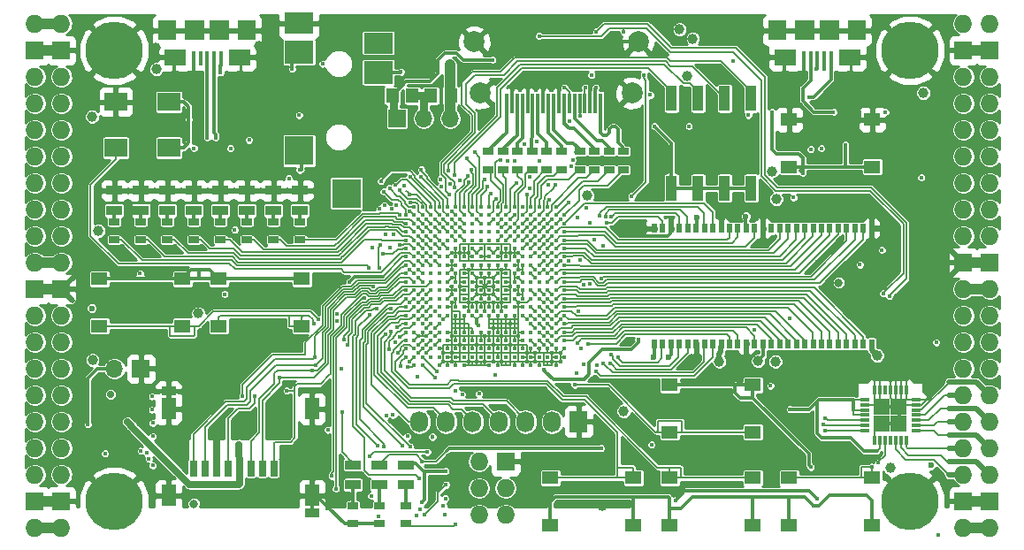
<source format=gtl>
G04 #@! TF.GenerationSoftware,KiCad,Pcbnew,5.0.0+dfsg1-2*
G04 #@! TF.CreationDate,2018-09-05T19:19:35+02:00*
G04 #@! TF.ProjectId,ulx3s,756C7833732E6B696361645F70636200,rev?*
G04 #@! TF.SameCoordinates,Original*
G04 #@! TF.FileFunction,Copper,L1,Top,Signal*
G04 #@! TF.FilePolarity,Positive*
%FSLAX46Y46*%
G04 Gerber Fmt 4.6, Leading zero omitted, Abs format (unit mm)*
G04 Created by KiCad (PCBNEW 5.0.0+dfsg1-2) date Wed Sep  5 19:19:35 2018*
%MOMM*%
%LPD*%
G01*
G04 APERTURE LIST*
G04 #@! TA.AperFunction,SMDPad,CuDef*
%ADD10R,1.625000X1.625000*%
G04 #@! TD*
G04 #@! TA.AperFunction,SMDPad,CuDef*
%ADD11R,0.300000X0.950000*%
G04 #@! TD*
G04 #@! TA.AperFunction,SMDPad,CuDef*
%ADD12R,0.950000X0.300000*%
G04 #@! TD*
G04 #@! TA.AperFunction,SMDPad,CuDef*
%ADD13R,1.800000X1.900000*%
G04 #@! TD*
G04 #@! TA.AperFunction,SMDPad,CuDef*
%ADD14R,0.400000X1.350000*%
G04 #@! TD*
G04 #@! TA.AperFunction,SMDPad,CuDef*
%ADD15R,1.900000X1.900000*%
G04 #@! TD*
G04 #@! TA.AperFunction,SMDPad,CuDef*
%ADD16R,2.100000X1.600000*%
G04 #@! TD*
G04 #@! TA.AperFunction,SMDPad,CuDef*
%ADD17R,1.120000X2.440000*%
G04 #@! TD*
G04 #@! TA.AperFunction,SMDPad,CuDef*
%ADD18R,2.800000X2.000000*%
G04 #@! TD*
G04 #@! TA.AperFunction,SMDPad,CuDef*
%ADD19R,2.800000X2.200000*%
G04 #@! TD*
G04 #@! TA.AperFunction,SMDPad,CuDef*
%ADD20R,2.800000X2.800000*%
G04 #@! TD*
G04 #@! TA.AperFunction,SMDPad,CuDef*
%ADD21R,0.300000X1.900000*%
G04 #@! TD*
G04 #@! TA.AperFunction,ComponentPad*
%ADD22C,2.000000*%
G04 #@! TD*
G04 #@! TA.AperFunction,BGAPad,CuDef*
%ADD23C,0.400000*%
G04 #@! TD*
G04 #@! TA.AperFunction,SMDPad,CuDef*
%ADD24R,0.700000X1.500000*%
G04 #@! TD*
G04 #@! TA.AperFunction,SMDPad,CuDef*
%ADD25R,1.450000X0.900000*%
G04 #@! TD*
G04 #@! TA.AperFunction,SMDPad,CuDef*
%ADD26R,1.450000X2.000000*%
G04 #@! TD*
G04 #@! TA.AperFunction,SMDPad,CuDef*
%ADD27R,2.200000X1.800000*%
G04 #@! TD*
G04 #@! TA.AperFunction,SMDPad,CuDef*
%ADD28R,0.560000X0.900000*%
G04 #@! TD*
G04 #@! TA.AperFunction,ComponentPad*
%ADD29R,1.727200X2.032000*%
G04 #@! TD*
G04 #@! TA.AperFunction,ComponentPad*
%ADD30O,1.727200X2.032000*%
G04 #@! TD*
G04 #@! TA.AperFunction,ComponentPad*
%ADD31O,1.727200X1.727200*%
G04 #@! TD*
G04 #@! TA.AperFunction,ComponentPad*
%ADD32R,1.727200X1.727200*%
G04 #@! TD*
G04 #@! TA.AperFunction,ComponentPad*
%ADD33C,5.500000*%
G04 #@! TD*
G04 #@! TA.AperFunction,SMDPad,CuDef*
%ADD34R,1.000000X0.670000*%
G04 #@! TD*
G04 #@! TA.AperFunction,SMDPad,CuDef*
%ADD35R,1.500000X0.970000*%
G04 #@! TD*
G04 #@! TA.AperFunction,ComponentPad*
%ADD36R,1.700000X1.700000*%
G04 #@! TD*
G04 #@! TA.AperFunction,ComponentPad*
%ADD37O,1.700000X1.700000*%
G04 #@! TD*
G04 #@! TA.AperFunction,SMDPad,CuDef*
%ADD38R,1.295000X1.400000*%
G04 #@! TD*
G04 #@! TA.AperFunction,SMDPad,CuDef*
%ADD39R,1.550000X1.300000*%
G04 #@! TD*
G04 #@! TA.AperFunction,ViaPad*
%ADD40C,2.000000*%
G04 #@! TD*
G04 #@! TA.AperFunction,ViaPad*
%ADD41C,0.419000*%
G04 #@! TD*
G04 #@! TA.AperFunction,ViaPad*
%ADD42C,0.600000*%
G04 #@! TD*
G04 #@! TA.AperFunction,ViaPad*
%ADD43C,1.000000*%
G04 #@! TD*
G04 #@! TA.AperFunction,ViaPad*
%ADD44C,0.800000*%
G04 #@! TD*
G04 #@! TA.AperFunction,ViaPad*
%ADD45C,0.700000*%
G04 #@! TD*
G04 #@! TA.AperFunction,ViaPad*
%ADD46C,0.454000*%
G04 #@! TD*
G04 #@! TA.AperFunction,Conductor*
%ADD47C,0.300000*%
G04 #@! TD*
G04 #@! TA.AperFunction,Conductor*
%ADD48C,0.127000*%
G04 #@! TD*
G04 #@! TA.AperFunction,Conductor*
%ADD49C,0.190000*%
G04 #@! TD*
G04 #@! TA.AperFunction,Conductor*
%ADD50C,0.500000*%
G04 #@! TD*
G04 #@! TA.AperFunction,Conductor*
%ADD51C,1.000000*%
G04 #@! TD*
G04 #@! TA.AperFunction,Conductor*
%ADD52C,0.700000*%
G04 #@! TD*
G04 #@! TA.AperFunction,Conductor*
%ADD53C,0.800000*%
G04 #@! TD*
G04 #@! TA.AperFunction,Conductor*
%ADD54C,0.140000*%
G04 #@! TD*
G04 #@! TA.AperFunction,Conductor*
%ADD55C,0.254000*%
G04 #@! TD*
G04 APERTURE END LIST*
D10*
G04 #@! TO.P,U8,29*
G04 #@! TO.N,GND*
X178097500Y-100967500D03*
X178097500Y-99342500D03*
X176472500Y-100967500D03*
X176472500Y-99342500D03*
D11*
G04 #@! TO.P,U8,28*
G04 #@! TO.N,GN15*
X178785000Y-102605000D03*
G04 #@! TO.P,U8,27*
G04 #@! TO.N,GP14*
X178285000Y-102605000D03*
G04 #@! TO.P,U8,26*
G04 #@! TO.N,GN14*
X177785000Y-102605000D03*
G04 #@! TO.P,U8,25*
G04 #@! TO.N,N/C*
X177285000Y-102605000D03*
G04 #@! TO.P,U8,24*
G04 #@! TO.N,ADC_MISO*
X176785000Y-102605000D03*
G04 #@! TO.P,U8,23*
G04 #@! TO.N,/analog/ADC3V3*
X176285000Y-102605000D03*
G04 #@! TO.P,U8,22*
G04 #@! TO.N,GND*
X175785000Y-102605000D03*
D12*
G04 #@! TO.P,U8,21*
G04 #@! TO.N,ADC_MOSI*
X174835000Y-101655000D03*
G04 #@! TO.P,U8,20*
G04 #@! TO.N,ADC_CSn*
X174835000Y-101155000D03*
G04 #@! TO.P,U8,19*
G04 #@! TO.N,ADC_SCLK*
X174835000Y-100655000D03*
G04 #@! TO.P,U8,18*
G04 #@! TO.N,/analog/ADC3V3*
X174835000Y-100155000D03*
G04 #@! TO.P,U8,17*
X174835000Y-99655000D03*
G04 #@! TO.P,U8,16*
G04 #@! TO.N,GND*
X174835000Y-99155000D03*
G04 #@! TO.P,U8,15*
G04 #@! TO.N,/analog/ADC3V3*
X174835000Y-98655000D03*
D11*
G04 #@! TO.P,U8,14*
G04 #@! TO.N,GND*
X175785000Y-97705000D03*
G04 #@! TO.P,U8,13*
X176285000Y-97705000D03*
G04 #@! TO.P,U8,12*
G04 #@! TO.N,N/C*
X176785000Y-97705000D03*
G04 #@! TO.P,U8,11*
G04 #@! TO.N,GND*
X177285000Y-97705000D03*
G04 #@! TO.P,U8,10*
X177785000Y-97705000D03*
G04 #@! TO.P,U8,9*
X178285000Y-97705000D03*
G04 #@! TO.P,U8,8*
X178785000Y-97705000D03*
D12*
G04 #@! TO.P,U8,7*
X179735000Y-98655000D03*
G04 #@! TO.P,U8,6*
X179735000Y-99155000D03*
G04 #@! TO.P,U8,5*
G04 #@! TO.N,GP17*
X179735000Y-99655000D03*
G04 #@! TO.P,U8,4*
G04 #@! TO.N,GN17*
X179735000Y-100155000D03*
G04 #@! TO.P,U8,3*
G04 #@! TO.N,GP16*
X179735000Y-100655000D03*
G04 #@! TO.P,U8,2*
G04 #@! TO.N,GN16*
X179735000Y-101155000D03*
G04 #@! TO.P,U8,1*
G04 #@! TO.N,GP15*
X179735000Y-101655000D03*
G04 #@! TD*
D13*
G04 #@! TO.P,US1,6*
G04 #@! TO.N,GND*
X108080000Y-63325000D03*
X115680000Y-63325000D03*
D14*
G04 #@! TO.P,US1,5*
X110580000Y-66000000D03*
G04 #@! TO.P,US1,4*
G04 #@! TO.N,N/C*
X111230000Y-66000000D03*
G04 #@! TO.P,US1,3*
G04 #@! TO.N,/usb/FTD+*
X111880000Y-66000000D03*
G04 #@! TO.P,US1,2*
G04 #@! TO.N,/usb/FTD-*
X112530000Y-66000000D03*
G04 #@! TO.P,US1,1*
G04 #@! TO.N,USB5V*
X113180000Y-66000000D03*
D15*
G04 #@! TO.P,US1,6*
G04 #@! TO.N,GND*
X110680000Y-63325000D03*
X113080000Y-63325000D03*
D16*
X108780000Y-65875000D03*
X114980000Y-65875000D03*
G04 #@! TD*
D17*
G04 #@! TO.P,SW1,8*
G04 #@! TO.N,SW1*
X156330000Y-69815000D03*
G04 #@! TO.P,SW1,4*
G04 #@! TO.N,/blinkey/SWPU*
X163950000Y-78425000D03*
G04 #@! TO.P,SW1,7*
G04 #@! TO.N,SW2*
X158870000Y-69815000D03*
G04 #@! TO.P,SW1,3*
G04 #@! TO.N,/blinkey/SWPU*
X161410000Y-78425000D03*
G04 #@! TO.P,SW1,6*
G04 #@! TO.N,SW3*
X161410000Y-69815000D03*
G04 #@! TO.P,SW1,2*
G04 #@! TO.N,/blinkey/SWPU*
X158870000Y-78425000D03*
G04 #@! TO.P,SW1,5*
G04 #@! TO.N,SW4*
X163950000Y-69815000D03*
G04 #@! TO.P,SW1,1*
G04 #@! TO.N,/blinkey/SWPU*
X156330000Y-78425000D03*
G04 #@! TD*
D18*
G04 #@! TO.P,AUDIO1,1*
G04 #@! TO.N,GND*
X120668000Y-62618000D03*
D19*
G04 #@! TO.P,AUDIO1,4*
G04 #@! TO.N,/analog/AUDIO_V*
X120668000Y-65418000D03*
D20*
G04 #@! TO.P,AUDIO1,2*
G04 #@! TO.N,/analog/AUDIO_L*
X120668000Y-74818000D03*
G04 #@! TO.P,AUDIO1,5*
G04 #@! TO.N,N/C*
X125218000Y-78918000D03*
D19*
G04 #@! TO.P,AUDIO1,3*
G04 #@! TO.N,/analog/AUDIO_R*
X128268000Y-67318000D03*
D18*
G04 #@! TO.P,AUDIO1,6*
G04 #@! TO.N,N/C*
X128268000Y-64518000D03*
G04 #@! TD*
D21*
G04 #@! TO.P,GPDI1,19*
G04 #@! TO.N,/gpdi/GPDI_ETH-*
X149546000Y-70312000D03*
G04 #@! TO.P,GPDI1,18*
G04 #@! TO.N,+5V*
X149046000Y-70312000D03*
G04 #@! TO.P,GPDI1,17*
G04 #@! TO.N,GND*
X148546000Y-70312000D03*
G04 #@! TO.P,GPDI1,16*
G04 #@! TO.N,GPDI_SDA*
X148046000Y-70312000D03*
G04 #@! TO.P,GPDI1,15*
G04 #@! TO.N,GPDI_SCL*
X147546000Y-70312000D03*
G04 #@! TO.P,GPDI1,14*
G04 #@! TO.N,/gpdi/GPDI_ETH+*
X147046000Y-70312000D03*
G04 #@! TO.P,GPDI1,13*
G04 #@! TO.N,GPDI_CEC*
X146546000Y-70312000D03*
G04 #@! TO.P,GPDI1,12*
G04 #@! TO.N,/gpdi/GPDI_CLK-*
X146046000Y-70312000D03*
G04 #@! TO.P,GPDI1,11*
G04 #@! TO.N,GND*
X145546000Y-70312000D03*
G04 #@! TO.P,GPDI1,10*
G04 #@! TO.N,/gpdi/GPDI_CLK+*
X145046000Y-70312000D03*
G04 #@! TO.P,GPDI1,9*
G04 #@! TO.N,/gpdi/GPDI_D0-*
X144546000Y-70312000D03*
G04 #@! TO.P,GPDI1,8*
G04 #@! TO.N,GND*
X144046000Y-70312000D03*
G04 #@! TO.P,GPDI1,7*
G04 #@! TO.N,/gpdi/GPDI_D0+*
X143546000Y-70312000D03*
G04 #@! TO.P,GPDI1,6*
G04 #@! TO.N,/gpdi/GPDI_D1-*
X143046000Y-70312000D03*
G04 #@! TO.P,GPDI1,5*
G04 #@! TO.N,GND*
X142546000Y-70312000D03*
G04 #@! TO.P,GPDI1,4*
G04 #@! TO.N,/gpdi/GPDI_D1+*
X142046000Y-70312000D03*
G04 #@! TO.P,GPDI1,3*
G04 #@! TO.N,/gpdi/GPDI_D2-*
X141546000Y-70312000D03*
G04 #@! TO.P,GPDI1,2*
G04 #@! TO.N,GND*
X141046000Y-70312000D03*
G04 #@! TO.P,GPDI1,1*
G04 #@! TO.N,/gpdi/GPDI_D2+*
X140546000Y-70312000D03*
D22*
G04 #@! TO.P,GPDI1,0*
G04 #@! TO.N,GND*
X152546000Y-69312000D03*
X138046000Y-69312000D03*
X153146000Y-64412000D03*
X137446000Y-64412000D03*
G04 #@! TD*
D23*
G04 #@! TO.P,U1,Y19*
G04 #@! TO.N,GND*
X145280000Y-95400000D03*
G04 #@! TO.P,U1,Y17*
X143680000Y-95400000D03*
G04 #@! TO.P,U1,Y16*
X142880000Y-95400000D03*
G04 #@! TO.P,U1,Y15*
X142080000Y-95400000D03*
G04 #@! TO.P,U1,Y14*
X141280000Y-95400000D03*
G04 #@! TO.P,U1,Y12*
X139680000Y-95400000D03*
G04 #@! TO.P,U1,Y11*
X138880000Y-95400000D03*
G04 #@! TO.P,U1,Y8*
X136480000Y-95400000D03*
G04 #@! TO.P,U1,Y7*
X135680000Y-95400000D03*
G04 #@! TO.P,U1,Y6*
X134880000Y-95400000D03*
G04 #@! TO.P,U1,Y5*
X134080000Y-95400000D03*
G04 #@! TO.P,U1,Y3*
G04 #@! TO.N,/flash/FPGA_DONE*
X132480000Y-95400000D03*
G04 #@! TO.P,U1,Y2*
G04 #@! TO.N,/flash/FLASH_nWP*
X131680000Y-95400000D03*
G04 #@! TO.P,U1,W20*
G04 #@! TO.N,GND*
X146080000Y-94600000D03*
G04 #@! TO.P,U1,W19*
X145280000Y-94600000D03*
G04 #@! TO.P,U1,W18*
G04 #@! TO.N,N/C*
X144480000Y-94600000D03*
G04 #@! TO.P,U1,W17*
X143680000Y-94600000D03*
G04 #@! TO.P,U1,W16*
G04 #@! TO.N,GND*
X142880000Y-94600000D03*
G04 #@! TO.P,U1,W15*
X142080000Y-94600000D03*
G04 #@! TO.P,U1,W14*
G04 #@! TO.N,N/C*
X141280000Y-94600000D03*
G04 #@! TO.P,U1,W13*
X140480000Y-94600000D03*
G04 #@! TO.P,U1,W12*
G04 #@! TO.N,GND*
X139680000Y-94600000D03*
G04 #@! TO.P,U1,W11*
G04 #@! TO.N,N/C*
X138880000Y-94600000D03*
G04 #@! TO.P,U1,W10*
X138080000Y-94600000D03*
G04 #@! TO.P,U1,W9*
X137280000Y-94600000D03*
G04 #@! TO.P,U1,W8*
X136480000Y-94600000D03*
G04 #@! TO.P,U1,W7*
G04 #@! TO.N,GND*
X135680000Y-94600000D03*
G04 #@! TO.P,U1,W6*
X134880000Y-94600000D03*
G04 #@! TO.P,U1,W5*
G04 #@! TO.N,N/C*
X134080000Y-94600000D03*
G04 #@! TO.P,U1,W4*
X133280000Y-94600000D03*
G04 #@! TO.P,U1,W3*
G04 #@! TO.N,/flash/FPGA_PROGRAMN*
X132480000Y-94600000D03*
G04 #@! TO.P,U1,W2*
G04 #@! TO.N,/flash/FLASH_MOSI*
X131680000Y-94600000D03*
G04 #@! TO.P,U1,W1*
G04 #@! TO.N,/flash/FLASH_nHOLD*
X130880000Y-94600000D03*
G04 #@! TO.P,U1,V20*
G04 #@! TO.N,GND*
X146080000Y-93800000D03*
G04 #@! TO.P,U1,V19*
X145280000Y-93800000D03*
G04 #@! TO.P,U1,V18*
X144480000Y-93800000D03*
G04 #@! TO.P,U1,V17*
X143680000Y-93800000D03*
G04 #@! TO.P,U1,V16*
X142880000Y-93800000D03*
G04 #@! TO.P,U1,V15*
X142080000Y-93800000D03*
G04 #@! TO.P,U1,V14*
X141280000Y-93800000D03*
G04 #@! TO.P,U1,V13*
X140480000Y-93800000D03*
G04 #@! TO.P,U1,V12*
X139680000Y-93800000D03*
G04 #@! TO.P,U1,V11*
X138880000Y-93800000D03*
G04 #@! TO.P,U1,V10*
X138080000Y-93800000D03*
G04 #@! TO.P,U1,V9*
X137280000Y-93800000D03*
G04 #@! TO.P,U1,V8*
X136480000Y-93800000D03*
G04 #@! TO.P,U1,V7*
X135680000Y-93800000D03*
G04 #@! TO.P,U1,V6*
X134880000Y-93800000D03*
G04 #@! TO.P,U1,V5*
X134080000Y-93800000D03*
G04 #@! TO.P,U1,V4*
G04 #@! TO.N,JTAG_TDO*
X133280000Y-93800000D03*
G04 #@! TO.P,U1,V3*
G04 #@! TO.N,/flash/FPGA_INITN*
X132480000Y-93800000D03*
G04 #@! TO.P,U1,V2*
G04 #@! TO.N,/flash/FLASH_MISO*
X131680000Y-93800000D03*
G04 #@! TO.P,U1,V1*
G04 #@! TO.N,BTN_D*
X130880000Y-93800000D03*
G04 #@! TO.P,U1,U20*
G04 #@! TO.N,SDRAM_D7*
X146080000Y-93000000D03*
G04 #@! TO.P,U1,U19*
G04 #@! TO.N,SDRAM_DQM0*
X145280000Y-93000000D03*
G04 #@! TO.P,U1,U18*
G04 #@! TO.N,GP14*
X144480000Y-93000000D03*
G04 #@! TO.P,U1,U17*
G04 #@! TO.N,GN14*
X143680000Y-93000000D03*
G04 #@! TO.P,U1,U16*
G04 #@! TO.N,ADC_MISO*
X142880000Y-93000000D03*
G04 #@! TO.P,U1,U15*
G04 #@! TO.N,GND*
X142080000Y-93000000D03*
G04 #@! TO.P,U1,U14*
X141280000Y-93000000D03*
G04 #@! TO.P,U1,U13*
X140480000Y-93000000D03*
G04 #@! TO.P,U1,U12*
X139680000Y-93000000D03*
G04 #@! TO.P,U1,U11*
X138880000Y-93000000D03*
G04 #@! TO.P,U1,U10*
X138080000Y-93000000D03*
G04 #@! TO.P,U1,U9*
X137280000Y-93000000D03*
G04 #@! TO.P,U1,U8*
X136480000Y-93000000D03*
G04 #@! TO.P,U1,U7*
X135680000Y-93000000D03*
G04 #@! TO.P,U1,U6*
X134880000Y-93000000D03*
G04 #@! TO.P,U1,U5*
G04 #@! TO.N,JTAG_TMS*
X134080000Y-93000000D03*
G04 #@! TO.P,U1,U4*
G04 #@! TO.N,GND*
X133280000Y-93000000D03*
G04 #@! TO.P,U1,U3*
G04 #@! TO.N,/flash/FLASH_SCK*
X132480000Y-93000000D03*
G04 #@! TO.P,U1,U2*
G04 #@! TO.N,+3V3*
X131680000Y-93000000D03*
G04 #@! TO.P,U1,U1*
G04 #@! TO.N,BTN_L*
X130880000Y-93000000D03*
G04 #@! TO.P,U1,T20*
G04 #@! TO.N,SDRAM_nWE*
X146080000Y-92200000D03*
G04 #@! TO.P,U1,T19*
G04 #@! TO.N,SDRAM_nCAS*
X145280000Y-92200000D03*
G04 #@! TO.P,U1,T18*
G04 #@! TO.N,SDRAM_D5*
X144480000Y-92200000D03*
G04 #@! TO.P,U1,T17*
G04 #@! TO.N,SDRAM_D6*
X143680000Y-92200000D03*
G04 #@! TO.P,U1,T16*
G04 #@! TO.N,N/C*
X142880000Y-92200000D03*
G04 #@! TO.P,U1,T15*
G04 #@! TO.N,GND*
X142080000Y-92200000D03*
G04 #@! TO.P,U1,T14*
X141280000Y-92200000D03*
G04 #@! TO.P,U1,T13*
X140480000Y-92200000D03*
G04 #@! TO.P,U1,T12*
X139680000Y-92200000D03*
G04 #@! TO.P,U1,T11*
X138880000Y-92200000D03*
G04 #@! TO.P,U1,T10*
X138080000Y-92200000D03*
G04 #@! TO.P,U1,T9*
X137280000Y-92200000D03*
G04 #@! TO.P,U1,T8*
X136480000Y-92200000D03*
G04 #@! TO.P,U1,T7*
X135680000Y-92200000D03*
G04 #@! TO.P,U1,T6*
X134880000Y-92200000D03*
G04 #@! TO.P,U1,T5*
G04 #@! TO.N,JTAG_TCK*
X134080000Y-92200000D03*
G04 #@! TO.P,U1,T4*
G04 #@! TO.N,+3V3*
X133280000Y-92200000D03*
G04 #@! TO.P,U1,T3*
X132480000Y-92200000D03*
G04 #@! TO.P,U1,T2*
X131680000Y-92200000D03*
G04 #@! TO.P,U1,T1*
G04 #@! TO.N,BTN_F2*
X130880000Y-92200000D03*
G04 #@! TO.P,U1,R20*
G04 #@! TO.N,SDRAM_nRAS*
X146080000Y-91400000D03*
G04 #@! TO.P,U1,R19*
G04 #@! TO.N,GND*
X145280000Y-91400000D03*
G04 #@! TO.P,U1,R18*
G04 #@! TO.N,BTN_U*
X144480000Y-91400000D03*
G04 #@! TO.P,U1,R17*
G04 #@! TO.N,ADC_CSn*
X143680000Y-91400000D03*
G04 #@! TO.P,U1,R16*
G04 #@! TO.N,ADC_MOSI*
X142880000Y-91400000D03*
G04 #@! TO.P,U1,R5*
G04 #@! TO.N,JTAG_TDI*
X134080000Y-91400000D03*
G04 #@! TO.P,U1,R4*
G04 #@! TO.N,GND*
X133280000Y-91400000D03*
G04 #@! TO.P,U1,R3*
G04 #@! TO.N,N/C*
X132480000Y-91400000D03*
G04 #@! TO.P,U1,R2*
G04 #@! TO.N,/flash/FLASH_nCS*
X131680000Y-91400000D03*
G04 #@! TO.P,U1,R1*
G04 #@! TO.N,BTN_F1*
X130880000Y-91400000D03*
G04 #@! TO.P,U1,P20*
G04 #@! TO.N,SDRAM_nCS*
X146080000Y-90600000D03*
G04 #@! TO.P,U1,P19*
G04 #@! TO.N,SDRAM_BA0*
X145280000Y-90600000D03*
G04 #@! TO.P,U1,P18*
G04 #@! TO.N,SDRAM_D4*
X144480000Y-90600000D03*
G04 #@! TO.P,U1,P17*
G04 #@! TO.N,ADC_SCLK*
X143680000Y-90600000D03*
G04 #@! TO.P,U1,P16*
G04 #@! TO.N,GN15*
X142880000Y-90600000D03*
G04 #@! TO.P,U1,P15*
G04 #@! TO.N,+2V5*
X142080000Y-90600000D03*
G04 #@! TO.P,U1,P14*
G04 #@! TO.N,GND*
X141280000Y-90600000D03*
G04 #@! TO.P,U1,P13*
X140480000Y-90600000D03*
G04 #@! TO.P,U1,P12*
X139680000Y-90600000D03*
G04 #@! TO.P,U1,P11*
X138880000Y-90600000D03*
G04 #@! TO.P,U1,P10*
G04 #@! TO.N,+3V3*
X138080000Y-90600000D03*
G04 #@! TO.P,U1,P9*
X137280000Y-90600000D03*
G04 #@! TO.P,U1,P8*
G04 #@! TO.N,GND*
X136480000Y-90600000D03*
G04 #@! TO.P,U1,P7*
X135680000Y-90600000D03*
G04 #@! TO.P,U1,P6*
G04 #@! TO.N,+2V5*
X134880000Y-90600000D03*
G04 #@! TO.P,U1,P5*
G04 #@! TO.N,N/C*
X134080000Y-90600000D03*
G04 #@! TO.P,U1,P4*
G04 #@! TO.N,OLED_CLK*
X133280000Y-90600000D03*
G04 #@! TO.P,U1,P3*
G04 #@! TO.N,OLED_MOSI*
X132480000Y-90600000D03*
G04 #@! TO.P,U1,P2*
G04 #@! TO.N,OLED_RES*
X131680000Y-90600000D03*
G04 #@! TO.P,U1,P1*
G04 #@! TO.N,OLED_DC*
X130880000Y-90600000D03*
G04 #@! TO.P,U1,N20*
G04 #@! TO.N,SDRAM_BA1*
X146080000Y-89800000D03*
G04 #@! TO.P,U1,N19*
G04 #@! TO.N,SDRAM_A10*
X145280000Y-89800000D03*
G04 #@! TO.P,U1,N18*
G04 #@! TO.N,SDRAM_D3*
X144480000Y-89800000D03*
G04 #@! TO.P,U1,N17*
G04 #@! TO.N,GP15*
X143680000Y-89800000D03*
G04 #@! TO.P,U1,N16*
G04 #@! TO.N,GP16*
X142880000Y-89800000D03*
G04 #@! TO.P,U1,N15*
G04 #@! TO.N,GND*
X142080000Y-89800000D03*
G04 #@! TO.P,U1,N14*
X141280000Y-89800000D03*
G04 #@! TO.P,U1,N13*
G04 #@! TO.N,+1V1*
X140480000Y-89800000D03*
G04 #@! TO.P,U1,N12*
X139680000Y-89800000D03*
G04 #@! TO.P,U1,N11*
X138880000Y-89800000D03*
G04 #@! TO.P,U1,N10*
X138080000Y-89800000D03*
G04 #@! TO.P,U1,N9*
X137280000Y-89800000D03*
G04 #@! TO.P,U1,N8*
X136480000Y-89800000D03*
G04 #@! TO.P,U1,N7*
G04 #@! TO.N,GND*
X135680000Y-89800000D03*
G04 #@! TO.P,U1,N6*
X134880000Y-89800000D03*
G04 #@! TO.P,U1,N5*
G04 #@! TO.N,N/C*
X134080000Y-89800000D03*
G04 #@! TO.P,U1,N4*
G04 #@! TO.N,WIFI_GPIO5*
X133280000Y-89800000D03*
G04 #@! TO.P,U1,N3*
G04 #@! TO.N,WIFI_GPIO17*
X132480000Y-89800000D03*
G04 #@! TO.P,U1,N2*
G04 #@! TO.N,OLED_CS*
X131680000Y-89800000D03*
G04 #@! TO.P,U1,N1*
G04 #@! TO.N,FTDI_nDTR*
X130880000Y-89800000D03*
G04 #@! TO.P,U1,M20*
G04 #@! TO.N,SDRAM_A0*
X146080000Y-89000000D03*
G04 #@! TO.P,U1,M19*
G04 #@! TO.N,SDRAM_A1*
X145280000Y-89000000D03*
G04 #@! TO.P,U1,M18*
G04 #@! TO.N,SDRAM_D2*
X144480000Y-89000000D03*
G04 #@! TO.P,U1,M17*
G04 #@! TO.N,GN16*
X143680000Y-89000000D03*
G04 #@! TO.P,U1,M16*
G04 #@! TO.N,GND*
X142880000Y-89000000D03*
G04 #@! TO.P,U1,M15*
G04 #@! TO.N,+3V3*
X142080000Y-89000000D03*
G04 #@! TO.P,U1,M14*
G04 #@! TO.N,GND*
X141280000Y-89000000D03*
G04 #@! TO.P,U1,M13*
G04 #@! TO.N,+1V1*
X140480000Y-89000000D03*
G04 #@! TO.P,U1,M12*
G04 #@! TO.N,GND*
X139680000Y-89000000D03*
G04 #@! TO.P,U1,M11*
X138880000Y-89000000D03*
G04 #@! TO.P,U1,M10*
X138080000Y-89000000D03*
G04 #@! TO.P,U1,M9*
X137280000Y-89000000D03*
G04 #@! TO.P,U1,M8*
G04 #@! TO.N,+1V1*
X136480000Y-89000000D03*
G04 #@! TO.P,U1,M7*
G04 #@! TO.N,GND*
X135680000Y-89000000D03*
G04 #@! TO.P,U1,M6*
G04 #@! TO.N,+3V3*
X134880000Y-89000000D03*
G04 #@! TO.P,U1,M5*
G04 #@! TO.N,N/C*
X134080000Y-89000000D03*
G04 #@! TO.P,U1,M4*
G04 #@! TO.N,USER_PROGRAMN*
X133280000Y-89000000D03*
G04 #@! TO.P,U1,M3*
G04 #@! TO.N,FTDI_nRTS*
X132480000Y-89000000D03*
G04 #@! TO.P,U1,M2*
G04 #@! TO.N,GND*
X131680000Y-89000000D03*
G04 #@! TO.P,U1,M1*
G04 #@! TO.N,FTDI_TXD*
X130880000Y-89000000D03*
G04 #@! TO.P,U1,L20*
G04 #@! TO.N,SDRAM_A2*
X146080000Y-88200000D03*
G04 #@! TO.P,U1,L19*
G04 #@! TO.N,SDRAM_A3*
X145280000Y-88200000D03*
G04 #@! TO.P,U1,L18*
G04 #@! TO.N,SDRAM_D1*
X144480000Y-88200000D03*
G04 #@! TO.P,U1,L17*
G04 #@! TO.N,GN17*
X143680000Y-88200000D03*
G04 #@! TO.P,U1,L16*
G04 #@! TO.N,GP17*
X142880000Y-88200000D03*
G04 #@! TO.P,U1,L15*
G04 #@! TO.N,+3V3*
X142080000Y-88200000D03*
G04 #@! TO.P,U1,L14*
X141280000Y-88200000D03*
G04 #@! TO.P,U1,L13*
G04 #@! TO.N,+1V1*
X140480000Y-88200000D03*
G04 #@! TO.P,U1,L12*
G04 #@! TO.N,GND*
X139680000Y-88200000D03*
G04 #@! TO.P,U1,L11*
X138880000Y-88200000D03*
G04 #@! TO.P,U1,L10*
X138080000Y-88200000D03*
G04 #@! TO.P,U1,L9*
X137280000Y-88200000D03*
G04 #@! TO.P,U1,L8*
G04 #@! TO.N,+1V1*
X136480000Y-88200000D03*
G04 #@! TO.P,U1,L7*
G04 #@! TO.N,+3V3*
X135680000Y-88200000D03*
G04 #@! TO.P,U1,L6*
X134880000Y-88200000D03*
G04 #@! TO.P,U1,L5*
G04 #@! TO.N,N/C*
X134080000Y-88200000D03*
G04 #@! TO.P,U1,L4*
G04 #@! TO.N,FTDI_RXD*
X133280000Y-88200000D03*
G04 #@! TO.P,U1,L3*
G04 #@! TO.N,FTDI_TXDEN*
X132480000Y-88200000D03*
G04 #@! TO.P,U1,L2*
G04 #@! TO.N,WIFI_GPIO0*
X131680000Y-88200000D03*
G04 #@! TO.P,U1,L1*
G04 #@! TO.N,WIFI_GPIO16*
X130880000Y-88200000D03*
G04 #@! TO.P,U1,K20*
G04 #@! TO.N,SDRAM_A4*
X146080000Y-87400000D03*
G04 #@! TO.P,U1,K19*
G04 #@! TO.N,SDRAM_A5*
X145280000Y-87400000D03*
G04 #@! TO.P,U1,K18*
G04 #@! TO.N,SDRAM_A6*
X144480000Y-87400000D03*
G04 #@! TO.P,U1,K17*
G04 #@! TO.N,N/C*
X143680000Y-87400000D03*
G04 #@! TO.P,U1,K16*
X142880000Y-87400000D03*
G04 #@! TO.P,U1,K15*
G04 #@! TO.N,GND*
X142080000Y-87400000D03*
G04 #@! TO.P,U1,K14*
X141280000Y-87400000D03*
G04 #@! TO.P,U1,K13*
G04 #@! TO.N,+1V1*
X140480000Y-87400000D03*
G04 #@! TO.P,U1,K12*
G04 #@! TO.N,GND*
X139680000Y-87400000D03*
G04 #@! TO.P,U1,K11*
X138880000Y-87400000D03*
G04 #@! TO.P,U1,K10*
X138080000Y-87400000D03*
G04 #@! TO.P,U1,K9*
X137280000Y-87400000D03*
G04 #@! TO.P,U1,K8*
G04 #@! TO.N,+1V1*
X136480000Y-87400000D03*
G04 #@! TO.P,U1,K7*
G04 #@! TO.N,GND*
X135680000Y-87400000D03*
G04 #@! TO.P,U1,K6*
X134880000Y-87400000D03*
G04 #@! TO.P,U1,K5*
G04 #@! TO.N,N/C*
X134080000Y-87400000D03*
G04 #@! TO.P,U1,K4*
G04 #@! TO.N,WIFI_TXD*
X133280000Y-87400000D03*
G04 #@! TO.P,U1,K3*
G04 #@! TO.N,WIFI_RXD*
X132480000Y-87400000D03*
G04 #@! TO.P,U1,K2*
G04 #@! TO.N,SD_D3*
X131680000Y-87400000D03*
G04 #@! TO.P,U1,K1*
G04 #@! TO.N,SD_D2*
X130880000Y-87400000D03*
G04 #@! TO.P,U1,J20*
G04 #@! TO.N,SDRAM_A7*
X146080000Y-86600000D03*
G04 #@! TO.P,U1,J19*
G04 #@! TO.N,SDRAM_A8*
X145280000Y-86600000D03*
G04 #@! TO.P,U1,J18*
G04 #@! TO.N,SDRAM_D14*
X144480000Y-86600000D03*
G04 #@! TO.P,U1,J17*
G04 #@! TO.N,SDRAM_D15*
X143680000Y-86600000D03*
G04 #@! TO.P,U1,J16*
G04 #@! TO.N,SDRAM_D0*
X142880000Y-86600000D03*
G04 #@! TO.P,U1,J15*
G04 #@! TO.N,+3V3*
X142080000Y-86600000D03*
G04 #@! TO.P,U1,J14*
G04 #@! TO.N,GND*
X141280000Y-86600000D03*
G04 #@! TO.P,U1,J13*
G04 #@! TO.N,+1V1*
X140480000Y-86600000D03*
G04 #@! TO.P,U1,J12*
G04 #@! TO.N,GND*
X139680000Y-86600000D03*
G04 #@! TO.P,U1,J11*
X138880000Y-86600000D03*
G04 #@! TO.P,U1,J10*
X138080000Y-86600000D03*
G04 #@! TO.P,U1,J9*
X137280000Y-86600000D03*
G04 #@! TO.P,U1,J8*
G04 #@! TO.N,+1V1*
X136480000Y-86600000D03*
G04 #@! TO.P,U1,J7*
G04 #@! TO.N,GND*
X135680000Y-86600000D03*
G04 #@! TO.P,U1,J6*
G04 #@! TO.N,2V5_3V3*
X134880000Y-86600000D03*
G04 #@! TO.P,U1,J5*
G04 #@! TO.N,N/C*
X134080000Y-86600000D03*
G04 #@! TO.P,U1,J4*
X133280000Y-86600000D03*
G04 #@! TO.P,U1,J3*
G04 #@! TO.N,SD_D0*
X132480000Y-86600000D03*
G04 #@! TO.P,U1,J2*
G04 #@! TO.N,GND*
X131680000Y-86600000D03*
G04 #@! TO.P,U1,J1*
G04 #@! TO.N,SD_CMD*
X130880000Y-86600000D03*
G04 #@! TO.P,U1,H20*
G04 #@! TO.N,SDRAM_A9*
X146080000Y-85800000D03*
G04 #@! TO.P,U1,H19*
G04 #@! TO.N,GND*
X145280000Y-85800000D03*
G04 #@! TO.P,U1,H18*
G04 #@! TO.N,GP18*
X144480000Y-85800000D03*
G04 #@! TO.P,U1,H17*
G04 #@! TO.N,GN18*
X143680000Y-85800000D03*
G04 #@! TO.P,U1,H16*
G04 #@! TO.N,BTN_R*
X142880000Y-85800000D03*
G04 #@! TO.P,U1,H15*
G04 #@! TO.N,+3V3*
X142080000Y-85800000D03*
G04 #@! TO.P,U1,H14*
X141280000Y-85800000D03*
G04 #@! TO.P,U1,H13*
G04 #@! TO.N,+1V1*
X140480000Y-85800000D03*
G04 #@! TO.P,U1,H12*
X139680000Y-85800000D03*
G04 #@! TO.P,U1,H11*
X138880000Y-85800000D03*
G04 #@! TO.P,U1,H10*
X138080000Y-85800000D03*
G04 #@! TO.P,U1,H9*
X137280000Y-85800000D03*
G04 #@! TO.P,U1,H8*
X136480000Y-85800000D03*
G04 #@! TO.P,U1,H7*
G04 #@! TO.N,2V5_3V3*
X135680000Y-85800000D03*
G04 #@! TO.P,U1,H6*
X134880000Y-85800000D03*
G04 #@! TO.P,U1,H5*
G04 #@! TO.N,AUDIO_V0*
X134080000Y-85800000D03*
G04 #@! TO.P,U1,H4*
G04 #@! TO.N,GP13*
X133280000Y-85800000D03*
G04 #@! TO.P,U1,H3*
G04 #@! TO.N,LED7*
X132480000Y-85800000D03*
G04 #@! TO.P,U1,H2*
G04 #@! TO.N,SD_CLK*
X131680000Y-85800000D03*
G04 #@! TO.P,U1,H1*
G04 #@! TO.N,SD_D1*
X130880000Y-85800000D03*
G04 #@! TO.P,U1,G20*
G04 #@! TO.N,SDRAM_A11*
X146080000Y-85000000D03*
G04 #@! TO.P,U1,G19*
G04 #@! TO.N,SDRAM_A12*
X145280000Y-85000000D03*
G04 #@! TO.P,U1,G18*
G04 #@! TO.N,GN19*
X144480000Y-85000000D03*
G04 #@! TO.P,U1,G17*
G04 #@! TO.N,GND*
X143680000Y-85000000D03*
G04 #@! TO.P,U1,G16*
G04 #@! TO.N,SHUTDOWN*
X142880000Y-85000000D03*
G04 #@! TO.P,U1,G15*
G04 #@! TO.N,GND*
X142080000Y-85000000D03*
G04 #@! TO.P,U1,G14*
X141280000Y-85000000D03*
G04 #@! TO.P,U1,G13*
X140480000Y-85000000D03*
G04 #@! TO.P,U1,G12*
X139680000Y-85000000D03*
G04 #@! TO.P,U1,G11*
X138880000Y-85000000D03*
G04 #@! TO.P,U1,G10*
X138080000Y-85000000D03*
G04 #@! TO.P,U1,G9*
X137280000Y-85000000D03*
G04 #@! TO.P,U1,G8*
X136480000Y-85000000D03*
G04 #@! TO.P,U1,G7*
X135680000Y-85000000D03*
G04 #@! TO.P,U1,G6*
X134880000Y-85000000D03*
G04 #@! TO.P,U1,G5*
G04 #@! TO.N,GN13*
X134080000Y-85000000D03*
G04 #@! TO.P,U1,G4*
G04 #@! TO.N,GND*
X133280000Y-85000000D03*
G04 #@! TO.P,U1,G3*
G04 #@! TO.N,GP12*
X132480000Y-85000000D03*
G04 #@! TO.P,U1,G2*
G04 #@! TO.N,CLK_25MHz*
X131680000Y-85000000D03*
G04 #@! TO.P,U1,G1*
G04 #@! TO.N,/usb/ANT_433MHz*
X130880000Y-85000000D03*
G04 #@! TO.P,U1,F20*
G04 #@! TO.N,SDRAM_CKE*
X146080000Y-84200000D03*
G04 #@! TO.P,U1,F19*
G04 #@! TO.N,SDRAM_CLK*
X145280000Y-84200000D03*
G04 #@! TO.P,U1,F18*
G04 #@! TO.N,SDRAM_D13*
X144480000Y-84200000D03*
G04 #@! TO.P,U1,F17*
G04 #@! TO.N,GP19*
X143680000Y-84200000D03*
G04 #@! TO.P,U1,F16*
G04 #@! TO.N,USB_FPGA_D-*
X142880000Y-84200000D03*
G04 #@! TO.P,U1,F15*
G04 #@! TO.N,+2V5*
X142080000Y-84200000D03*
G04 #@! TO.P,U1,F14*
G04 #@! TO.N,GND*
X141280000Y-84200000D03*
G04 #@! TO.P,U1,F13*
X140480000Y-84200000D03*
G04 #@! TO.P,U1,F12*
G04 #@! TO.N,+3V3*
X139680000Y-84200000D03*
G04 #@! TO.P,U1,F11*
X138880000Y-84200000D03*
G04 #@! TO.P,U1,F10*
G04 #@! TO.N,2V5_3V3*
X138080000Y-84200000D03*
G04 #@! TO.P,U1,F9*
X137280000Y-84200000D03*
G04 #@! TO.P,U1,F8*
G04 #@! TO.N,GND*
X136480000Y-84200000D03*
G04 #@! TO.P,U1,F7*
X135680000Y-84200000D03*
G04 #@! TO.P,U1,F6*
G04 #@! TO.N,+2V5*
X134880000Y-84200000D03*
G04 #@! TO.P,U1,F5*
G04 #@! TO.N,AUDIO_V2*
X134080000Y-84200000D03*
G04 #@! TO.P,U1,F4*
G04 #@! TO.N,GP11*
X133280000Y-84200000D03*
G04 #@! TO.P,U1,F3*
G04 #@! TO.N,GN12*
X132480000Y-84200000D03*
G04 #@! TO.P,U1,F2*
G04 #@! TO.N,AUDIO_V1*
X131680000Y-84200000D03*
G04 #@! TO.P,U1,F1*
G04 #@! TO.N,WIFI_EN*
X130880000Y-84200000D03*
G04 #@! TO.P,U1,E20*
G04 #@! TO.N,SDRAM_DQM1*
X146080000Y-83400000D03*
G04 #@! TO.P,U1,E19*
G04 #@! TO.N,SDRAM_D8*
X145280000Y-83400000D03*
G04 #@! TO.P,U1,E18*
G04 #@! TO.N,SDRAM_D12*
X144480000Y-83400000D03*
G04 #@! TO.P,U1,E17*
G04 #@! TO.N,GN20*
X143680000Y-83400000D03*
G04 #@! TO.P,U1,E16*
G04 #@! TO.N,USB_FPGA_D+*
X142880000Y-83400000D03*
G04 #@! TO.P,U1,E15*
G04 #@! TO.N,USB_FPGA_D-*
X142080000Y-83400000D03*
G04 #@! TO.P,U1,E14*
G04 #@! TO.N,GN25*
X141280000Y-83400000D03*
G04 #@! TO.P,U1,E13*
G04 #@! TO.N,GN27*
X140480000Y-83400000D03*
G04 #@! TO.P,U1,E12*
G04 #@! TO.N,FPDI_SCL*
X139680000Y-83400000D03*
G04 #@! TO.P,U1,E11*
G04 #@! TO.N,N/C*
X138880000Y-83400000D03*
G04 #@! TO.P,U1,E10*
X138080000Y-83400000D03*
G04 #@! TO.P,U1,E9*
X137280000Y-83400000D03*
G04 #@! TO.P,U1,E8*
G04 #@! TO.N,SW1*
X136480000Y-83400000D03*
G04 #@! TO.P,U1,E7*
G04 #@! TO.N,SW4*
X135680000Y-83400000D03*
G04 #@! TO.P,U1,E6*
G04 #@! TO.N,N/C*
X134880000Y-83400000D03*
G04 #@! TO.P,U1,E5*
G04 #@! TO.N,AUDIO_V3*
X134080000Y-83400000D03*
G04 #@! TO.P,U1,E4*
G04 #@! TO.N,AUDIO_L0*
X133280000Y-83400000D03*
G04 #@! TO.P,U1,E3*
G04 #@! TO.N,GN11*
X132480000Y-83400000D03*
G04 #@! TO.P,U1,E2*
G04 #@! TO.N,LED5*
X131680000Y-83400000D03*
G04 #@! TO.P,U1,E1*
G04 #@! TO.N,LED6*
X130880000Y-83400000D03*
G04 #@! TO.P,U1,D20*
G04 #@! TO.N,SDRAM_D9*
X146080000Y-82600000D03*
G04 #@! TO.P,U1,D19*
G04 #@! TO.N,SDRAM_D10*
X145280000Y-82600000D03*
G04 #@! TO.P,U1,D18*
G04 #@! TO.N,GP20*
X144480000Y-82600000D03*
G04 #@! TO.P,U1,D17*
G04 #@! TO.N,GN21*
X143680000Y-82600000D03*
G04 #@! TO.P,U1,D16*
G04 #@! TO.N,GN24*
X142880000Y-82600000D03*
G04 #@! TO.P,U1,D15*
G04 #@! TO.N,USB_FPGA_D+*
X142080000Y-82600000D03*
G04 #@! TO.P,U1,D14*
G04 #@! TO.N,GP25*
X141280000Y-82600000D03*
G04 #@! TO.P,U1,D13*
G04 #@! TO.N,GP27*
X140480000Y-82600000D03*
G04 #@! TO.P,U1,D12*
G04 #@! TO.N,N/C*
X139680000Y-82600000D03*
G04 #@! TO.P,U1,D11*
X138880000Y-82600000D03*
G04 #@! TO.P,U1,D10*
X138080000Y-82600000D03*
G04 #@! TO.P,U1,D9*
X137280000Y-82600000D03*
G04 #@! TO.P,U1,D8*
G04 #@! TO.N,SW2*
X136480000Y-82600000D03*
G04 #@! TO.P,U1,D7*
G04 #@! TO.N,SW3*
X135680000Y-82600000D03*
G04 #@! TO.P,U1,D6*
G04 #@! TO.N,BTN_PWRn*
X134880000Y-82600000D03*
G04 #@! TO.P,U1,D5*
G04 #@! TO.N,AUDIO_R2*
X134080000Y-82600000D03*
G04 #@! TO.P,U1,D4*
G04 #@! TO.N,GND*
X133280000Y-82600000D03*
G04 #@! TO.P,U1,D3*
G04 #@! TO.N,AUDIO_L1*
X132480000Y-82600000D03*
G04 #@! TO.P,U1,D2*
G04 #@! TO.N,LED3*
X131680000Y-82600000D03*
G04 #@! TO.P,U1,D1*
G04 #@! TO.N,LED4*
X130880000Y-82600000D03*
G04 #@! TO.P,U1,C20*
G04 #@! TO.N,SDRAM_D11*
X146080000Y-81800000D03*
G04 #@! TO.P,U1,C19*
G04 #@! TO.N,GND*
X145280000Y-81800000D03*
G04 #@! TO.P,U1,C18*
G04 #@! TO.N,GP21*
X144480000Y-81800000D03*
G04 #@! TO.P,U1,C17*
G04 #@! TO.N,GN23*
X143680000Y-81800000D03*
G04 #@! TO.P,U1,C16*
G04 #@! TO.N,GP24*
X142880000Y-81800000D03*
G04 #@! TO.P,U1,C15*
G04 #@! TO.N,GN22*
X142080000Y-81800000D03*
G04 #@! TO.P,U1,C14*
G04 #@! TO.N,FPDI_D1-*
X141280000Y-81800000D03*
G04 #@! TO.P,U1,C13*
G04 #@! TO.N,GN26*
X140480000Y-81800000D03*
G04 #@! TO.P,U1,C12*
G04 #@! TO.N,USB_FPGA_PULL_D-*
X139680000Y-81800000D03*
G04 #@! TO.P,U1,C11*
G04 #@! TO.N,GN0*
X138880000Y-81800000D03*
G04 #@! TO.P,U1,C10*
G04 #@! TO.N,GN3*
X138080000Y-81800000D03*
G04 #@! TO.P,U1,C9*
G04 #@! TO.N,N/C*
X137280000Y-81800000D03*
G04 #@! TO.P,U1,C8*
G04 #@! TO.N,GP5*
X136480000Y-81800000D03*
G04 #@! TO.P,U1,C7*
G04 #@! TO.N,GN6*
X135680000Y-81800000D03*
G04 #@! TO.P,U1,C6*
G04 #@! TO.N,GP6*
X134880000Y-81800000D03*
G04 #@! TO.P,U1,C5*
G04 #@! TO.N,AUDIO_R3*
X134080000Y-81800000D03*
G04 #@! TO.P,U1,C4*
G04 #@! TO.N,GP10*
X133280000Y-81800000D03*
G04 #@! TO.P,U1,C3*
G04 #@! TO.N,AUDIO_L2*
X132480000Y-81800000D03*
G04 #@! TO.P,U1,C2*
G04 #@! TO.N,LED1*
X131680000Y-81800000D03*
G04 #@! TO.P,U1,C1*
G04 #@! TO.N,LED2*
X130880000Y-81800000D03*
G04 #@! TO.P,U1,B20*
G04 #@! TO.N,FPDI_ETH-*
X146080000Y-81000000D03*
G04 #@! TO.P,U1,B19*
G04 #@! TO.N,FPDI_SDA*
X145280000Y-81000000D03*
G04 #@! TO.P,U1,B18*
G04 #@! TO.N,FPDI_CLK-*
X144480000Y-81000000D03*
G04 #@! TO.P,U1,B17*
G04 #@! TO.N,GP23*
X143680000Y-81000000D03*
G04 #@! TO.P,U1,B16*
G04 #@! TO.N,FPDI_D0-*
X142880000Y-81000000D03*
G04 #@! TO.P,U1,B15*
G04 #@! TO.N,GP22*
X142080000Y-81000000D03*
G04 #@! TO.P,U1,B14*
G04 #@! TO.N,GND*
X141280000Y-81000000D03*
G04 #@! TO.P,U1,B13*
G04 #@! TO.N,GP26*
X140480000Y-81000000D03*
G04 #@! TO.P,U1,B12*
G04 #@! TO.N,USB_FPGA_PULL_D+*
X139680000Y-81000000D03*
G04 #@! TO.P,U1,B11*
G04 #@! TO.N,GP0*
X138880000Y-81000000D03*
G04 #@! TO.P,U1,B10*
G04 #@! TO.N,GN2*
X138080000Y-81000000D03*
G04 #@! TO.P,U1,B9*
G04 #@! TO.N,GP3*
X137280000Y-81000000D03*
G04 #@! TO.P,U1,B8*
G04 #@! TO.N,GN5*
X136480000Y-81000000D03*
G04 #@! TO.P,U1,B7*
G04 #@! TO.N,GND*
X135680000Y-81000000D03*
G04 #@! TO.P,U1,B6*
G04 #@! TO.N,GN7*
X134880000Y-81000000D03*
G04 #@! TO.P,U1,B5*
G04 #@! TO.N,AUDIO_R1*
X134080000Y-81000000D03*
G04 #@! TO.P,U1,B4*
G04 #@! TO.N,GN10*
X133280000Y-81000000D03*
G04 #@! TO.P,U1,B3*
G04 #@! TO.N,AUDIO_L3*
X132480000Y-81000000D03*
G04 #@! TO.P,U1,B2*
G04 #@! TO.N,LED0*
X131680000Y-81000000D03*
G04 #@! TO.P,U1,B1*
G04 #@! TO.N,GN9*
X130880000Y-81000000D03*
G04 #@! TO.P,U1,A19*
G04 #@! TO.N,FPDI_ETH+*
X145280000Y-80200000D03*
G04 #@! TO.P,U1,A18*
G04 #@! TO.N,/gpdi/FPDI_CEC*
X144480000Y-80200000D03*
G04 #@! TO.P,U1,A17*
G04 #@! TO.N,FPDI_CLK+*
X143680000Y-80200000D03*
G04 #@! TO.P,U1,A16*
G04 #@! TO.N,FPDI_D0+*
X142880000Y-80200000D03*
G04 #@! TO.P,U1,A15*
G04 #@! TO.N,N/C*
X142080000Y-80200000D03*
G04 #@! TO.P,U1,A14*
G04 #@! TO.N,FPDI_D1+*
X141280000Y-80200000D03*
G04 #@! TO.P,U1,A13*
G04 #@! TO.N,FPDI_D2-*
X140480000Y-80200000D03*
G04 #@! TO.P,U1,A12*
G04 #@! TO.N,FPDI_D2+*
X139680000Y-80200000D03*
G04 #@! TO.P,U1,A11*
G04 #@! TO.N,GN1*
X138880000Y-80200000D03*
G04 #@! TO.P,U1,A10*
G04 #@! TO.N,GP1*
X138080000Y-80200000D03*
G04 #@! TO.P,U1,A9*
G04 #@! TO.N,GP2*
X137280000Y-80200000D03*
G04 #@! TO.P,U1,A8*
G04 #@! TO.N,GN4*
X136480000Y-80200000D03*
G04 #@! TO.P,U1,A7*
G04 #@! TO.N,GP4*
X135680000Y-80200000D03*
G04 #@! TO.P,U1,A6*
G04 #@! TO.N,GP7*
X134880000Y-80200000D03*
G04 #@! TO.P,U1,A5*
G04 #@! TO.N,GN8*
X134080000Y-80200000D03*
G04 #@! TO.P,U1,A4*
G04 #@! TO.N,GP8*
X133280000Y-80200000D03*
G04 #@! TO.P,U1,A3*
G04 #@! TO.N,AUDIO_R0*
X132480000Y-80200000D03*
G04 #@! TO.P,U1,A2*
G04 #@! TO.N,GP9*
X131680000Y-80200000D03*
G04 #@! TD*
D24*
G04 #@! TO.P,SD1,1*
G04 #@! TO.N,SD_D2*
X118250000Y-105250000D03*
G04 #@! TO.P,SD1,2*
G04 #@! TO.N,SD_D3*
X117150000Y-105250000D03*
G04 #@! TO.P,SD1,3*
G04 #@! TO.N,SD_CMD*
X116050000Y-105250000D03*
G04 #@! TO.P,SD1,4*
G04 #@! TO.N,/sdcard/SD3V3*
X114950000Y-105250000D03*
G04 #@! TO.P,SD1,5*
G04 #@! TO.N,SD_CLK*
X113850000Y-105250000D03*
G04 #@! TO.P,SD1,6*
G04 #@! TO.N,GND*
X112750000Y-105250000D03*
G04 #@! TO.P,SD1,7*
G04 #@! TO.N,SD_D0*
X111650000Y-105250000D03*
G04 #@! TO.P,SD1,8*
G04 #@! TO.N,SD_D1*
X110550000Y-105250000D03*
D25*
G04 #@! TO.P,SD1,10*
G04 #@! TO.N,GND*
X121925000Y-109550000D03*
G04 #@! TO.P,SD1,11*
X108175000Y-97850000D03*
D26*
G04 #@! TO.P,SD1,9*
X108175000Y-107850000D03*
X121925000Y-107850000D03*
X121925000Y-99550000D03*
X108175000Y-99550000D03*
G04 #@! TD*
D27*
G04 #@! TO.P,Y1,1*
G04 #@! TO.N,+3V3*
X108212000Y-70160000D03*
G04 #@! TO.P,Y1,2*
G04 #@! TO.N,GND*
X103132000Y-70160000D03*
G04 #@! TO.P,Y1,3*
G04 #@! TO.N,CLK_25MHz*
X103132000Y-74560000D03*
G04 #@! TO.P,Y1,4*
G04 #@! TO.N,+3V3*
X108212000Y-74560000D03*
G04 #@! TD*
D28*
G04 #@! TO.P,U2,28*
G04 #@! TO.N,GND*
X175493000Y-82270000D03*
G04 #@! TO.P,U2,1*
G04 #@! TO.N,+3V3*
X154693000Y-93330000D03*
G04 #@! TO.P,U2,2*
G04 #@! TO.N,SDRAM_D0*
X155493000Y-93330000D03*
G04 #@! TO.P,U2,3*
G04 #@! TO.N,+3V3*
X156293000Y-93330000D03*
G04 #@! TO.P,U2,4*
G04 #@! TO.N,SDRAM_D1*
X157093000Y-93330000D03*
G04 #@! TO.P,U2,5*
G04 #@! TO.N,SDRAM_D2*
X157893000Y-93330000D03*
G04 #@! TO.P,U2,6*
G04 #@! TO.N,GND*
X158693000Y-93330000D03*
G04 #@! TO.P,U2,7*
G04 #@! TO.N,SDRAM_D3*
X159493000Y-93330000D03*
G04 #@! TO.P,U2,8*
G04 #@! TO.N,SDRAM_D4*
X160293000Y-93330000D03*
G04 #@! TO.P,U2,9*
G04 #@! TO.N,+3V3*
X161093000Y-93330000D03*
G04 #@! TO.P,U2,10*
G04 #@! TO.N,SDRAM_D5*
X161893000Y-93330000D03*
G04 #@! TO.P,U2,11*
G04 #@! TO.N,SDRAM_D6*
X162693000Y-93330000D03*
G04 #@! TO.P,U2,12*
G04 #@! TO.N,GND*
X163493000Y-93330000D03*
G04 #@! TO.P,U2,13*
G04 #@! TO.N,SDRAM_D7*
X164293000Y-93330000D03*
G04 #@! TO.P,U2,14*
G04 #@! TO.N,+3V3*
X165093000Y-93330000D03*
G04 #@! TO.P,U2,15*
G04 #@! TO.N,SDRAM_DQM0*
X165893000Y-93330000D03*
G04 #@! TO.P,U2,16*
G04 #@! TO.N,SDRAM_nWE*
X166693000Y-93330000D03*
G04 #@! TO.P,U2,17*
G04 #@! TO.N,SDRAM_nCAS*
X167493000Y-93330000D03*
G04 #@! TO.P,U2,18*
G04 #@! TO.N,SDRAM_nRAS*
X168293000Y-93330000D03*
G04 #@! TO.P,U2,19*
G04 #@! TO.N,SDRAM_nCS*
X169093000Y-93330000D03*
G04 #@! TO.P,U2,20*
G04 #@! TO.N,SDRAM_BA0*
X169893000Y-93330000D03*
G04 #@! TO.P,U2,21*
G04 #@! TO.N,SDRAM_BA1*
X170693000Y-93330000D03*
G04 #@! TO.P,U2,22*
G04 #@! TO.N,SDRAM_A10*
X171493000Y-93330000D03*
G04 #@! TO.P,U2,23*
G04 #@! TO.N,SDRAM_A0*
X172293000Y-93330000D03*
G04 #@! TO.P,U2,24*
G04 #@! TO.N,SDRAM_A1*
X173093000Y-93330000D03*
G04 #@! TO.P,U2,25*
G04 #@! TO.N,SDRAM_A2*
X173893000Y-93330000D03*
G04 #@! TO.P,U2,26*
G04 #@! TO.N,SDRAM_A3*
X174693000Y-93330000D03*
G04 #@! TO.P,U2,27*
G04 #@! TO.N,+3V3*
X175493000Y-93330000D03*
G04 #@! TO.P,U2,29*
G04 #@! TO.N,SDRAM_A4*
X174693000Y-82270000D03*
G04 #@! TO.P,U2,30*
G04 #@! TO.N,SDRAM_A5*
X173893000Y-82270000D03*
G04 #@! TO.P,U2,31*
G04 #@! TO.N,SDRAM_A6*
X173093000Y-82270000D03*
G04 #@! TO.P,U2,32*
G04 #@! TO.N,SDRAM_A7*
X172293000Y-82270000D03*
G04 #@! TO.P,U2,33*
G04 #@! TO.N,SDRAM_A8*
X171493000Y-82270000D03*
G04 #@! TO.P,U2,34*
G04 #@! TO.N,SDRAM_A9*
X170693000Y-82270000D03*
G04 #@! TO.P,U2,35*
G04 #@! TO.N,SDRAM_A11*
X169893000Y-82270000D03*
G04 #@! TO.P,U2,36*
G04 #@! TO.N,SDRAM_A12*
X169093000Y-82270000D03*
G04 #@! TO.P,U2,37*
G04 #@! TO.N,SDRAM_CKE*
X168293000Y-82270000D03*
G04 #@! TO.P,U2,38*
G04 #@! TO.N,SDRAM_CLK*
X167493000Y-82270000D03*
G04 #@! TO.P,U2,39*
G04 #@! TO.N,SDRAM_DQM1*
X166693000Y-82270000D03*
G04 #@! TO.P,U2,40*
G04 #@! TO.N,N/C*
X165893000Y-82270000D03*
G04 #@! TO.P,U2,41*
G04 #@! TO.N,GND*
X165093000Y-82270000D03*
G04 #@! TO.P,U2,42*
G04 #@! TO.N,SDRAM_D8*
X164293000Y-82270000D03*
G04 #@! TO.P,U2,43*
G04 #@! TO.N,+3V3*
X163493000Y-82270000D03*
G04 #@! TO.P,U2,44*
G04 #@! TO.N,SDRAM_D9*
X162693000Y-82270000D03*
G04 #@! TO.P,U2,45*
G04 #@! TO.N,SDRAM_D10*
X161893000Y-82270000D03*
G04 #@! TO.P,U2,46*
G04 #@! TO.N,GND*
X161093000Y-82270000D03*
G04 #@! TO.P,U2,47*
G04 #@! TO.N,SDRAM_D11*
X160293000Y-82270000D03*
G04 #@! TO.P,U2,48*
G04 #@! TO.N,SDRAM_D12*
X159493000Y-82270000D03*
G04 #@! TO.P,U2,49*
G04 #@! TO.N,+3V3*
X158693000Y-82270000D03*
G04 #@! TO.P,U2,50*
G04 #@! TO.N,SDRAM_D13*
X157893000Y-82270000D03*
G04 #@! TO.P,U2,51*
G04 #@! TO.N,SDRAM_D14*
X157093000Y-82270000D03*
G04 #@! TO.P,U2,52*
G04 #@! TO.N,GND*
X156293000Y-82270000D03*
G04 #@! TO.P,U2,53*
G04 #@! TO.N,SDRAM_D15*
X155493000Y-82270000D03*
G04 #@! TO.P,U2,54*
G04 #@! TO.N,GND*
X154693000Y-82270000D03*
G04 #@! TD*
D29*
G04 #@! TO.P,OLED1,1*
G04 #@! TO.N,GND*
X147440000Y-100790000D03*
D30*
G04 #@! TO.P,OLED1,2*
G04 #@! TO.N,+3V3*
X144900000Y-100790000D03*
G04 #@! TO.P,OLED1,3*
G04 #@! TO.N,OLED_CLK*
X142360000Y-100790000D03*
G04 #@! TO.P,OLED1,4*
G04 #@! TO.N,OLED_MOSI*
X139820000Y-100790000D03*
G04 #@! TO.P,OLED1,5*
G04 #@! TO.N,OLED_RES*
X137280000Y-100790000D03*
G04 #@! TO.P,OLED1,6*
G04 #@! TO.N,OLED_DC*
X134740000Y-100790000D03*
G04 #@! TO.P,OLED1,7*
G04 #@! TO.N,OLED_CS*
X132200000Y-100790000D03*
G04 #@! TD*
D31*
G04 #@! TO.P,J1,1*
G04 #@! TO.N,2V5_3V3*
X97910000Y-62690000D03*
G04 #@! TO.P,J1,2*
X95370000Y-62690000D03*
D32*
G04 #@! TO.P,J1,3*
G04 #@! TO.N,GND*
X97910000Y-65230000D03*
G04 #@! TO.P,J1,4*
X95370000Y-65230000D03*
D31*
G04 #@! TO.P,J1,5*
G04 #@! TO.N,GN0*
X97910000Y-67770000D03*
G04 #@! TO.P,J1,6*
G04 #@! TO.N,GP0*
X95370000Y-67770000D03*
G04 #@! TO.P,J1,7*
G04 #@! TO.N,GN1*
X97910000Y-70310000D03*
G04 #@! TO.P,J1,8*
G04 #@! TO.N,GP1*
X95370000Y-70310000D03*
G04 #@! TO.P,J1,9*
G04 #@! TO.N,GN2*
X97910000Y-72850000D03*
G04 #@! TO.P,J1,10*
G04 #@! TO.N,GP2*
X95370000Y-72850000D03*
G04 #@! TO.P,J1,11*
G04 #@! TO.N,GN3*
X97910000Y-75390000D03*
G04 #@! TO.P,J1,12*
G04 #@! TO.N,GP3*
X95370000Y-75390000D03*
G04 #@! TO.P,J1,13*
G04 #@! TO.N,GN4*
X97910000Y-77930000D03*
G04 #@! TO.P,J1,14*
G04 #@! TO.N,GP4*
X95370000Y-77930000D03*
G04 #@! TO.P,J1,15*
G04 #@! TO.N,GN5*
X97910000Y-80470000D03*
G04 #@! TO.P,J1,16*
G04 #@! TO.N,GP5*
X95370000Y-80470000D03*
G04 #@! TO.P,J1,17*
G04 #@! TO.N,GN6*
X97910000Y-83010000D03*
G04 #@! TO.P,J1,18*
G04 #@! TO.N,GP6*
X95370000Y-83010000D03*
G04 #@! TO.P,J1,19*
G04 #@! TO.N,2V5_3V3*
X97910000Y-85550000D03*
G04 #@! TO.P,J1,20*
X95370000Y-85550000D03*
D32*
G04 #@! TO.P,J1,21*
G04 #@! TO.N,GND*
X97910000Y-88090000D03*
G04 #@! TO.P,J1,22*
X95370000Y-88090000D03*
D31*
G04 #@! TO.P,J1,23*
G04 #@! TO.N,GN7*
X97910000Y-90630000D03*
G04 #@! TO.P,J1,24*
G04 #@! TO.N,GP7*
X95370000Y-90630000D03*
G04 #@! TO.P,J1,25*
G04 #@! TO.N,GN8*
X97910000Y-93170000D03*
G04 #@! TO.P,J1,26*
G04 #@! TO.N,GP8*
X95370000Y-93170000D03*
G04 #@! TO.P,J1,27*
G04 #@! TO.N,GN9*
X97910000Y-95710000D03*
G04 #@! TO.P,J1,28*
G04 #@! TO.N,GP9*
X95370000Y-95710000D03*
G04 #@! TO.P,J1,29*
G04 #@! TO.N,GN10*
X97910000Y-98250000D03*
G04 #@! TO.P,J1,30*
G04 #@! TO.N,GP10*
X95370000Y-98250000D03*
G04 #@! TO.P,J1,31*
G04 #@! TO.N,GN11*
X97910000Y-100790000D03*
G04 #@! TO.P,J1,32*
G04 #@! TO.N,GP11*
X95370000Y-100790000D03*
G04 #@! TO.P,J1,33*
G04 #@! TO.N,GN12*
X97910000Y-103330000D03*
G04 #@! TO.P,J1,34*
G04 #@! TO.N,GP12*
X95370000Y-103330000D03*
G04 #@! TO.P,J1,35*
G04 #@! TO.N,GN13*
X97910000Y-105870000D03*
G04 #@! TO.P,J1,36*
G04 #@! TO.N,GP13*
X95370000Y-105870000D03*
D32*
G04 #@! TO.P,J1,37*
G04 #@! TO.N,GND*
X97910000Y-108410000D03*
G04 #@! TO.P,J1,38*
X95370000Y-108410000D03*
D31*
G04 #@! TO.P,J1,39*
G04 #@! TO.N,2V5_3V3*
X97910000Y-110950000D03*
G04 #@! TO.P,J1,40*
X95370000Y-110950000D03*
G04 #@! TD*
G04 #@! TO.P,J2,1*
G04 #@! TO.N,+3V3*
X184270000Y-110950000D03*
G04 #@! TO.P,J2,2*
X186810000Y-110950000D03*
D32*
G04 #@! TO.P,J2,3*
G04 #@! TO.N,GND*
X184270000Y-108410000D03*
G04 #@! TO.P,J2,4*
X186810000Y-108410000D03*
D31*
G04 #@! TO.P,J2,5*
G04 #@! TO.N,GN14*
X184270000Y-105870000D03*
G04 #@! TO.P,J2,6*
G04 #@! TO.N,GP14*
X186810000Y-105870000D03*
G04 #@! TO.P,J2,7*
G04 #@! TO.N,GN15*
X184270000Y-103330000D03*
G04 #@! TO.P,J2,8*
G04 #@! TO.N,GP15*
X186810000Y-103330000D03*
G04 #@! TO.P,J2,9*
G04 #@! TO.N,GN16*
X184270000Y-100790000D03*
G04 #@! TO.P,J2,10*
G04 #@! TO.N,GP16*
X186810000Y-100790000D03*
G04 #@! TO.P,J2,11*
G04 #@! TO.N,GN17*
X184270000Y-98250000D03*
G04 #@! TO.P,J2,12*
G04 #@! TO.N,GP17*
X186810000Y-98250000D03*
G04 #@! TO.P,J2,13*
G04 #@! TO.N,GN18*
X184270000Y-95710000D03*
G04 #@! TO.P,J2,14*
G04 #@! TO.N,GP18*
X186810000Y-95710000D03*
G04 #@! TO.P,J2,15*
G04 #@! TO.N,GN19*
X184270000Y-93170000D03*
G04 #@! TO.P,J2,16*
G04 #@! TO.N,GP19*
X186810000Y-93170000D03*
G04 #@! TO.P,J2,17*
G04 #@! TO.N,GN20*
X184270000Y-90630000D03*
G04 #@! TO.P,J2,18*
G04 #@! TO.N,GP20*
X186810000Y-90630000D03*
G04 #@! TO.P,J2,19*
G04 #@! TO.N,+3V3*
X184270000Y-88090000D03*
G04 #@! TO.P,J2,20*
X186810000Y-88090000D03*
D32*
G04 #@! TO.P,J2,21*
G04 #@! TO.N,GND*
X184270000Y-85550000D03*
G04 #@! TO.P,J2,22*
X186810000Y-85550000D03*
D31*
G04 #@! TO.P,J2,23*
G04 #@! TO.N,GN21*
X184270000Y-83010000D03*
G04 #@! TO.P,J2,24*
G04 #@! TO.N,GP21*
X186810000Y-83010000D03*
G04 #@! TO.P,J2,25*
G04 #@! TO.N,GN22*
X184270000Y-80470000D03*
G04 #@! TO.P,J2,26*
G04 #@! TO.N,GP22*
X186810000Y-80470000D03*
G04 #@! TO.P,J2,27*
G04 #@! TO.N,GN23*
X184270000Y-77930000D03*
G04 #@! TO.P,J2,28*
G04 #@! TO.N,GP23*
X186810000Y-77930000D03*
G04 #@! TO.P,J2,29*
G04 #@! TO.N,GN24*
X184270000Y-75390000D03*
G04 #@! TO.P,J2,30*
G04 #@! TO.N,GP24*
X186810000Y-75390000D03*
G04 #@! TO.P,J2,31*
G04 #@! TO.N,GN25*
X184270000Y-72850000D03*
G04 #@! TO.P,J2,32*
G04 #@! TO.N,GP25*
X186810000Y-72850000D03*
G04 #@! TO.P,J2,33*
G04 #@! TO.N,GN26*
X184270000Y-70310000D03*
G04 #@! TO.P,J2,34*
G04 #@! TO.N,GP26*
X186810000Y-70310000D03*
G04 #@! TO.P,J2,35*
G04 #@! TO.N,GN27*
X184270000Y-67770000D03*
G04 #@! TO.P,J2,36*
G04 #@! TO.N,GP27*
X186810000Y-67770000D03*
D32*
G04 #@! TO.P,J2,37*
G04 #@! TO.N,GND*
X184270000Y-65230000D03*
G04 #@! TO.P,J2,38*
X186810000Y-65230000D03*
D31*
G04 #@! TO.P,J2,39*
G04 #@! TO.N,/gpio/IN5V*
X184270000Y-62690000D03*
G04 #@! TO.P,J2,40*
G04 #@! TO.N,/gpio/OUT5V*
X186810000Y-62690000D03*
G04 #@! TD*
D33*
G04 #@! TO.P,H1,1*
G04 #@! TO.N,GND*
X102990000Y-108410000D03*
G04 #@! TD*
G04 #@! TO.P,H2,1*
G04 #@! TO.N,GND*
X179190000Y-108410000D03*
G04 #@! TD*
G04 #@! TO.P,H3,1*
G04 #@! TO.N,GND*
X179190000Y-65230000D03*
G04 #@! TD*
G04 #@! TO.P,H4,1*
G04 #@! TO.N,GND*
X102990000Y-65230000D03*
G04 #@! TD*
D32*
G04 #@! TO.P,J4,1*
G04 #@! TO.N,GND*
X140455000Y-104600000D03*
D31*
G04 #@! TO.P,J4,2*
G04 #@! TO.N,+3V3*
X137915000Y-104600000D03*
G04 #@! TO.P,J4,3*
G04 #@! TO.N,JTAG_TDI*
X140455000Y-107140000D03*
G04 #@! TO.P,J4,4*
G04 #@! TO.N,JTAG_TCK*
X137915000Y-107140000D03*
G04 #@! TO.P,J4,5*
G04 #@! TO.N,JTAG_TMS*
X140455000Y-109680000D03*
G04 #@! TO.P,J4,6*
G04 #@! TO.N,JTAG_TDO*
X137915000Y-109680000D03*
G04 #@! TD*
D34*
G04 #@! TO.P,C36,1*
G04 #@! TO.N,FPDI_ETH+*
X150361000Y-76646000D03*
G04 #@! TO.P,C36,2*
G04 #@! TO.N,/gpdi/GPDI_ETH+*
X150361000Y-74896000D03*
G04 #@! TD*
G04 #@! TO.P,C37,2*
G04 #@! TO.N,/gpdi/GPDI_ETH-*
X151758000Y-74896000D03*
G04 #@! TO.P,C37,1*
G04 #@! TO.N,FPDI_ETH-*
X151758000Y-76646000D03*
G04 #@! TD*
G04 #@! TO.P,C38,2*
G04 #@! TO.N,/gpdi/GPDI_D2-*
X140201000Y-74896000D03*
G04 #@! TO.P,C38,1*
G04 #@! TO.N,FPDI_D2-*
X140201000Y-76646000D03*
G04 #@! TD*
G04 #@! TO.P,C39,1*
G04 #@! TO.N,FPDI_D1-*
X142995000Y-76646000D03*
G04 #@! TO.P,C39,2*
G04 #@! TO.N,/gpdi/GPDI_D1-*
X142995000Y-74896000D03*
G04 #@! TD*
G04 #@! TO.P,C40,1*
G04 #@! TO.N,FPDI_D0-*
X145789000Y-76646000D03*
G04 #@! TO.P,C40,2*
G04 #@! TO.N,/gpdi/GPDI_D0-*
X145789000Y-74896000D03*
G04 #@! TD*
G04 #@! TO.P,C41,2*
G04 #@! TO.N,/gpdi/GPDI_CLK-*
X148964000Y-74896000D03*
G04 #@! TO.P,C41,1*
G04 #@! TO.N,FPDI_CLK-*
X148964000Y-76646000D03*
G04 #@! TD*
G04 #@! TO.P,C42,1*
G04 #@! TO.N,FPDI_D2+*
X138742800Y-76638600D03*
G04 #@! TO.P,C42,2*
G04 #@! TO.N,/gpdi/GPDI_D2+*
X138742800Y-74888600D03*
G04 #@! TD*
G04 #@! TO.P,C43,2*
G04 #@! TO.N,/gpdi/GPDI_D1+*
X141598000Y-74896000D03*
G04 #@! TO.P,C43,1*
G04 #@! TO.N,FPDI_D1+*
X141598000Y-76646000D03*
G04 #@! TD*
G04 #@! TO.P,C44,2*
G04 #@! TO.N,/gpdi/GPDI_D0+*
X144392000Y-74896000D03*
G04 #@! TO.P,C44,1*
G04 #@! TO.N,FPDI_D0+*
X144392000Y-76646000D03*
G04 #@! TD*
G04 #@! TO.P,C45,1*
G04 #@! TO.N,FPDI_CLK+*
X147567000Y-76634000D03*
G04 #@! TO.P,C45,2*
G04 #@! TO.N,/gpdi/GPDI_CLK+*
X147567000Y-74884000D03*
G04 #@! TD*
D35*
G04 #@! TO.P,D19,1*
G04 #@! TO.N,/blinkey/LED_TXLED*
X130930000Y-106825000D03*
G04 #@! TO.P,D19,2*
G04 #@! TO.N,FT2V5*
X130930000Y-104915000D03*
G04 #@! TD*
G04 #@! TO.P,D0,1*
G04 #@! TO.N,GND*
X120770000Y-78644000D03*
G04 #@! TO.P,D0,2*
G04 #@! TO.N,/blinkey/ALED0*
X120770000Y-80554000D03*
G04 #@! TD*
G04 #@! TO.P,D1,2*
G04 #@! TO.N,/blinkey/ALED1*
X118230000Y-80554000D03*
G04 #@! TO.P,D1,1*
G04 #@! TO.N,GND*
X118230000Y-78644000D03*
G04 #@! TD*
G04 #@! TO.P,D2,1*
G04 #@! TO.N,GND*
X115690000Y-78644000D03*
G04 #@! TO.P,D2,2*
G04 #@! TO.N,/blinkey/ALED2*
X115690000Y-80554000D03*
G04 #@! TD*
G04 #@! TO.P,D3,1*
G04 #@! TO.N,GND*
X113150000Y-78644000D03*
G04 #@! TO.P,D3,2*
G04 #@! TO.N,/blinkey/ALED3*
X113150000Y-80554000D03*
G04 #@! TD*
G04 #@! TO.P,D4,2*
G04 #@! TO.N,/blinkey/ALED4*
X110610000Y-80554000D03*
G04 #@! TO.P,D4,1*
G04 #@! TO.N,GND*
X110610000Y-78644000D03*
G04 #@! TD*
G04 #@! TO.P,D5,2*
G04 #@! TO.N,/blinkey/ALED5*
X108070000Y-80554000D03*
G04 #@! TO.P,D5,1*
G04 #@! TO.N,GND*
X108070000Y-78644000D03*
G04 #@! TD*
G04 #@! TO.P,D6,1*
G04 #@! TO.N,GND*
X105545000Y-78644000D03*
G04 #@! TO.P,D6,2*
G04 #@! TO.N,/blinkey/ALED6*
X105545000Y-80554000D03*
G04 #@! TD*
G04 #@! TO.P,D7,2*
G04 #@! TO.N,/blinkey/ALED7*
X102990000Y-80554000D03*
G04 #@! TO.P,D7,1*
G04 #@! TO.N,GND*
X102990000Y-78644000D03*
G04 #@! TD*
G04 #@! TO.P,D18,1*
G04 #@! TO.N,/blinkey/LED_PWREN*
X128390000Y-106825000D03*
G04 #@! TO.P,D18,2*
G04 #@! TO.N,FTDI_nSLEEP*
X128390000Y-104915000D03*
G04 #@! TD*
G04 #@! TO.P,D22,2*
G04 #@! TO.N,WIFI_GPIO5*
X125850000Y-104915000D03*
G04 #@! TO.P,D22,1*
G04 #@! TO.N,/blinkey/LED_WIFI*
X125850000Y-106825000D03*
G04 #@! TD*
D34*
G04 #@! TO.P,R41,1*
G04 #@! TO.N,LED0*
X120770000Y-83377000D03*
G04 #@! TO.P,R41,2*
G04 #@! TO.N,/blinkey/ALED0*
X120770000Y-81627000D03*
G04 #@! TD*
G04 #@! TO.P,R42,2*
G04 #@! TO.N,/blinkey/ALED1*
X118230000Y-81627000D03*
G04 #@! TO.P,R42,1*
G04 #@! TO.N,LED1*
X118230000Y-83377000D03*
G04 #@! TD*
G04 #@! TO.P,R43,1*
G04 #@! TO.N,LED2*
X115690000Y-83377000D03*
G04 #@! TO.P,R43,2*
G04 #@! TO.N,/blinkey/ALED2*
X115690000Y-81627000D03*
G04 #@! TD*
G04 #@! TO.P,R44,2*
G04 #@! TO.N,/blinkey/ALED3*
X113150000Y-81627000D03*
G04 #@! TO.P,R44,1*
G04 #@! TO.N,LED3*
X113150000Y-83377000D03*
G04 #@! TD*
G04 #@! TO.P,R45,2*
G04 #@! TO.N,/blinkey/ALED4*
X110610000Y-81627000D03*
G04 #@! TO.P,R45,1*
G04 #@! TO.N,LED4*
X110610000Y-83377000D03*
G04 #@! TD*
G04 #@! TO.P,R46,1*
G04 #@! TO.N,LED5*
X108070000Y-83377000D03*
G04 #@! TO.P,R46,2*
G04 #@! TO.N,/blinkey/ALED5*
X108070000Y-81627000D03*
G04 #@! TD*
G04 #@! TO.P,R47,2*
G04 #@! TO.N,/blinkey/ALED6*
X105530000Y-81627000D03*
G04 #@! TO.P,R47,1*
G04 #@! TO.N,LED6*
X105530000Y-83377000D03*
G04 #@! TD*
G04 #@! TO.P,R48,1*
G04 #@! TO.N,LED7*
X102990000Y-83377000D03*
G04 #@! TO.P,R48,2*
G04 #@! TO.N,/blinkey/ALED7*
X102990000Y-81627000D03*
G04 #@! TD*
G04 #@! TO.P,R36,2*
G04 #@! TO.N,GND*
X128390000Y-110555000D03*
G04 #@! TO.P,R36,1*
G04 #@! TO.N,/blinkey/LED_PWREN*
X128390000Y-108805000D03*
G04 #@! TD*
G04 #@! TO.P,R37,1*
G04 #@! TO.N,FTDI_nTXLED*
X130930000Y-110555000D03*
G04 #@! TO.P,R37,2*
G04 #@! TO.N,/blinkey/LED_TXLED*
X130930000Y-108805000D03*
G04 #@! TD*
G04 #@! TO.P,R62,1*
G04 #@! TO.N,/blinkey/LED_WIFI*
X125850000Y-108805000D03*
G04 #@! TO.P,R62,2*
G04 #@! TO.N,GND*
X125850000Y-110555000D03*
G04 #@! TD*
D36*
G04 #@! TO.P,J3,1*
G04 #@! TO.N,GND*
X105530000Y-95710000D03*
D37*
G04 #@! TO.P,J3,2*
G04 #@! TO.N,/wifi/WIFIEN*
X102990000Y-95710000D03*
G04 #@! TD*
D36*
G04 #@! TO.P,J5,1*
G04 #@! TO.N,+2V5*
X130056000Y-71725000D03*
D37*
G04 #@! TO.P,J5,2*
G04 #@! TO.N,2V5_3V3*
X132596000Y-71725000D03*
G04 #@! TO.P,J5,3*
G04 #@! TO.N,+3V3*
X135136000Y-71725000D03*
G04 #@! TD*
D38*
G04 #@! TO.P,RV2,2*
G04 #@! TO.N,2V5_3V3*
X131531500Y-69566000D03*
G04 #@! TO.P,RV2,1*
G04 #@! TO.N,+2V5*
X129596500Y-69566000D03*
G04 #@! TD*
G04 #@! TO.P,RV3,1*
G04 #@! TO.N,2V5_3V3*
X133279500Y-69566000D03*
G04 #@! TO.P,RV3,2*
G04 #@! TO.N,+3V3*
X135214500Y-69566000D03*
G04 #@! TD*
D16*
G04 #@! TO.P,US2,6*
G04 #@! TO.N,GND*
X173400000Y-65875000D03*
X167200000Y-65875000D03*
D15*
X171500000Y-63325000D03*
X169100000Y-63325000D03*
D14*
G04 #@! TO.P,US2,1*
G04 #@! TO.N,/usb/US2VBUS*
X171600000Y-66000000D03*
G04 #@! TO.P,US2,2*
G04 #@! TO.N,/usb/FPD-*
X170950000Y-66000000D03*
G04 #@! TO.P,US2,3*
G04 #@! TO.N,/usb/FPD+*
X170300000Y-66000000D03*
G04 #@! TO.P,US2,4*
G04 #@! TO.N,US2_ID*
X169650000Y-66000000D03*
G04 #@! TO.P,US2,5*
G04 #@! TO.N,GND*
X169000000Y-66000000D03*
D13*
G04 #@! TO.P,US2,6*
X174100000Y-63325000D03*
X166500000Y-63325000D03*
G04 #@! TD*
D39*
G04 #@! TO.P,B0,2*
G04 #@! TO.N,GND*
X175550000Y-71870000D03*
G04 #@! TO.P,B0,1*
G04 #@! TO.N,PWRBTn*
X175550000Y-76370000D03*
X167590000Y-76370000D03*
G04 #@! TO.P,B0,2*
G04 #@! TO.N,GND*
X167590000Y-71870000D03*
G04 #@! TD*
G04 #@! TO.P,B1,2*
G04 #@! TO.N,BTN_F1*
X109510000Y-91610000D03*
G04 #@! TO.P,B1,1*
G04 #@! TO.N,/blinkey/BTNPUL*
X109510000Y-87110000D03*
X101550000Y-87110000D03*
G04 #@! TO.P,B1,2*
G04 #@! TO.N,BTN_F1*
X101550000Y-91610000D03*
G04 #@! TD*
G04 #@! TO.P,B2,2*
G04 #@! TO.N,BTN_F2*
X112980000Y-91610000D03*
G04 #@! TO.P,B2,1*
G04 #@! TO.N,/blinkey/BTNPUL*
X112980000Y-87110000D03*
X120940000Y-87110000D03*
G04 #@! TO.P,B2,2*
G04 #@! TO.N,BTN_F2*
X120940000Y-91610000D03*
G04 #@! TD*
G04 #@! TO.P,B3,2*
G04 #@! TO.N,BTN_U*
X164120000Y-101770000D03*
G04 #@! TO.P,B3,1*
G04 #@! TO.N,/blinkey/BTNPUR*
X164120000Y-97270000D03*
X156160000Y-97270000D03*
G04 #@! TO.P,B3,2*
G04 #@! TO.N,BTN_U*
X156160000Y-101770000D03*
G04 #@! TD*
G04 #@! TO.P,B4,2*
G04 #@! TO.N,BTN_D*
X164120000Y-106160000D03*
G04 #@! TO.P,B4,1*
G04 #@! TO.N,/blinkey/BTNPUR*
X164120000Y-110660000D03*
X156160000Y-110660000D03*
G04 #@! TO.P,B4,2*
G04 #@! TO.N,BTN_D*
X156160000Y-106160000D03*
G04 #@! TD*
G04 #@! TO.P,B5,2*
G04 #@! TO.N,BTN_L*
X144730000Y-106160000D03*
G04 #@! TO.P,B5,1*
G04 #@! TO.N,/blinkey/BTNPUR*
X144730000Y-110660000D03*
X152690000Y-110660000D03*
G04 #@! TO.P,B5,2*
G04 #@! TO.N,BTN_L*
X152690000Y-106160000D03*
G04 #@! TD*
G04 #@! TO.P,B6,2*
G04 #@! TO.N,BTN_R*
X175550000Y-106160000D03*
G04 #@! TO.P,B6,1*
G04 #@! TO.N,/blinkey/BTNPUR*
X175550000Y-110660000D03*
X167590000Y-110660000D03*
G04 #@! TO.P,B6,2*
G04 #@! TO.N,BTN_R*
X167590000Y-106160000D03*
G04 #@! TD*
D40*
G04 #@! TO.N,GND*
X118689500Y-101316000D03*
D41*
X152408000Y-72169500D03*
X140080000Y-92600000D03*
X135280000Y-87000000D03*
X177287984Y-96778661D03*
D42*
X152510125Y-81695229D03*
D43*
X177658444Y-82281349D03*
X163203000Y-94966000D03*
X158539988Y-94868772D03*
D42*
X156262773Y-81349374D03*
X123437000Y-108972000D03*
D41*
X170309539Y-85441529D03*
X133216000Y-107465000D03*
X137680000Y-88600000D03*
X142480000Y-95000000D03*
X141680000Y-92600000D03*
D43*
X116880503Y-64802940D03*
X106974809Y-64953974D03*
D41*
X142480000Y-94200000D03*
X140880000Y-93400000D03*
X139280000Y-93400000D03*
X137680000Y-93400000D03*
X135280000Y-92600000D03*
X132880000Y-91800000D03*
X132880000Y-93400000D03*
X139280000Y-87000000D03*
X137680000Y-87000000D03*
X136080000Y-84600000D03*
X139280000Y-88600000D03*
D43*
X175776000Y-63343000D03*
X164854000Y-63343000D03*
X158645000Y-98635000D03*
X104402000Y-76932000D03*
X123198000Y-64232000D03*
D44*
X167267000Y-68677000D03*
D41*
X170061000Y-103094000D03*
X173109000Y-103094000D03*
D43*
X166632000Y-96363000D03*
X173490000Y-94585000D03*
D44*
X176411000Y-86838000D03*
D41*
X122944000Y-67788000D03*
D43*
X118245000Y-67534000D03*
D41*
X114181000Y-76678000D03*
X111006000Y-76551000D03*
X106815000Y-76424000D03*
X101354000Y-76297000D03*
D43*
X121674000Y-104618000D03*
X108339000Y-71852000D03*
X147455000Y-107031000D03*
X149741000Y-108809000D03*
D42*
X152408000Y-92997500D03*
D43*
X173934500Y-68550000D03*
X180221000Y-94712000D03*
D40*
X115197000Y-101316000D03*
D41*
X180460000Y-74374000D03*
X116452000Y-74247000D03*
X100450000Y-103838000D03*
X131280000Y-89400000D03*
X131280000Y-86200000D03*
X132880000Y-82200000D03*
X135280000Y-80600000D03*
X132880000Y-84600000D03*
X134480000Y-94200000D03*
X135280000Y-94200000D03*
X135280000Y-95000000D03*
X136080000Y-93400000D03*
X145680000Y-94200000D03*
X145680000Y-85400000D03*
X145680000Y-81400000D03*
X144080000Y-84600000D03*
X140880000Y-81400000D03*
X145680000Y-91000000D03*
X140880000Y-84600000D03*
X139280000Y-91800000D03*
X140880000Y-91400000D03*
X141480000Y-68800000D03*
X174313117Y-71127457D03*
D42*
X180435000Y-70610000D03*
D43*
X105149000Y-71727010D03*
X180714000Y-91900000D03*
D42*
X154567000Y-79178521D03*
D43*
X101847000Y-100790000D03*
D44*
X164331000Y-81232000D03*
D43*
X181705000Y-85596000D03*
X159266000Y-72205935D03*
X173030500Y-77212479D03*
D44*
X112794578Y-101644078D03*
D41*
X101974000Y-88788500D03*
X100005500Y-79962000D03*
X135280000Y-89400000D03*
X138480000Y-88600000D03*
D44*
X161092500Y-81232000D03*
D42*
X169220500Y-79644500D03*
X172840000Y-79644500D03*
X174110000Y-79263500D03*
D41*
X135280000Y-84600000D03*
X136880000Y-84600000D03*
X140080000Y-84600000D03*
X141680000Y-84600000D03*
X138480000Y-87000000D03*
X137680000Y-87800000D03*
X139280000Y-87800000D03*
X141680000Y-89400000D03*
X134480000Y-95000000D03*
X136880000Y-95000000D03*
X137680000Y-95000000D03*
X138480000Y-95000000D03*
X139280000Y-95000000D03*
X140080000Y-95000000D03*
X143280000Y-95000000D03*
X145680000Y-95000000D03*
X144880000Y-94200000D03*
X144880000Y-95000000D03*
X143280000Y-94200000D03*
X138480000Y-92600000D03*
X141680000Y-87000000D03*
X179800000Y-83183000D03*
X135096000Y-64260000D03*
X132556000Y-64260000D03*
X132683000Y-66673000D03*
X117570000Y-71245000D03*
X100425000Y-74039000D03*
X100425000Y-76960000D03*
X100171000Y-87628000D03*
X99790000Y-86866000D03*
X152114000Y-104392000D03*
X153003000Y-104392000D03*
X178022000Y-89660000D03*
X153130000Y-101090000D03*
X111474000Y-94994000D03*
X109340000Y-81613000D03*
D43*
G04 #@! TO.N,+5V*
X107021491Y-67043629D03*
X157807568Y-67669269D03*
X166284693Y-95025145D03*
D41*
X174379000Y-85743000D03*
X149080000Y-68800000D03*
D43*
X166363006Y-79473521D03*
X165982000Y-76801043D03*
X101466000Y-82502000D03*
G04 #@! TO.N,/gpio/IN5V*
X157107000Y-63216000D03*
G04 #@! TO.N,/gpio/OUT5V*
X158376998Y-64105000D03*
X180444709Y-69292440D03*
D41*
G04 #@! TO.N,+3V3*
X119692151Y-77494120D03*
D42*
X156091000Y-94585000D03*
X181155918Y-104980708D03*
D43*
X135105588Y-66616618D03*
D41*
X114513935Y-82409431D03*
X165803369Y-97344883D03*
D42*
X154593901Y-94607945D03*
D43*
X164625730Y-94982471D03*
D44*
X110593913Y-108636458D03*
D41*
X129005202Y-100174798D03*
X141680000Y-86200000D03*
X132880000Y-92600000D03*
X141680000Y-85400000D03*
D45*
X102624000Y-98141000D03*
D41*
X110117000Y-71852000D03*
D44*
X172347000Y-87473000D03*
D42*
X163457000Y-81123000D03*
X158758000Y-81250000D03*
D41*
X102101000Y-103838000D03*
X132080000Y-92600000D03*
X135280000Y-87800000D03*
X139280000Y-84600000D03*
X148680006Y-67600000D03*
D43*
X177285000Y-105235000D03*
X176015000Y-94440000D03*
X100894500Y-94884500D03*
D41*
X113546000Y-88559731D03*
X180255508Y-77402208D03*
D43*
X148268387Y-79156021D03*
D41*
X135280000Y-88600000D03*
X141680000Y-88600000D03*
X137880000Y-91600000D03*
X141680000Y-87800000D03*
D43*
X160900006Y-95020000D03*
D41*
G04 #@! TO.N,BTN_F1*
X130092500Y-91742500D03*
X122520963Y-90982169D03*
G04 #@! TO.N,BTN_F2*
X130283002Y-92694998D03*
X122116566Y-91386566D03*
G04 #@! TO.N,BTN_R*
X143280000Y-86200000D03*
X146480000Y-85400000D03*
X181680000Y-93200000D03*
X175507000Y-105108000D03*
G04 #@! TO.N,BTN_U*
X144880000Y-91800000D03*
X147047006Y-97267000D03*
X147700000Y-93768490D03*
G04 #@! TO.N,+2V5*
X142480000Y-83800000D03*
X134480000Y-83800000D03*
X134480000Y-91000000D03*
X139200000Y-66137000D03*
D43*
X111025100Y-90413100D03*
D41*
X142480000Y-91000000D03*
X133680000Y-90200000D03*
G04 #@! TO.N,/power/PWREN*
X154313000Y-69502500D03*
X122926177Y-66532317D03*
X105454500Y-86599000D03*
X120664983Y-71436510D03*
G04 #@! TO.N,/power/VBAT*
X156725998Y-108301000D03*
X170315004Y-108174000D03*
G04 #@! TO.N,JTAG_TDI*
X132708000Y-109680000D03*
X134750646Y-106810513D03*
X133680000Y-91800000D03*
X136280000Y-98200000D03*
X128251000Y-109840000D03*
G04 #@! TO.N,JTAG_TCK*
X134675868Y-108131585D03*
D46*
X133449289Y-102232615D03*
D41*
X133680000Y-92600000D03*
X135680000Y-97800000D03*
G04 #@! TO.N,JTAG_TMS*
X127419091Y-104077728D03*
X134463998Y-108841973D03*
X133680000Y-93400000D03*
X132950000Y-103680500D03*
G04 #@! TO.N,JTAG_TDO*
X131039072Y-102187000D03*
X134636872Y-109719950D03*
X132880000Y-94200000D03*
X131997500Y-96505000D03*
G04 #@! TO.N,SHUTDOWN*
X143260000Y-84620000D03*
X176480289Y-84343711D03*
G04 #@! TO.N,GPDI_SDA*
X148059490Y-68800000D03*
G04 #@! TO.N,GPDI_SCL*
X147582000Y-71534498D03*
G04 #@! TO.N,SD_CMD*
X121928000Y-95855000D03*
G04 #@! TO.N,SD_CLK*
X115245500Y-98377000D03*
X116438522Y-98377000D03*
G04 #@! TO.N,SD_D0*
X122309000Y-95347000D03*
X132080000Y-86200000D03*
X127747678Y-87860116D03*
G04 #@! TO.N,SD_D1*
X122203636Y-94585375D03*
X124707000Y-95710000D03*
G04 #@! TO.N,USB5V*
X113157250Y-67343629D03*
X127586603Y-107875044D03*
X115880000Y-73800000D03*
G04 #@! TO.N,GPDI_CEC*
X146080000Y-68800000D03*
G04 #@! TO.N,FTDI_nDTR*
X131299000Y-103172500D03*
G04 #@! TO.N,SDRAM_D15*
X144080000Y-86200000D03*
X150107000Y-81740000D03*
G04 #@! TO.N,SDRAM_A6*
X144880000Y-87000000D03*
X149575498Y-87093010D03*
G04 #@! TO.N,SDRAM_D13*
X144880000Y-83800000D03*
X150013807Y-81172725D03*
G04 #@! TO.N,SDRAM_D6*
X147343891Y-93217126D03*
X144080000Y-92600000D03*
G04 #@! TO.N,SDRAM_D14*
X144880000Y-86200000D03*
X150559802Y-81168435D03*
G04 #@! TO.N,SDRAM_D12*
X144880000Y-83000000D03*
X149471988Y-81105000D03*
G04 #@! TO.N,SDRAM_D5*
X148349010Y-93322307D03*
X144880000Y-92600000D03*
G04 #@! TO.N,SDRAM_D4*
X149091000Y-95964000D03*
X144880000Y-91000000D03*
G04 #@! TO.N,SDRAM_D3*
X144880000Y-90200000D03*
X149777490Y-95171500D03*
G04 #@! TO.N,SDRAM_D2*
X144880000Y-89400000D03*
X150476000Y-95171500D03*
G04 #@! TO.N,SDRAM_D1*
X144880000Y-88600000D03*
X150539500Y-94346000D03*
G04 #@! TO.N,SDRAM_D0*
X143280000Y-87000000D03*
X151190159Y-94650846D03*
G04 #@! TO.N,/flash/FLASH_nWP*
X131084713Y-95564177D03*
X129861888Y-93188963D03*
G04 #@! TO.N,/flash/FLASH_nHOLD*
X130405479Y-95464307D03*
G04 #@! TO.N,/flash/FLASH_MOSI*
X131280000Y-95000000D03*
G04 #@! TO.N,/flash/FLASH_MISO*
X130176181Y-94152270D03*
G04 #@! TO.N,/flash/FLASH_SCK*
X132080000Y-93400000D03*
G04 #@! TO.N,/flash/FLASH_nCS*
X129318354Y-93878451D03*
G04 #@! TO.N,/flash/FPGA_PROGRAMN*
X139439000Y-96345000D03*
X133880000Y-96000000D03*
G04 #@! TO.N,/flash/FPGA_DONE*
X133680000Y-96600000D03*
G04 #@! TO.N,/flash/FPGA_INITN*
X132080000Y-94200000D03*
G04 #@! TO.N,WIFI_EN*
X105530000Y-103584000D03*
X128701140Y-84724382D03*
G04 #@! TO.N,FTDI_nRTS*
X129449238Y-89937935D03*
X132080000Y-89400000D03*
X130537000Y-103109000D03*
G04 #@! TO.N,FTDI_TXD*
X128806823Y-103185900D03*
G04 #@! TO.N,FTDI_RXD*
X132162861Y-106185868D03*
X132880000Y-88600000D03*
X128132185Y-89930183D03*
G04 #@! TO.N,WIFI_RXD*
X132080000Y-87000000D03*
X126923286Y-88929791D03*
X123802408Y-105966500D03*
G04 #@! TO.N,WIFI_GPIO0*
X125291490Y-93393500D03*
G04 #@! TO.N,WIFI_TXD*
X124202418Y-107207639D03*
G04 #@! TO.N,USB_FTDI_D+*
X110599084Y-74589383D03*
X131882500Y-109743500D03*
G04 #@! TO.N,USB_FTDI_D-*
X114104080Y-74612196D03*
X132275111Y-109182963D03*
G04 #@! TO.N,SD_D3*
X118804124Y-96541124D03*
G04 #@! TO.N,AUDIO_L3*
X131297848Y-79823446D03*
G04 #@! TO.N,AUDIO_L2*
X132080000Y-81400000D03*
G04 #@! TO.N,AUDIO_L1*
X132080000Y-82200000D03*
G04 #@! TO.N,AUDIO_L0*
X132880000Y-83000000D03*
G04 #@! TO.N,AUDIO_R3*
X133680000Y-81400000D03*
G04 #@! TO.N,AUDIO_R2*
X133680000Y-82200000D03*
G04 #@! TO.N,AUDIO_R1*
X131285655Y-77327355D03*
G04 #@! TO.N,AUDIO_R0*
X130283053Y-78624643D03*
G04 #@! TO.N,OLED_CLK*
X132880000Y-91000000D03*
X129457500Y-92123500D03*
G04 #@! TO.N,OLED_MOSI*
X132077338Y-91002010D03*
X128962831Y-92390827D03*
G04 #@! TO.N,LED0*
X131280000Y-80623627D03*
X130295000Y-80978000D03*
G04 #@! TO.N,LED7*
X132080000Y-85414999D03*
X127374000Y-86058000D03*
G04 #@! TO.N,BTN_PWRn*
X134480000Y-82200000D03*
X146565997Y-71977990D03*
X134250196Y-78254176D03*
X163690901Y-71416935D03*
G04 #@! TO.N,FTDI_nTXLED*
X135656559Y-110610712D03*
G04 #@! TO.N,FTDI_nSLEEP*
X149577281Y-103320847D03*
X132442000Y-104633000D03*
D45*
G04 #@! TO.N,/sdcard/SD3V3*
X104260000Y-100790000D03*
D41*
G04 #@! TO.N,SD_D2*
X119500000Y-97820000D03*
G04 #@! TO.N,/blinkey/BTNPUL*
X111895217Y-86253790D03*
G04 #@! TO.N,/blinkey/BTNPUR*
X162441000Y-97270000D03*
X169934000Y-108808998D03*
X169680000Y-105126000D03*
G04 #@! TO.N,USB_FPGA_D+*
X142480000Y-82200000D03*
X143280000Y-83000000D03*
X169653000Y-74706510D03*
G04 #@! TO.N,/power/FTDI_nSUSPEND*
X154425580Y-102987766D03*
X168014000Y-79327000D03*
G04 #@! TO.N,/usb/FTD-*
X112680000Y-73600000D03*
G04 #@! TO.N,/usb/FTD+*
X111880000Y-73600000D03*
G04 #@! TO.N,ADC_MISO*
X143280000Y-93400000D03*
X176142000Y-104727000D03*
G04 #@! TO.N,ADC_MOSI*
X143280000Y-91800000D03*
X171050000Y-101628490D03*
G04 #@! TO.N,ADC_CSn*
X144080000Y-91800000D03*
X170859500Y-101077000D03*
G04 #@! TO.N,ADC_SCLK*
X144080000Y-91000000D03*
X171050000Y-100442000D03*
G04 #@! TO.N,SW3*
X135280000Y-82200000D03*
X135591505Y-78376591D03*
G04 #@! TO.N,SW2*
X136080000Y-82200000D03*
X134993992Y-76723500D03*
G04 #@! TO.N,SW1*
X136080000Y-83000000D03*
X135565500Y-77168000D03*
G04 #@! TO.N,USB_FPGA_D-*
X142460000Y-83020000D03*
X143280000Y-83800000D03*
X170680000Y-74600000D03*
X142785835Y-77336599D03*
G04 #@! TO.N,/usb/FPD+*
X170188000Y-67026000D03*
G04 #@! TO.N,/usb/FPD-*
X170950000Y-67026000D03*
G04 #@! TO.N,WIFI_GPIO16*
X124963994Y-92956608D03*
G04 #@! TO.N,/usb/ANT_433MHz*
X181872000Y-111603000D03*
X125488374Y-87410874D03*
G04 #@! TO.N,PROG_DONE*
X129660000Y-100155000D03*
X123425447Y-101564351D03*
G04 #@! TO.N,FTDI_TXDEN*
X132080000Y-88600000D03*
X128187500Y-103109000D03*
X127438343Y-90557396D03*
G04 #@! TO.N,/analog/AUDIO_V*
X120008000Y-67008000D03*
G04 #@! TO.N,AUDIO_V3*
X133680000Y-83000000D03*
X129947106Y-80044312D03*
G04 #@! TO.N,AUDIO_V2*
X133680000Y-83800000D03*
X129507513Y-80406500D03*
G04 #@! TO.N,AUDIO_V1*
X130334100Y-83854100D03*
X128834500Y-80089000D03*
G04 #@! TO.N,AUDIO_V0*
X133680000Y-85400000D03*
X128453500Y-83899000D03*
X128390000Y-80406500D03*
X128340716Y-86062072D03*
G04 #@! TO.N,+1V1*
X136080000Y-87800000D03*
X140080000Y-89400000D03*
X136880000Y-89400000D03*
D43*
X151758000Y-99774000D03*
D41*
X136880000Y-86200000D03*
X140080000Y-86200000D03*
X137680000Y-90200000D03*
X139280000Y-90200000D03*
X136880000Y-90200000D03*
X138480000Y-90200000D03*
X140080000Y-90200000D03*
X138480000Y-89400000D03*
X137680000Y-89400000D03*
X139280000Y-89400000D03*
X140880000Y-87800000D03*
G04 #@! TO.N,SW4*
X135021320Y-79024950D03*
X135280000Y-83000000D03*
G04 #@! TO.N,/blinkey/SWPU*
X154694000Y-72487000D03*
G04 #@! TO.N,/wifi/WIFIEN*
X100450000Y-101044000D03*
G04 #@! TO.N,FT2V5*
X134707351Y-105508447D03*
X132442000Y-108506500D03*
G04 #@! TO.N,GN0*
X139280000Y-81400000D03*
G04 #@! TO.N,GP0*
X139554000Y-79423500D03*
G04 #@! TO.N,GN1*
X139046000Y-78915500D03*
G04 #@! TO.N,GP1*
X138728500Y-78280500D03*
G04 #@! TO.N,GN2*
X138405916Y-77551542D03*
G04 #@! TO.N,GP2*
X137480000Y-75000000D03*
G04 #@! TO.N,GN3*
X137680000Y-81400000D03*
G04 #@! TO.N,GP3*
X136742593Y-75579407D03*
G04 #@! TO.N,GN4*
X137174375Y-76624866D03*
G04 #@! TO.N,GP4*
X136863200Y-77287600D03*
G04 #@! TO.N,GN5*
X136894606Y-77861070D03*
G04 #@! TO.N,GP5*
X136048819Y-77645502D03*
X136080000Y-81400000D03*
G04 #@! TO.N,GN6*
X135280000Y-81400000D03*
X135172500Y-78026500D03*
G04 #@! TO.N,GP6*
X134480000Y-81400000D03*
X134211634Y-77583950D03*
G04 #@! TO.N,GN14*
X147280010Y-96104826D03*
X144080000Y-93400000D03*
G04 #@! TO.N,GP14*
X144880000Y-93400000D03*
G04 #@! TO.N,GN15*
X143280000Y-91000000D03*
X147956791Y-95311091D03*
G04 #@! TO.N,GP15*
X144080000Y-90200000D03*
X149206000Y-95362000D03*
G04 #@! TO.N,GN16*
X144080000Y-89400000D03*
X147430953Y-90233021D03*
G04 #@! TO.N,GP16*
X143280000Y-90200000D03*
G04 #@! TO.N,GN17*
X147910791Y-87683418D03*
X144080000Y-88600000D03*
G04 #@! TO.N,GP17*
X148483539Y-87623462D03*
X143280000Y-88600000D03*
G04 #@! TO.N,GN18*
X144080000Y-85400000D03*
G04 #@! TO.N,GP18*
X144880000Y-85400000D03*
X147612154Y-85271855D03*
G04 #@! TO.N,GN19*
X144880000Y-84600000D03*
X149764011Y-83914020D03*
G04 #@! TO.N,GP19*
X144080000Y-83800000D03*
X148964000Y-83391010D03*
G04 #@! TO.N,GN20*
X144080000Y-83000000D03*
X148519500Y-81740000D03*
G04 #@! TO.N,GP20*
X144880000Y-82200000D03*
G04 #@! TO.N,GN21*
X144080000Y-82200000D03*
X148202000Y-80343000D03*
G04 #@! TO.N,GP21*
X144880000Y-81400000D03*
X147301000Y-81265000D03*
G04 #@! TO.N,GN22*
X142480000Y-81400000D03*
X142773292Y-78438000D03*
G04 #@! TO.N,GP22*
X142463773Y-79031095D03*
G04 #@! TO.N,GN23*
X144080000Y-81400000D03*
X144519000Y-78120500D03*
G04 #@! TO.N,GP23*
X145217500Y-78120500D03*
G04 #@! TO.N,GN24*
X143280000Y-82200000D03*
X146700290Y-76355020D03*
G04 #@! TO.N,GP24*
X146868500Y-75707500D03*
X143280000Y-81400000D03*
G04 #@! TO.N,GN25*
X143708879Y-75817300D03*
X141680000Y-83000000D03*
G04 #@! TO.N,GP25*
X141680000Y-82200000D03*
G04 #@! TO.N,GN26*
X140080000Y-82200000D03*
G04 #@! TO.N,GP26*
X141459000Y-77962998D03*
G04 #@! TO.N,GN27*
X140880000Y-83000000D03*
X142280000Y-74200000D03*
G04 #@! TO.N,GP27*
X140880000Y-82200000D03*
X143418626Y-73975126D03*
G04 #@! TO.N,GN7*
X132309031Y-77342560D03*
G04 #@! TO.N,GP7*
X132378500Y-76629500D03*
G04 #@! TO.N,GN8*
X128517000Y-77754510D03*
G04 #@! TO.N,GP8*
X129914000Y-78120498D03*
G04 #@! TO.N,GN9*
X128771000Y-78755500D03*
G04 #@! TO.N,GP9*
X129342500Y-78438000D03*
G04 #@! TO.N,GN10*
X131248178Y-79023435D03*
G04 #@! TO.N,GP10*
X132880000Y-81400000D03*
X130739500Y-78184000D03*
G04 #@! TO.N,GN11*
X132080000Y-83000000D03*
X106609500Y-99647000D03*
X129723500Y-82838510D03*
G04 #@! TO.N,GP11*
X132880000Y-83800000D03*
X106609500Y-98377000D03*
X128961500Y-82883000D03*
G04 #@! TO.N,GN12*
X132080000Y-83800000D03*
X106673000Y-102187010D03*
X129405008Y-84108521D03*
G04 #@! TO.N,GP12*
X132080000Y-84600000D03*
X106673000Y-100917000D03*
X127691500Y-84153000D03*
G04 #@! TO.N,GN13*
X133680000Y-84600000D03*
X106673000Y-104981000D03*
X106059700Y-103716425D03*
G04 #@! TO.N,GP13*
X132880000Y-85400000D03*
X106292000Y-104346000D03*
G04 #@! TO.N,WIFI_GPIO5*
X124770500Y-99901000D03*
X124337009Y-91171000D03*
X132880000Y-90200000D03*
G04 #@! TO.N,WIFI_GPIO17*
X132080000Y-90200000D03*
X124337018Y-90487913D03*
G04 #@! TO.N,USB_FPGA_PULL_D+*
X162271466Y-66284958D03*
X139993521Y-75751715D03*
G04 #@! TO.N,USB_FPGA_PULL_D-*
X140080000Y-81400000D03*
X140680000Y-75800000D03*
X176797084Y-71127457D03*
G04 #@! TO.N,FPDI_SDA*
X176605426Y-88507160D03*
X152497066Y-79193467D03*
X146481406Y-79819384D03*
X143650666Y-63862520D03*
X151773000Y-63470000D03*
X153680000Y-67600000D03*
G04 #@! TO.N,FPDI_SCL*
X140060000Y-83020000D03*
X149134122Y-63424051D03*
X177188990Y-88764025D03*
X141280000Y-75800000D03*
G04 #@! TO.N,/gpdi/FPDI_CEC*
X144634000Y-79522787D03*
G04 #@! TO.N,2V5_3V3*
X157996000Y-72487000D03*
D43*
X100855891Y-71574861D03*
D41*
X135280000Y-85400000D03*
X135280000Y-86200000D03*
X137680000Y-84600000D03*
D42*
X100831000Y-89931500D03*
D41*
G04 #@! TO.N,/usb/US2VBUS*
X169517039Y-69686488D03*
G04 #@! TO.N,US2_ID*
X171839000Y-71127457D03*
G04 #@! TO.N,/analog/AUDIO_L*
X120739932Y-76694083D03*
G04 #@! TO.N,/analog/AUDIO_R*
X130437000Y-67280000D03*
G04 #@! TO.N,/analog/ADC3V3*
X167648000Y-90902000D03*
X167680000Y-99600000D03*
G04 #@! TO.N,PWRBTn*
X172982000Y-74265000D03*
X164285100Y-91945900D03*
X153155000Y-92916000D03*
X165982000Y-71127457D03*
X168903000Y-76972035D03*
X144079996Y-95800000D03*
G04 #@! TO.N,USER_PROGRAMN*
X137914992Y-98123000D03*
X132880000Y-89400000D03*
G04 #@! TD*
D47*
G04 #@! TO.N,GND*
X153146000Y-64412000D02*
X151466000Y-64412000D01*
X151466000Y-64412000D02*
X151392000Y-64486000D01*
X125850000Y-110555000D02*
X125020000Y-110555000D01*
X125020000Y-110555000D02*
X123437000Y-108972000D01*
X128390000Y-110555000D02*
X125850000Y-110555000D01*
X118230000Y-78644000D02*
X120770000Y-78644000D01*
X115690000Y-78644000D02*
X118230000Y-78644000D01*
X113150000Y-78644000D02*
X115690000Y-78644000D01*
X110610000Y-78644000D02*
X113150000Y-78644000D01*
X108070000Y-78644000D02*
X110610000Y-78644000D01*
X105545000Y-78644000D02*
X108070000Y-78644000D01*
X102990000Y-78644000D02*
X105545000Y-78644000D01*
X148407500Y-68359500D02*
X148598000Y-68550000D01*
X144046000Y-70312000D02*
X144046000Y-68951000D01*
X145546000Y-70312000D02*
X145546000Y-69062000D01*
X145546000Y-69062000D02*
X145550000Y-69058000D01*
X142565500Y-69375500D02*
X142565500Y-69058000D01*
X142546000Y-70312000D02*
X142546000Y-69395000D01*
X142546000Y-69395000D02*
X142565500Y-69375500D01*
D48*
X140080000Y-92200000D02*
X140080000Y-92600000D01*
D47*
X177285000Y-96781645D02*
X177287984Y-96778661D01*
D49*
X177285000Y-97705000D02*
X177285000Y-96781645D01*
D50*
X184230000Y-85550000D02*
X182920003Y-84240003D01*
X182920003Y-84240003D02*
X182920003Y-84225534D01*
D47*
X184270000Y-85550000D02*
X184230000Y-85550000D01*
D50*
X184270000Y-85610000D02*
X182952738Y-86927262D01*
X182952738Y-86927262D02*
X182916738Y-86927262D01*
D47*
X184270000Y-85550000D02*
X184270000Y-85610000D01*
D50*
X97910000Y-88090000D02*
X99203955Y-86796045D01*
X99203955Y-86796045D02*
X99203955Y-86791266D01*
D47*
X177252609Y-82281349D02*
X177658444Y-82281349D01*
X177241260Y-82270000D02*
X177252609Y-82281349D01*
X121925000Y-107450000D02*
X121925000Y-109150000D01*
X156280000Y-82270000D02*
X156280000Y-81366601D01*
X156280000Y-81366601D02*
X156262773Y-81349374D01*
D50*
X175480000Y-82270000D02*
X177241260Y-82270000D01*
D47*
X121930000Y-107465000D02*
X123437000Y-108972000D01*
D51*
X184270000Y-65230000D02*
X186810000Y-65230000D01*
X184270000Y-85550000D02*
X186810000Y-85550000D01*
X184270000Y-108410000D02*
X186810000Y-108410000D01*
X95370000Y-108410000D02*
X97910000Y-108410000D01*
D50*
X97910000Y-88090000D02*
X99013590Y-89193590D01*
D47*
X99013590Y-89193590D02*
X99060056Y-89193590D01*
D51*
X95370000Y-88090000D02*
X97910000Y-88090000D01*
X95370000Y-65230000D02*
X97910000Y-65230000D01*
D48*
X142480000Y-94600000D02*
X142480000Y-95000000D01*
X141680000Y-92200000D02*
X141680000Y-92600000D01*
D47*
X143590561Y-93800000D02*
X143680000Y-93800000D01*
X175495631Y-72230631D02*
X175495631Y-71740274D01*
X175535000Y-72270000D02*
X175495631Y-72230631D01*
D49*
X178785000Y-97705000D02*
X178785000Y-98655000D01*
X175785000Y-102605000D02*
X175785000Y-101655000D01*
X175785000Y-101655000D02*
X176447500Y-100992500D01*
D47*
X178122500Y-99317500D02*
X178122500Y-100992500D01*
X176447500Y-99317500D02*
X178122500Y-99317500D01*
X176447500Y-100992500D02*
X178122500Y-100992500D01*
D49*
X178285000Y-99155000D02*
X179735000Y-99155000D01*
X175785000Y-97705000D02*
X175785000Y-98655000D01*
X175785000Y-98655000D02*
X176447500Y-99317500D01*
X174835000Y-99155000D02*
X176285000Y-99155000D01*
D48*
X142480000Y-93800000D02*
X142480000Y-94200000D01*
X140880000Y-93000000D02*
X140880000Y-93400000D01*
X139280000Y-93000000D02*
X139280000Y-93400000D01*
X137680000Y-93000000D02*
X137680000Y-93400000D01*
X133280000Y-91400000D02*
X132880000Y-91800000D01*
X133280000Y-93000000D02*
X132880000Y-93400000D01*
D47*
X109555000Y-66000000D02*
X109280000Y-65725000D01*
X167975000Y-66000000D02*
X167700000Y-65725000D01*
X161080000Y-82270000D02*
X161044000Y-82234000D01*
X153117000Y-64412000D02*
X153146000Y-64412000D01*
X153146000Y-64412000D02*
X152990000Y-64412000D01*
X152990000Y-64412000D02*
X152154000Y-65248000D01*
X152154000Y-65248000D02*
X152027000Y-65375000D01*
X152027000Y-65375000D02*
X151519000Y-65375000D01*
D48*
X131280000Y-89400000D02*
X131680000Y-89000000D01*
X131280000Y-86200000D02*
X131680000Y-86600000D01*
X132880000Y-82200000D02*
X133280000Y-82600000D01*
X135280000Y-80600000D02*
X135680000Y-81000000D01*
X132880000Y-84600000D02*
X133280000Y-85000000D01*
D47*
X135280000Y-94200000D02*
X135288625Y-94191375D01*
X135280000Y-95000000D02*
X135284627Y-95004627D01*
X136080000Y-93400000D02*
X136095958Y-93384042D01*
X145680000Y-94200000D02*
X145691238Y-94188762D01*
D48*
X145680000Y-85400000D02*
X145280000Y-85800000D01*
X145680000Y-81400000D02*
X145280000Y-81800000D01*
X144080000Y-84600000D02*
X143680000Y-85000000D01*
X140880000Y-81400000D02*
X141280000Y-81000000D01*
X145680000Y-91000000D02*
X145280000Y-91400000D01*
D47*
X139280000Y-91800000D02*
X139264636Y-91784636D01*
D48*
X140480000Y-90600000D02*
X140480000Y-91000000D01*
X139680000Y-91000000D02*
X139280000Y-91000000D01*
X139680000Y-90600000D02*
X139680000Y-91000000D01*
X140880000Y-91400000D02*
X140480000Y-91400000D01*
D47*
X141280000Y-68828000D02*
X141046000Y-69062000D01*
X141046000Y-69062000D02*
X141046000Y-70312000D01*
X141480000Y-68800000D02*
X141280000Y-68800000D01*
X141280000Y-68800000D02*
X141280000Y-68828000D01*
X145546000Y-69062000D02*
X145546000Y-68534000D01*
X145546000Y-68534000D02*
X145966502Y-68113498D01*
X148161498Y-68113498D02*
X148407500Y-68359500D01*
X145966502Y-68113498D02*
X148161498Y-68113498D01*
X148546000Y-69062000D02*
X148546000Y-70312000D01*
X148546000Y-68602000D02*
X148546000Y-69062000D01*
X148598000Y-68550000D02*
X148546000Y-68602000D01*
X148948000Y-68200000D02*
X148598000Y-68550000D01*
X152546000Y-69312000D02*
X151434000Y-68200000D01*
X151434000Y-68200000D02*
X148948000Y-68200000D01*
X175550000Y-71870000D02*
X174475000Y-71870000D01*
X174313117Y-71423734D02*
X174313117Y-71127457D01*
X174475000Y-71870000D02*
X174313117Y-71708117D01*
X174313117Y-71708117D02*
X174313117Y-71423734D01*
X156205000Y-81920000D02*
X156205000Y-82786602D01*
X156205000Y-82786602D02*
X155977635Y-83013967D01*
X155977635Y-83013967D02*
X153828863Y-83013967D01*
X153828863Y-83013967D02*
X152810124Y-81995228D01*
X152810124Y-81995228D02*
X152510125Y-81695229D01*
D52*
X112750000Y-101688656D02*
X112794578Y-101644078D01*
X112750000Y-105250000D02*
X112750000Y-101688656D01*
D48*
X142480000Y-95000000D02*
X142880000Y-95000000D01*
X142880000Y-95400000D02*
X142880000Y-95000000D01*
X142480000Y-95000000D02*
X142080000Y-95000000D01*
X142080000Y-95400000D02*
X142080000Y-95000000D01*
X142480000Y-94200000D02*
X142880000Y-94200000D01*
X142880000Y-94200000D02*
X142880000Y-93800000D01*
X142480000Y-94200000D02*
X142080000Y-94200000D01*
X142480000Y-94200000D02*
X142480000Y-94600000D01*
X135280000Y-92600000D02*
X135280000Y-92200000D01*
X136880000Y-92600000D02*
X136880000Y-92200000D01*
X136880000Y-92600000D02*
X137280000Y-92600000D01*
X138480000Y-92600000D02*
X138480000Y-93000000D01*
X138480000Y-92600000D02*
X138880000Y-92600000D01*
X138880000Y-92600000D02*
X138880000Y-93000000D01*
X138480000Y-92600000D02*
X138080000Y-92600000D01*
X138080000Y-92200000D02*
X138080000Y-92600000D01*
X138080000Y-92600000D02*
X138080000Y-93000000D01*
X139280000Y-91800000D02*
X139280000Y-92200000D01*
X139280000Y-91800000D02*
X139680000Y-91800000D01*
X139680000Y-91800000D02*
X139680000Y-92200000D01*
X140080000Y-92600000D02*
X140480000Y-92600000D01*
X140480000Y-93000000D02*
X140480000Y-92600000D01*
X140080000Y-92600000D02*
X139680000Y-92600000D01*
X139680000Y-92600000D02*
X139680000Y-93000000D01*
X140880000Y-93400000D02*
X140480000Y-93400000D01*
X140880000Y-93400000D02*
X141280000Y-93400000D01*
X141280000Y-93400000D02*
X141280000Y-93800000D01*
X140880000Y-93400000D02*
X140880000Y-93800000D01*
X141280000Y-93000000D02*
X141280000Y-92600000D01*
X141680000Y-92600000D02*
X141280000Y-92600000D01*
X140480000Y-85000000D02*
X140480000Y-84600000D01*
X140880000Y-84600000D02*
X140480000Y-84600000D01*
X140480000Y-84600000D02*
X140480000Y-84200000D01*
X140880000Y-84600000D02*
X140880000Y-85000000D01*
X135680000Y-84200000D02*
X135680000Y-85000000D01*
X136080000Y-84600000D02*
X136080000Y-85000000D01*
X136080000Y-84600000D02*
X136480000Y-84600000D01*
X136480000Y-84200000D02*
X136480000Y-84600000D01*
X136080000Y-84600000D02*
X135680000Y-84600000D01*
X141280000Y-86600000D02*
X141280000Y-87000000D01*
X141280000Y-87000000D02*
X141280000Y-87400000D01*
X135280000Y-89400000D02*
X135280000Y-89800000D01*
X135280000Y-89400000D02*
X135680000Y-89400000D01*
X135680000Y-89000000D02*
X135680000Y-89400000D01*
X135680000Y-89400000D02*
X135680000Y-89800000D01*
X135680000Y-87400000D02*
X135680000Y-87000000D01*
X135680000Y-87000000D02*
X135680000Y-86600000D01*
X137680000Y-87000000D02*
X138080000Y-87000000D01*
X138080000Y-87000000D02*
X138080000Y-86600000D01*
X138880000Y-86600000D02*
X138880000Y-87000000D01*
X138480000Y-87000000D02*
X138880000Y-87000000D01*
X138080000Y-87000000D02*
X138480000Y-87000000D01*
X138480000Y-87000000D02*
X138480000Y-87400000D01*
X139280000Y-87000000D02*
X138880000Y-87000000D01*
X139280000Y-87000000D02*
X139280000Y-87400000D01*
X139280000Y-87400000D02*
X139680000Y-87400000D01*
X137280000Y-87400000D02*
X137680000Y-87400000D01*
X137680000Y-87800000D02*
X138080000Y-87800000D01*
X138480000Y-87400000D02*
X138480000Y-87800000D01*
X138080000Y-87800000D02*
X138480000Y-87800000D01*
X138480000Y-87800000D02*
X138880000Y-87800000D01*
X138480000Y-87800000D02*
X138480000Y-88200000D01*
X139280000Y-87400000D02*
X139280000Y-87800000D01*
X139280000Y-87800000D02*
X139280000Y-88200000D01*
X137680000Y-88600000D02*
X137680000Y-88200000D01*
X137680000Y-88600000D02*
X138080000Y-88600000D01*
X138080000Y-89000000D02*
X138080000Y-88600000D01*
X138080000Y-88600000D02*
X138480000Y-88600000D01*
X138880000Y-88600000D02*
X138880000Y-89000000D01*
X138480000Y-88200000D02*
X138480000Y-88600000D01*
X139280000Y-88600000D02*
X139280000Y-88200000D01*
X139280000Y-88600000D02*
X138880000Y-88600000D01*
X145680000Y-94200000D02*
X145680000Y-94600000D01*
X145280000Y-94200000D02*
X145680000Y-94200000D01*
X145280000Y-93800000D02*
X145280000Y-94200000D01*
X142880000Y-95000000D02*
X143280000Y-95000000D01*
X141680000Y-95000000D02*
X142080000Y-95000000D01*
X140880000Y-95000000D02*
X140880000Y-95400000D01*
X140080000Y-95000000D02*
X140080000Y-95400000D01*
X139680000Y-95000000D02*
X140080000Y-95000000D01*
X139680000Y-94200000D02*
X140080000Y-94200000D01*
X140080000Y-95000000D02*
X140080000Y-94200000D01*
X139680000Y-94200000D02*
X139680000Y-94600000D01*
X134480000Y-94200000D02*
X134880000Y-94200000D01*
X135280000Y-94200000D02*
X135280000Y-94600000D01*
X135280000Y-94200000D02*
X134880000Y-94200000D01*
X135280000Y-94200000D02*
X135680000Y-94200000D01*
X135280000Y-94600000D02*
X135280000Y-95000000D01*
X135280000Y-95000000D02*
X134880000Y-95000000D01*
X134880000Y-95000000D02*
X134880000Y-95400000D01*
X135280000Y-95000000D02*
X135680000Y-95000000D01*
X135680000Y-95400000D02*
X135680000Y-95000000D01*
X134480000Y-95000000D02*
X134880000Y-95000000D01*
X135280000Y-84600000D02*
X135680000Y-84600000D01*
X136480000Y-84600000D02*
X136880000Y-84600000D01*
X140080000Y-84600000D02*
X140480000Y-84600000D01*
X137680000Y-95000000D02*
X137680000Y-95400000D01*
X135680000Y-95000000D02*
X136080000Y-95000000D01*
X139280000Y-95000000D02*
X139680000Y-95000000D01*
X137280000Y-95000000D02*
X137280000Y-95400000D01*
X136880000Y-95400000D02*
X137280000Y-95400000D01*
X137280000Y-95400000D02*
X137680000Y-95400000D01*
X137280000Y-95000000D02*
X137680000Y-95000000D01*
X136880000Y-95000000D02*
X137280000Y-95000000D01*
X138080000Y-95000000D02*
X138080000Y-95400000D01*
X137680000Y-95400000D02*
X138080000Y-95400000D01*
X138080000Y-95000000D02*
X138480000Y-95000000D01*
X138080000Y-95400000D02*
X138480000Y-95400000D01*
X137680000Y-95000000D02*
X138080000Y-95000000D01*
X140480000Y-95000000D02*
X140480000Y-95400000D01*
X140480000Y-95400000D02*
X140880000Y-95400000D01*
X140080000Y-95400000D02*
X140480000Y-95400000D01*
X140480000Y-95000000D02*
X140880000Y-95000000D01*
X140080000Y-95000000D02*
X140480000Y-95000000D01*
X140480000Y-91000000D02*
X140880000Y-91000000D01*
X140480000Y-91000000D02*
X140480000Y-91400000D01*
X139680000Y-91620470D02*
X139680000Y-91800000D01*
X140080000Y-91000000D02*
X140480000Y-91000000D01*
X139680000Y-91000000D02*
X140080000Y-91000000D01*
X140880000Y-84600000D02*
X141259530Y-84600000D01*
X141280000Y-84579530D02*
X141280000Y-84200000D01*
X141259530Y-84600000D02*
X141280000Y-84579530D01*
X141280000Y-84620470D02*
X141280000Y-85000000D01*
X141259530Y-84600000D02*
X141280000Y-84620470D01*
X141259530Y-84600000D02*
X141680000Y-84600000D01*
X136080000Y-93400000D02*
X136080000Y-93800000D01*
X136459530Y-93400000D02*
X136480000Y-93420470D01*
X136080000Y-93400000D02*
X136459530Y-93400000D01*
X136480000Y-93420470D02*
X136480000Y-93800000D01*
X137680000Y-93400000D02*
X137680000Y-93800000D01*
X137680000Y-93400000D02*
X137280000Y-93400000D01*
X137280000Y-93800000D02*
X137280000Y-93400000D01*
X138080000Y-93800000D02*
X138080000Y-93400000D01*
X137680000Y-93400000D02*
X138080000Y-93400000D01*
X139280000Y-93400000D02*
X138880000Y-93400000D01*
X138880000Y-93400000D02*
X138880000Y-93800000D01*
X139280000Y-93400000D02*
X139280000Y-93800000D01*
X139280000Y-93400000D02*
X139680000Y-93400000D01*
X139680000Y-93800000D02*
X139680000Y-93400000D01*
X135280000Y-87000000D02*
X135680000Y-87000000D01*
X140880000Y-91400000D02*
X140880000Y-91000000D01*
X138480000Y-88600000D02*
X138880000Y-88600000D01*
X138480000Y-95000000D02*
X138526247Y-95000000D01*
X138480000Y-95000000D02*
X138480000Y-95400000D01*
X145680000Y-94600000D02*
X145680000Y-95000000D01*
X145680000Y-95000000D02*
X145280000Y-95000000D01*
X145280000Y-95000000D02*
X145280000Y-95400000D01*
X134480000Y-94200000D02*
X134480000Y-94600000D01*
X134480000Y-94600000D02*
X134480000Y-95000000D01*
X142880000Y-94200000D02*
X143280000Y-94200000D01*
X144880000Y-94200000D02*
X145280000Y-94200000D01*
X144880000Y-94200000D02*
X144880000Y-94600000D01*
X144880000Y-94600000D02*
X144880000Y-95000000D01*
X145280000Y-95000000D02*
X144880000Y-95000000D01*
X144080000Y-94200000D02*
X144080000Y-95000000D01*
X144080000Y-95000000D02*
X144080000Y-95400000D01*
X144880000Y-95000000D02*
X144880000Y-95400000D01*
X136880000Y-84600000D02*
X136880000Y-85000000D01*
D49*
X138480000Y-92600000D02*
X138480000Y-92600000D01*
D48*
X135680000Y-94200000D02*
X136080000Y-94200000D01*
X136880000Y-95000000D02*
X136880000Y-94200000D01*
X137680000Y-95000000D02*
X137680000Y-94200000D01*
X137680000Y-94200000D02*
X137680000Y-93800000D01*
X138480000Y-95000000D02*
X138480000Y-94200000D01*
X139280000Y-95000000D02*
X139280000Y-94200000D01*
X139280000Y-94200000D02*
X139280000Y-93800000D01*
X139280000Y-94200000D02*
X139680000Y-94200000D01*
X140880000Y-95000000D02*
X140880000Y-94200000D01*
X140880000Y-94200000D02*
X140880000Y-93800000D01*
X141680000Y-94200000D02*
X141680000Y-95000000D01*
X141680000Y-94200000D02*
X142080000Y-94200000D01*
X136080000Y-94200000D02*
X136480000Y-94200000D01*
X136480000Y-94200000D02*
X136880000Y-94200000D01*
X136880000Y-94200000D02*
X137280000Y-94200000D01*
X137280000Y-94200000D02*
X137680000Y-94200000D01*
X137680000Y-94200000D02*
X138080000Y-94200000D01*
X138080000Y-94200000D02*
X138480000Y-94200000D01*
X138480000Y-94200000D02*
X138880000Y-94200000D01*
X138880000Y-94200000D02*
X139280000Y-94200000D01*
X140080000Y-94200000D02*
X140480000Y-94200000D01*
X140480000Y-94200000D02*
X140880000Y-94200000D01*
X140880000Y-94200000D02*
X141280000Y-94200000D01*
X141280000Y-94200000D02*
X141680000Y-94200000D01*
X136080000Y-95000000D02*
X136480000Y-95000000D01*
X136480000Y-95000000D02*
X136880000Y-95000000D01*
X138480000Y-95000000D02*
X138880000Y-95000000D01*
X138880000Y-95000000D02*
X139280000Y-95000000D01*
X140880000Y-95000000D02*
X141280000Y-95000000D01*
X141280000Y-95000000D02*
X141680000Y-95000000D01*
X143680000Y-95400000D02*
X143680000Y-95000000D01*
X143280000Y-95000000D02*
X143680000Y-95000000D01*
X143680000Y-95000000D02*
X144080000Y-95000000D01*
X143680000Y-93800000D02*
X143680000Y-94200000D01*
X143280000Y-94200000D02*
X143680000Y-94200000D01*
X144480000Y-93800000D02*
X144480000Y-94200000D01*
X143680000Y-94200000D02*
X144480000Y-94200000D01*
X144480000Y-94200000D02*
X144880000Y-94200000D01*
X144080000Y-95400000D02*
X144480000Y-95400000D01*
X144480000Y-95000000D02*
X144880000Y-95000000D01*
X144480000Y-95000000D02*
X144480000Y-95400000D01*
X144480000Y-95400000D02*
X144880000Y-95400000D01*
X144080000Y-95000000D02*
X144480000Y-95000000D01*
X136080000Y-95000000D02*
X136080000Y-94600000D01*
X136080000Y-94600000D02*
X136080000Y-93800000D01*
X139280000Y-87800000D02*
X138880000Y-87800000D01*
X137680000Y-87800000D02*
X137680000Y-87400000D01*
X137680000Y-87800000D02*
X137680000Y-88200000D01*
X135280000Y-89800000D02*
X135280000Y-90200000D01*
D47*
X141675979Y-87004021D02*
X141680000Y-87000000D01*
D48*
X143280000Y-94200000D02*
X143280000Y-94600000D01*
X143280000Y-94600000D02*
X143280000Y-95000000D01*
X135680000Y-91000000D02*
X136080000Y-91000000D01*
X136080000Y-91000000D02*
X136080000Y-90600000D01*
X135680000Y-91000000D02*
X135680000Y-91400000D01*
X136080000Y-91000000D02*
X136480000Y-91000000D01*
X135680000Y-91800000D02*
X136080000Y-91800000D01*
X135680000Y-91800000D02*
X135680000Y-92200000D01*
X135680000Y-91400000D02*
X135680000Y-91800000D01*
X136080000Y-91800000D02*
X136480000Y-91800000D01*
X136480000Y-91400000D02*
X136480000Y-91800000D01*
X136480000Y-91800000D02*
X136480000Y-92200000D01*
X139680000Y-91400000D02*
X139680000Y-91620470D01*
X139680000Y-91400000D02*
X140080000Y-91400000D01*
X140080000Y-91000000D02*
X140080000Y-91400000D01*
X139680000Y-91000000D02*
X139680000Y-91400000D01*
X140080000Y-91400000D02*
X140480000Y-91400000D01*
X139680000Y-91800000D02*
X140080000Y-91800000D01*
X140080000Y-91800000D02*
X140080000Y-92200000D01*
X140080000Y-91800000D02*
X140480000Y-91800000D01*
X140480000Y-91800000D02*
X140480000Y-92200000D01*
X136480000Y-91000000D02*
X136480000Y-91400000D01*
X140480000Y-91400000D02*
X140480000Y-91800000D01*
X138880000Y-90600000D02*
X138880000Y-91000000D01*
X138880000Y-91000000D02*
X139280000Y-91000000D01*
X140880000Y-91000000D02*
X141280000Y-91000000D01*
X141280000Y-91000000D02*
X141280000Y-90600000D01*
X135280000Y-90200000D02*
X135280000Y-90600000D01*
X141280000Y-91000000D02*
X141680000Y-91000000D01*
X135280000Y-91800000D02*
X135280000Y-92200000D01*
X135280000Y-91800000D02*
X135680000Y-91800000D01*
X135280000Y-91400000D02*
X135280000Y-91800000D01*
X135280000Y-91400000D02*
X135680000Y-91400000D01*
X135680000Y-91000000D02*
X135280000Y-91000000D01*
X135280000Y-90600000D02*
X135280000Y-91000000D01*
X135280000Y-91000000D02*
X135280000Y-91400000D01*
X136880000Y-92200000D02*
X136880000Y-91800000D01*
X136880000Y-91800000D02*
X136480000Y-91800000D01*
X136480000Y-91400000D02*
X136880000Y-91400000D01*
X136880000Y-91400000D02*
X136880000Y-91800000D01*
X136880000Y-91800000D02*
X137280000Y-91800000D01*
X137280000Y-91800000D02*
X137280000Y-92200000D01*
X138880000Y-91800000D02*
X139280000Y-91800000D01*
X139280000Y-91800000D02*
X139280000Y-91400000D01*
X139280000Y-91400000D02*
X139680000Y-91400000D01*
X139280000Y-91400000D02*
X139280000Y-91000000D01*
X139280000Y-91400000D02*
X138880000Y-91400000D01*
X138880000Y-91800000D02*
X138880000Y-91400000D01*
X138880000Y-91400000D02*
X138880000Y-91000000D01*
X140480000Y-91800000D02*
X140880000Y-91800000D01*
X140880000Y-91400000D02*
X140880000Y-91800000D01*
X140880000Y-91800000D02*
X140880000Y-92200000D01*
X140880000Y-91800000D02*
X141280000Y-91800000D01*
X141280000Y-91800000D02*
X141280000Y-92200000D01*
X140880000Y-91400000D02*
X141280000Y-91400000D01*
X141280000Y-91000000D02*
X141280000Y-91400000D01*
X141280000Y-91400000D02*
X141280000Y-91800000D01*
X141680000Y-92200000D02*
X141680000Y-91800000D01*
X141280000Y-91800000D02*
X141680000Y-91800000D01*
X141280000Y-91400000D02*
X141680000Y-91400000D01*
X141680000Y-91400000D02*
X141680000Y-91000000D01*
X141680000Y-91400000D02*
X141680000Y-91800000D01*
X136880000Y-95000000D02*
X136880000Y-95400000D01*
X134900000Y-93780000D02*
X134880000Y-93800000D01*
X134900000Y-93400000D02*
X134900000Y-93780000D01*
X134900000Y-93400000D02*
X134480000Y-93400000D01*
X135680000Y-93420000D02*
X135700000Y-93400000D01*
X135680000Y-93800000D02*
X135680000Y-93420000D01*
X136080000Y-93400000D02*
X135700000Y-93400000D01*
X135280000Y-93420000D02*
X135300000Y-93400000D01*
X135280000Y-94200000D02*
X135280000Y-93420000D01*
X135700000Y-93400000D02*
X135300000Y-93400000D01*
X135300000Y-93400000D02*
X134900000Y-93400000D01*
X136500470Y-93400000D02*
X136480000Y-93420470D01*
X136900000Y-93400000D02*
X136500470Y-93400000D01*
X137280000Y-93400000D02*
X136900000Y-93400000D01*
X136880000Y-93420000D02*
X136900000Y-93400000D01*
X136880000Y-94200000D02*
X136880000Y-93420000D01*
X138480000Y-94200000D02*
X138480000Y-93420000D01*
X138880000Y-93400000D02*
X138500000Y-93400000D01*
X138480000Y-93420000D02*
X138500000Y-93400000D01*
X138500000Y-93400000D02*
X138080000Y-93400000D01*
X138480000Y-93420000D02*
X138480000Y-93000000D01*
X142080000Y-93420000D02*
X142100000Y-93400000D01*
X142080000Y-93800000D02*
X142080000Y-93420000D01*
X142100000Y-93400000D02*
X142480000Y-93400000D01*
X139680000Y-93400000D02*
X140100000Y-93400000D01*
X140080000Y-93420000D02*
X140100000Y-93400000D01*
X140080000Y-94200000D02*
X140080000Y-93420000D01*
X140100000Y-93400000D02*
X140480000Y-93400000D01*
X140480000Y-93400000D02*
X140480000Y-93800000D01*
X141680000Y-94200000D02*
X141680000Y-93420000D01*
X141280000Y-93400000D02*
X141700000Y-93400000D01*
X141680000Y-93420000D02*
X141700000Y-93400000D01*
X141700000Y-93400000D02*
X142100000Y-93400000D01*
X142480000Y-93800000D02*
X142480000Y-93400000D01*
X137280000Y-93000000D02*
X137280000Y-92600000D01*
X137700000Y-92600000D02*
X138080000Y-92600000D01*
X137280000Y-92600000D02*
X137700000Y-92600000D01*
X139280000Y-93000000D02*
X139280000Y-92640000D01*
X139280000Y-92640000D02*
X139300000Y-92620000D01*
X139280000Y-92600000D02*
X139280000Y-92200000D01*
X139280000Y-92600000D02*
X139300000Y-92620000D01*
X138880000Y-92600000D02*
X139280000Y-92600000D01*
X139280000Y-92600000D02*
X139680000Y-92600000D01*
X140480000Y-92600000D02*
X140880000Y-92600000D01*
X141280000Y-92600000D02*
X140880000Y-92600000D01*
X140880000Y-92600000D02*
X140880000Y-93000000D01*
X140880000Y-92600000D02*
X140880000Y-92200000D01*
X138880000Y-92600000D02*
X138880000Y-92200000D01*
X141300000Y-89020000D02*
X141280000Y-89000000D01*
X137680000Y-85400000D02*
X138080000Y-85400000D01*
X137280000Y-85400000D02*
X137680000Y-85400000D01*
X136480000Y-85400000D02*
X136880000Y-85400000D01*
X136880000Y-85000000D02*
X136880000Y-85400000D01*
X136880000Y-85400000D02*
X137280000Y-85400000D01*
X138480000Y-85400000D02*
X138880000Y-85400000D01*
X138080000Y-85400000D02*
X138480000Y-85400000D01*
X138880000Y-85400000D02*
X139680000Y-85400000D01*
X140480000Y-85400000D02*
X140880000Y-85400000D01*
X140880000Y-85400000D02*
X140880000Y-85000000D01*
X136480000Y-85400000D02*
X136080000Y-85400000D01*
X136080000Y-85000000D02*
X136080000Y-85400000D01*
X139280000Y-88200000D02*
X139680000Y-88200000D01*
X134080000Y-93800000D02*
X134480000Y-93800000D01*
X134480000Y-94200000D02*
X134480000Y-93800000D01*
X134480000Y-93800000D02*
X134480000Y-93400000D01*
X146080000Y-94600000D02*
X145680000Y-94600000D01*
X145280000Y-94600000D02*
X144880000Y-94600000D01*
X142880000Y-94600000D02*
X143280000Y-94600000D01*
X142080000Y-94600000D02*
X142480000Y-94600000D01*
X134880000Y-94600000D02*
X135280000Y-94600000D01*
X135680000Y-94600000D02*
X136080000Y-94600000D01*
X136480000Y-95400000D02*
X136880000Y-95400000D01*
X138480000Y-95400000D02*
X138880000Y-95400000D01*
X137680000Y-92620000D02*
X137680000Y-93000000D01*
X137700000Y-92600000D02*
X137680000Y-92620000D01*
X135680000Y-90600000D02*
X135680000Y-91000000D01*
X136480000Y-90600000D02*
X136480000Y-91000000D01*
X136080000Y-90600000D02*
X136080000Y-90200000D01*
X136080000Y-90200000D02*
X135680000Y-90200000D01*
X135680000Y-90200000D02*
X135280000Y-90200000D01*
X137680000Y-88600000D02*
X137280000Y-89000000D01*
X139280000Y-88600000D02*
X139680000Y-89000000D01*
X139280000Y-87000000D02*
X139680000Y-86600000D01*
X137680000Y-87000000D02*
X137280000Y-86600000D01*
X137280000Y-88200000D02*
X137680000Y-88200000D01*
X138279999Y-88000001D02*
X138480000Y-87800000D01*
X138080000Y-88200000D02*
X138279999Y-88000001D01*
X138480000Y-87800000D02*
X138080000Y-87400000D01*
X138480000Y-87800000D02*
X138880000Y-87400000D01*
X138480000Y-87800000D02*
X138880000Y-88200000D01*
X139680000Y-85400000D02*
X140080000Y-85400000D01*
X140080000Y-85400000D02*
X140480000Y-85400000D01*
X141680000Y-90200000D02*
X141680000Y-91000000D01*
X134080000Y-95400000D02*
X134480000Y-95000000D01*
X145680000Y-94200000D02*
X146080000Y-93800000D01*
X135300000Y-93400000D02*
X135280000Y-93380000D01*
X136880000Y-93420000D02*
X136880000Y-92600000D01*
X140080000Y-93380000D02*
X140100000Y-93400000D01*
X140080000Y-92600000D02*
X140080000Y-93380000D01*
X141680000Y-93380000D02*
X141700000Y-93400000D01*
X134880000Y-89800000D02*
X135280000Y-89800000D01*
X135280000Y-87000000D02*
X134880000Y-87400000D01*
X135280000Y-84600000D02*
X134880000Y-85000000D01*
X141680000Y-84600000D02*
X142080000Y-85000000D01*
X141680000Y-87000000D02*
X142080000Y-87400000D01*
X141680000Y-89400000D02*
X141280000Y-89000000D01*
X141280000Y-89800000D02*
X141680000Y-89800000D01*
X141680000Y-89400000D02*
X141680000Y-89800000D01*
X141680000Y-89800000D02*
X141680000Y-90200000D01*
X141680000Y-89800000D02*
X142080000Y-89800000D01*
X135280000Y-93380000D02*
X135280000Y-93000000D01*
X134880000Y-93000000D02*
X135280000Y-93000000D01*
X135280000Y-93000000D02*
X135280000Y-92600000D01*
X142080000Y-93000000D02*
X141680000Y-93000000D01*
X141680000Y-92600000D02*
X141680000Y-93000000D01*
X141680000Y-93000000D02*
X141680000Y-93380000D01*
X134880000Y-92200000D02*
X135280000Y-92200000D01*
X142080000Y-92200000D02*
X141680000Y-92200000D01*
X136080000Y-84600000D02*
X136080000Y-83800000D01*
X136080000Y-83800000D02*
X136880000Y-83800000D01*
X136880000Y-83800000D02*
X136880000Y-84600000D01*
X136880000Y-83800000D02*
X138480000Y-83800000D01*
X138480000Y-83800000D02*
X138480000Y-85400000D01*
X138480000Y-83800000D02*
X140080000Y-83800000D01*
X140080000Y-83800000D02*
X140080000Y-84600000D01*
X140080000Y-83800000D02*
X140880000Y-83800000D01*
X140880000Y-83800000D02*
X140880000Y-84600000D01*
X136480000Y-84600000D02*
X136480000Y-85000000D01*
X137280000Y-85000000D02*
X136880000Y-85000000D01*
X139680000Y-85000000D02*
X140080000Y-85000000D01*
X140080000Y-84600000D02*
X140080000Y-85000000D01*
X140080000Y-85000000D02*
X140080000Y-85400000D01*
X138080000Y-85000000D02*
X138480000Y-85000000D01*
X138480000Y-85000000D02*
X138880000Y-85000000D01*
D49*
X178785000Y-96829000D02*
X178785000Y-97705000D01*
X178734661Y-96778661D02*
X178785000Y-96829000D01*
D48*
X178285000Y-96794661D02*
X178301000Y-96778661D01*
D49*
X178285000Y-97705000D02*
X178285000Y-96794661D01*
X178301000Y-96778661D02*
X178734661Y-96778661D01*
X177287984Y-96778661D02*
X177793000Y-96778661D01*
D48*
X177785000Y-96786661D02*
X177793000Y-96778661D01*
D49*
X177785000Y-97705000D02*
X177785000Y-96786661D01*
X177793000Y-96778661D02*
X178301000Y-96778661D01*
X178785000Y-98655000D02*
X178122500Y-99317500D01*
X179735000Y-98655000D02*
X178785000Y-98655000D01*
X176285000Y-99155000D02*
X176447500Y-99317500D01*
X176285000Y-97705000D02*
X176285000Y-99155000D01*
D48*
X136080000Y-92600000D02*
X136080000Y-93400000D01*
X136080000Y-92600000D02*
X136480000Y-92600000D01*
X136480000Y-92600000D02*
X136880000Y-92600000D01*
X136080000Y-92600000D02*
X136080000Y-91800000D01*
X135280000Y-92600000D02*
X135680000Y-92600000D01*
X135680000Y-93000000D02*
X135680000Y-92600000D01*
X135680000Y-92600000D02*
X136080000Y-92600000D01*
X136480000Y-93000000D02*
X136480000Y-92600000D01*
X140080000Y-91400000D02*
X140080000Y-91800000D01*
X137680000Y-87400000D02*
X137680000Y-87000000D01*
X139680000Y-95400000D02*
X139680000Y-95000000D01*
X141280000Y-95400000D02*
X141280000Y-95000000D01*
X135680000Y-91400000D02*
X136080000Y-91400000D01*
X136080000Y-91800000D02*
X136080000Y-91400000D01*
X136080000Y-91400000D02*
X136080000Y-91000000D01*
X136080000Y-91400000D02*
X136480000Y-91400000D01*
X178285000Y-99155000D02*
X178122500Y-99317500D01*
D49*
X178285000Y-97705000D02*
X178285000Y-99155000D01*
X175785000Y-97705000D02*
X175785000Y-96829000D01*
X175785000Y-96829000D02*
X175835339Y-96778661D01*
X175835339Y-96778661D02*
X176396000Y-96778661D01*
X176396000Y-96778661D02*
X177287984Y-96778661D01*
D48*
X177285000Y-98480000D02*
X178122500Y-99317500D01*
D49*
X177285000Y-97705000D02*
X177285000Y-98480000D01*
D48*
X177785000Y-98980000D02*
X178122500Y-99317500D01*
D49*
X177785000Y-97705000D02*
X177785000Y-98980000D01*
D47*
X110580000Y-66000000D02*
X110580000Y-67232000D01*
X169000000Y-66000000D02*
X169000000Y-67546000D01*
D49*
X176285000Y-96837000D02*
X176332500Y-96789500D01*
X176285000Y-97705000D02*
X176285000Y-96837000D01*
X180253500Y-99155000D02*
X179735000Y-99155000D01*
X179735000Y-98655000D02*
X180753500Y-98655000D01*
X180753500Y-98655000D02*
X180253500Y-99155000D01*
D48*
X142480000Y-89400000D02*
X142880000Y-89000000D01*
X141680000Y-89400000D02*
X142480000Y-89400000D01*
X141680000Y-87000000D02*
X141280000Y-87000000D01*
D47*
G04 #@! TO.N,+5V*
X149046000Y-68834000D02*
X149080000Y-68800000D01*
X149046000Y-70312000D02*
X149046000Y-68834000D01*
G04 #@! TO.N,/gpio/OUT5V*
X186810000Y-62877865D02*
X186810000Y-62690000D01*
G04 #@! TO.N,+3V3*
X156280000Y-93330000D02*
X156280000Y-94396000D01*
X156280000Y-94396000D02*
X156091000Y-94585000D01*
X154693000Y-94457000D02*
X154694000Y-94458000D01*
X154693000Y-93330000D02*
X154693000Y-94457000D01*
X154694000Y-94458000D02*
X154593901Y-94558099D01*
X154593901Y-94558099D02*
X154593901Y-94607945D01*
X135031700Y-69769200D02*
X135031700Y-71620700D01*
X135031700Y-71620700D02*
X135136000Y-71725000D01*
D48*
X142080000Y-85800000D02*
X142080000Y-86200000D01*
X142080000Y-86200000D02*
X142080000Y-86600000D01*
X141680000Y-86200000D02*
X142080000Y-86200000D01*
D47*
X135105588Y-66805157D02*
X135105588Y-66616618D01*
D51*
X135105588Y-71694588D02*
X135105588Y-66616618D01*
D47*
X135037757Y-66872988D02*
X135105588Y-66805157D01*
X135105588Y-71694588D02*
X135136000Y-71725000D01*
X165125729Y-94482472D02*
X164625730Y-94982471D01*
X165125729Y-93375729D02*
X165125729Y-94482472D01*
X165080000Y-93330000D02*
X165125729Y-93375729D01*
D51*
X184270000Y-88090000D02*
X186810000Y-88090000D01*
X184270000Y-110950000D02*
X186810000Y-110950000D01*
D48*
X142080000Y-88600000D02*
X142080000Y-89000000D01*
X142080000Y-88200000D02*
X142080000Y-88600000D01*
X141680000Y-85800000D02*
X141680000Y-86200000D01*
X141680000Y-85800000D02*
X141680000Y-85400000D01*
D47*
X109612000Y-70160000D02*
X110117000Y-70665000D01*
X108212000Y-70160000D02*
X109612000Y-70160000D01*
X109612000Y-74560000D02*
X110117000Y-74055000D01*
X108212000Y-74560000D02*
X109612000Y-74560000D01*
X110117000Y-74055000D02*
X110117000Y-71852000D01*
X110117000Y-71852000D02*
X110117000Y-70665000D01*
X163480000Y-82270000D02*
X163457000Y-82247000D01*
X163457000Y-81688685D02*
X163457000Y-81123000D01*
X163457000Y-82247000D02*
X163457000Y-81688685D01*
X158758000Y-82192000D02*
X158758000Y-81674264D01*
X158680000Y-82270000D02*
X158758000Y-82192000D01*
X158758000Y-81674264D02*
X158758000Y-81250000D01*
X132080000Y-92600000D02*
X132110753Y-92569247D01*
X135280000Y-87800000D02*
X135263000Y-87817000D01*
X139280000Y-84600000D02*
X139272517Y-84592517D01*
D50*
X175515001Y-93448999D02*
X175515001Y-93940001D01*
X175515001Y-93940001D02*
X176015000Y-94440000D01*
X175522000Y-93442000D02*
X175515001Y-93448999D01*
D48*
X141680000Y-88600000D02*
X142080000Y-88600000D01*
X141680000Y-88600000D02*
X141680000Y-88200000D01*
X132110753Y-92569247D02*
X132080000Y-92538494D01*
X135280000Y-87800000D02*
X135280000Y-88200000D01*
X135246000Y-88200000D02*
X135280000Y-88200000D01*
X135280000Y-88600000D02*
X135280000Y-88200000D01*
X132080000Y-92600000D02*
X132480000Y-92600000D01*
X132480000Y-92600000D02*
X132880000Y-92600000D01*
D47*
X137880000Y-91600000D02*
X137680000Y-91400000D01*
X137680000Y-91400000D02*
X137680000Y-91000000D01*
D48*
X141680000Y-88200000D02*
X141680000Y-87800000D01*
D50*
X161080000Y-94132900D02*
X160900006Y-94312894D01*
X160900006Y-94312894D02*
X160900006Y-95020000D01*
X161080000Y-93636243D02*
X161080000Y-94132900D01*
D48*
X132480000Y-92200000D02*
X132480000Y-92600000D01*
X131680000Y-92200000D02*
X132080000Y-92600000D01*
X131680000Y-93000000D02*
X132080000Y-92600000D01*
X132880000Y-92600000D02*
X133280000Y-92200000D01*
X135280000Y-88600000D02*
X134880000Y-89000000D01*
X139280000Y-84600000D02*
X138880000Y-84200000D01*
X139280000Y-84600000D02*
X139680000Y-84200000D01*
X141280000Y-85800000D02*
X141680000Y-85800000D01*
X137280000Y-90600000D02*
X137680000Y-91000000D01*
X138080000Y-90600000D02*
X137680000Y-91000000D01*
X141280000Y-88200000D02*
X141680000Y-88200000D01*
X134880000Y-88200000D02*
X135280000Y-88200000D01*
X135280000Y-88200000D02*
X135680000Y-88200000D01*
D49*
G04 #@! TO.N,BTN_D*
X156160000Y-106160000D02*
X156160000Y-105210986D01*
X156160000Y-105210986D02*
X156218000Y-105152986D01*
X157996000Y-106160000D02*
X164120000Y-106160000D01*
X156690000Y-106560000D02*
X156355014Y-106560000D01*
X131205115Y-97200000D02*
X129853650Y-95848535D01*
X134880000Y-97200000D02*
X131205115Y-97200000D01*
X135229280Y-96850720D02*
X134880000Y-97200000D01*
X136009197Y-96850720D02*
X135229280Y-96850720D01*
X144481958Y-96859974D02*
X136018451Y-96859974D01*
X156218000Y-105152986D02*
X154948000Y-105152986D01*
X145980952Y-98358968D02*
X144481958Y-96859974D01*
X154948000Y-105152986D02*
X148153982Y-98358968D01*
X148153982Y-98358968D02*
X145980952Y-98358968D01*
X136018451Y-96859974D02*
X136009197Y-96850720D01*
D48*
X129853650Y-95848535D02*
X129853650Y-95066803D01*
X130680001Y-94240452D02*
X130680001Y-93999999D01*
X130680001Y-93999999D02*
X130880000Y-93800000D01*
X129853650Y-95066803D02*
X130680001Y-94240452D01*
D49*
X157219000Y-106033000D02*
X157346000Y-106160000D01*
X157219000Y-105152986D02*
X157219000Y-106033000D01*
X157346000Y-106160000D02*
X157996000Y-106160000D01*
X156160000Y-106160000D02*
X157346000Y-106160000D01*
X156218000Y-105152986D02*
X157219000Y-105152986D01*
G04 #@! TO.N,BTN_F1*
X109510000Y-91610000D02*
X108085000Y-91610000D01*
X108085000Y-91610000D02*
X101550000Y-91610000D01*
D48*
X110641664Y-91626664D02*
X110625000Y-91610000D01*
D49*
X109510000Y-91610000D02*
X110625000Y-91610000D01*
D48*
X130301999Y-91533001D02*
X130092500Y-91742500D01*
X130880000Y-91400000D02*
X130489025Y-91400000D01*
X130356024Y-91533001D02*
X130301999Y-91533001D01*
X130489025Y-91400000D02*
X130356024Y-91533001D01*
D49*
X121787794Y-90249000D02*
X122311464Y-90772670D01*
X110625000Y-91610000D02*
X111060000Y-91610000D01*
X122311464Y-90772670D02*
X122520963Y-90982169D01*
X112421000Y-90249000D02*
X121787794Y-90249000D01*
X111060000Y-91610000D02*
X112421000Y-90249000D01*
X110641664Y-92536336D02*
X110641664Y-91626664D01*
X108339000Y-92553000D02*
X108367000Y-92581000D01*
X110597000Y-92581000D02*
X110641664Y-92536336D01*
X108085000Y-91610000D02*
X108339000Y-91610000D01*
X108367000Y-92581000D02*
X110597000Y-92581000D01*
X108339000Y-91610000D02*
X108339000Y-92553000D01*
G04 #@! TO.N,BTN_F2*
X112980000Y-90770000D02*
X113102000Y-90648000D01*
X112980000Y-91610000D02*
X112980000Y-90770000D01*
X113102000Y-90648000D02*
X119642000Y-90648000D01*
X119642000Y-90648000D02*
X119657000Y-90663000D01*
X119657000Y-90663000D02*
X120919658Y-90663000D01*
X120038000Y-90663000D02*
X120919658Y-90663000D01*
D48*
X130880000Y-92200000D02*
X130385002Y-92694998D01*
D49*
X130385002Y-92694998D02*
X130283002Y-92694998D01*
X121976500Y-91011000D02*
X121976500Y-91246500D01*
X121976500Y-91246500D02*
X122116566Y-91386566D01*
X121628500Y-90663000D02*
X121976500Y-91011000D01*
X120919658Y-90663000D02*
X121628500Y-90663000D01*
X120919658Y-90716158D02*
X120919658Y-90663000D01*
X120940000Y-91610000D02*
X120940000Y-90777500D01*
X120960500Y-90757000D02*
X120919658Y-90716158D01*
X120940000Y-90777500D02*
X120960500Y-90757000D01*
X119729000Y-90735000D02*
X119642000Y-90648000D01*
X120940000Y-91610000D02*
X119729000Y-91610000D01*
X119729000Y-91610000D02*
X119729000Y-90735000D01*
G04 #@! TO.N,BTN_L*
X151170694Y-104872000D02*
X151170694Y-106127306D01*
X144730000Y-106160000D02*
X151138000Y-106160000D01*
X151138000Y-106160000D02*
X152690000Y-106160000D01*
X151170694Y-106127306D02*
X151138000Y-106160000D01*
D48*
X130880000Y-93000000D02*
X130676500Y-93000000D01*
X129749856Y-93926644D02*
X129749856Y-94073465D01*
D49*
X129749856Y-94073465D02*
X129513368Y-94309953D01*
X129513368Y-94309953D02*
X129513368Y-95956574D01*
X135040496Y-97600000D02*
X135463511Y-97176985D01*
X144350648Y-97176985D02*
X145849642Y-98675979D01*
X131156794Y-97600000D02*
X135040496Y-97600000D01*
X135463511Y-97176985D02*
X144350648Y-97176985D01*
D48*
X130676500Y-93000000D02*
X129749856Y-93926644D01*
D49*
X129513368Y-95956574D02*
X131156794Y-97600000D01*
X145849642Y-98675979D02*
X148022673Y-98675979D01*
X148022673Y-98675979D02*
X151170694Y-101824000D01*
X151170694Y-101824000D02*
X151170694Y-104872000D01*
X152690000Y-105154000D02*
X152690000Y-106160000D01*
X151225000Y-105154000D02*
X152690000Y-105154000D01*
X151170694Y-104872000D02*
X151170694Y-105099694D01*
X151170694Y-105099694D02*
X151225000Y-105154000D01*
G04 #@! TO.N,BTN_R*
X167590000Y-106160000D02*
X168918000Y-106160000D01*
X168918000Y-106160000D02*
X169426000Y-106160000D01*
D48*
X142880000Y-85800000D02*
X143280000Y-86200000D01*
D49*
X169426000Y-106160000D02*
X174280000Y-106160000D01*
D48*
X174455000Y-106160000D02*
X174280000Y-106160000D01*
D49*
X175550000Y-105151000D02*
X175550000Y-106160000D01*
X174280000Y-106160000D02*
X174618000Y-106160000D01*
X174618000Y-106160000D02*
X175550000Y-106160000D01*
X174491000Y-106033000D02*
X174618000Y-106160000D01*
X175507000Y-105108000D02*
X174491000Y-105108000D01*
X174491000Y-105108000D02*
X174491000Y-106033000D01*
X175507000Y-105108000D02*
X175550000Y-105151000D01*
G04 #@! TO.N,BTN_U*
X157488000Y-101770000D02*
X156160000Y-101770000D01*
X157742000Y-101770000D02*
X157488000Y-101770000D01*
X154821000Y-101770000D02*
X156160000Y-101770000D01*
X164120000Y-101770000D02*
X157742000Y-101770000D01*
D48*
X144880000Y-91800000D02*
X144480000Y-91400000D01*
D49*
X150318000Y-97267000D02*
X147343283Y-97267000D01*
X147343283Y-97267000D02*
X147047006Y-97267000D01*
X154821000Y-101770000D02*
X150318000Y-97267000D01*
X157366000Y-101770000D02*
X157488000Y-101770000D01*
X154821000Y-101770000D02*
X154866000Y-101725000D01*
X155035000Y-101725000D02*
X155035000Y-100709000D01*
X155035000Y-100709000D02*
X157321000Y-100709000D01*
X157321000Y-100709000D02*
X157321000Y-101725000D01*
X154866000Y-101725000D02*
X155035000Y-101725000D01*
X157321000Y-101725000D02*
X157366000Y-101770000D01*
D48*
G04 #@! TO.N,+2V5*
X142254999Y-84025001D02*
X142480000Y-83800000D01*
X142080000Y-84200000D02*
X142254999Y-84025001D01*
X134880000Y-84200000D02*
X134480000Y-83800000D01*
X134880000Y-90600000D02*
X134480000Y-91000000D01*
D53*
X129723500Y-71392500D02*
X130056000Y-71725000D01*
X129723500Y-69566000D02*
X129723500Y-71392500D01*
D47*
X136406000Y-66137000D02*
X139200000Y-66137000D01*
X135771000Y-65502000D02*
X136406000Y-66137000D01*
X134628000Y-65502000D02*
X135771000Y-65502000D01*
X129596500Y-69513500D02*
X130941000Y-68169000D01*
X133231000Y-68169000D02*
X133993000Y-67407000D01*
X129596500Y-69566000D02*
X129596500Y-69513500D01*
X133993000Y-67407000D02*
X133993000Y-66137000D01*
X130941000Y-68169000D02*
X133231000Y-68169000D01*
X133993000Y-66137000D02*
X134628000Y-65502000D01*
D48*
X142080000Y-90600000D02*
X142480000Y-91000000D01*
D47*
G04 #@! TO.N,/power/VBAT*
X156725998Y-108301000D02*
X157614998Y-107412000D01*
X157614998Y-107412000D02*
X169553004Y-107412000D01*
X170115005Y-107974001D02*
X170315004Y-108174000D01*
X169553004Y-107412000D02*
X170115005Y-107974001D01*
D48*
G04 #@! TO.N,JTAG_TDI*
X134080000Y-91400000D02*
X133680000Y-91800000D01*
D49*
X134550647Y-107010512D02*
X134750646Y-106810513D01*
X133978000Y-107583159D02*
X134550647Y-107010512D01*
X132708000Y-109680000D02*
X133978000Y-108410000D01*
X133978000Y-108410000D02*
X133978000Y-107583159D01*
D48*
G04 #@! TO.N,JTAG_TCK*
X134080000Y-92200000D02*
X133680000Y-92600000D01*
G04 #@! TO.N,JTAG_TMS*
X133680000Y-93400000D02*
X134080000Y-93000000D01*
D49*
X132665508Y-103680500D02*
X132615997Y-103630989D01*
X132950000Y-103680500D02*
X132665508Y-103680500D01*
X127865830Y-103630989D02*
X127419091Y-104077728D01*
X132615997Y-103630989D02*
X127865830Y-103630989D01*
D48*
G04 #@! TO.N,JTAG_TDO*
X132880000Y-94200000D02*
X133280000Y-93800000D01*
G04 #@! TO.N,SHUTDOWN*
X142880000Y-85000000D02*
X143260000Y-84620000D01*
D49*
G04 #@! TO.N,GPDI_SDA*
X148046000Y-70312000D02*
X148046000Y-68813490D01*
X148046000Y-68813490D02*
X148059490Y-68800000D01*
G04 #@! TO.N,GPDI_SCL*
X147546000Y-70312000D02*
X147546000Y-71498498D01*
X147546000Y-71498498D02*
X147582000Y-71534498D01*
D48*
G04 #@! TO.N,SD_CMD*
X127305616Y-88001660D02*
X126567266Y-88001660D01*
X122224277Y-95855000D02*
X121928000Y-95855000D01*
X126567266Y-88001660D02*
X125951891Y-88617035D01*
X123182956Y-92342718D02*
X123182956Y-95078142D01*
X123182956Y-95078142D02*
X122406098Y-95855000D01*
X127564081Y-88260126D02*
X127305616Y-88001660D01*
X125090740Y-88617035D02*
X123682997Y-90024778D01*
X122406098Y-95855000D02*
X122224277Y-95855000D01*
X128257179Y-87960534D02*
X127957587Y-88260126D01*
X130880000Y-86600000D02*
X130393051Y-86600000D01*
X123682997Y-91842678D02*
X123182956Y-92342718D01*
X129032517Y-87960534D02*
X128257179Y-87960534D01*
X127957587Y-88260126D02*
X127564081Y-88260126D01*
X130393051Y-86600000D02*
X129032517Y-87960534D01*
X125951891Y-88617035D02*
X125090740Y-88617035D01*
X123682997Y-90024778D02*
X123682997Y-91842678D01*
D49*
X121631723Y-95855000D02*
X121928000Y-95855000D01*
X118614000Y-95855000D02*
X121631723Y-95855000D01*
X116050000Y-102622000D02*
X116832989Y-101839011D01*
X116050000Y-105250000D02*
X116050000Y-102622000D01*
X116832989Y-101839011D02*
X116832989Y-98621157D01*
X118293500Y-96175500D02*
X118614000Y-95855000D01*
X116832989Y-98621157D02*
X118293500Y-97160646D01*
X118293500Y-97160646D02*
X118293500Y-96175500D01*
G04 #@! TO.N,SD_CLK*
X115245500Y-98080723D02*
X115245500Y-98377000D01*
X115245500Y-97244753D02*
X115245500Y-98080723D01*
X120837557Y-94340844D02*
X118149409Y-94340844D01*
X118149409Y-94340844D02*
X115245500Y-97244753D01*
X116438522Y-99025478D02*
X116438522Y-98673277D01*
X115957479Y-99506521D02*
X116438522Y-99025478D01*
X113850000Y-100471000D02*
X114814479Y-99506521D01*
X113850000Y-105250000D02*
X113850000Y-100471000D01*
X116438522Y-98673277D02*
X116438522Y-98377000D01*
X114814479Y-99506521D02*
X115957479Y-99506521D01*
X120837557Y-94340844D02*
X121250156Y-94340844D01*
D48*
X122920966Y-89709135D02*
X124775098Y-87855003D01*
X131480001Y-85600001D02*
X131680000Y-85800000D01*
X122920965Y-91527036D02*
X122920966Y-89709135D01*
X126285148Y-87206105D02*
X128888176Y-87206105D01*
X128888176Y-87206105D02*
X130694280Y-85400000D01*
X130694280Y-85400000D02*
X131280000Y-85400000D01*
X125636249Y-87855003D02*
X126285148Y-87206105D01*
X121250156Y-94340844D02*
X121250156Y-93197844D01*
X131280000Y-85400000D02*
X131480001Y-85600001D01*
X121250156Y-93197844D02*
X122920965Y-91527036D01*
X124775098Y-87855003D02*
X125636249Y-87855003D01*
G04 #@! TO.N,SD_D0*
X132080000Y-86200000D02*
X132480000Y-86600000D01*
D49*
X118466000Y-95347000D02*
X122012723Y-95347000D01*
X116007010Y-97805990D02*
X118466000Y-95347000D01*
X115639490Y-99189510D02*
X116007010Y-98821990D01*
X113797990Y-99189510D02*
X115639490Y-99189510D01*
X122012723Y-95347000D02*
X122309000Y-95347000D01*
X111650000Y-105250000D02*
X111650000Y-101337500D01*
X111650000Y-101337500D02*
X113797990Y-99189510D01*
X116007010Y-98821990D02*
X116007010Y-97805990D01*
D48*
X122928945Y-92237504D02*
X123428986Y-91737464D01*
X124985526Y-88363024D02*
X125846678Y-88363024D01*
X122309000Y-95347000D02*
X122928945Y-94727055D01*
X123428986Y-89919564D02*
X124985526Y-88363024D01*
X123428986Y-91737464D02*
X123428986Y-89919564D01*
X122928945Y-94727055D02*
X122928945Y-92237504D01*
X126462052Y-87747649D02*
X127635211Y-87747649D01*
X127635211Y-87747649D02*
X127747678Y-87860116D01*
X125846678Y-88363024D02*
X126462052Y-87747649D01*
D49*
G04 #@! TO.N,SD_D1*
X110550000Y-105250000D02*
X110550000Y-101989179D01*
X110550000Y-101989179D02*
X113666678Y-98872501D01*
X115690000Y-97488000D02*
X118383126Y-94794874D01*
X115690000Y-98588002D02*
X115690000Y-97488000D01*
X115405501Y-98872501D02*
X115690000Y-98588002D01*
X118383126Y-94794874D02*
X121994137Y-94794874D01*
X121994137Y-94794874D02*
X122203636Y-94585375D01*
X113666678Y-98872501D02*
X115405501Y-98872501D01*
D48*
X124880312Y-88109013D02*
X125741463Y-88109013D01*
X126390362Y-87460115D02*
X128993390Y-87460115D01*
X123174975Y-89814350D02*
X124880312Y-88109013D01*
X123174975Y-91632250D02*
X123174975Y-89814350D01*
X122203636Y-94585375D02*
X122203636Y-92603589D01*
X122203636Y-92603589D02*
X123174975Y-91632250D01*
X130453506Y-85999999D02*
X130680001Y-85999999D01*
X128993390Y-87460115D02*
X130453506Y-85999999D01*
X125741463Y-88109013D02*
X126390362Y-87460115D01*
X130680001Y-85999999D02*
X130880000Y-85800000D01*
D47*
G04 #@! TO.N,USB5V*
X113157250Y-67060787D02*
X113157250Y-67343629D01*
X113157250Y-66657750D02*
X113157250Y-67060787D01*
X113180000Y-66635000D02*
X113157250Y-66657750D01*
D49*
G04 #@! TO.N,GPDI_CEC*
X146174000Y-68800000D02*
X146080000Y-68800000D01*
X146546000Y-70312000D02*
X146546000Y-69172000D01*
X146546000Y-69172000D02*
X146174000Y-68800000D01*
G04 #@! TO.N,FTDI_nDTR*
X127120000Y-93445978D02*
X127194489Y-93371489D01*
X131299000Y-103172500D02*
X127120000Y-98993500D01*
X127120000Y-98993500D02*
X127120000Y-93445978D01*
D48*
X130212653Y-89800000D02*
X130597158Y-89800000D01*
X129652708Y-90359945D02*
X130212653Y-89800000D01*
X127280000Y-92162996D02*
X129083051Y-90359945D01*
X130597158Y-89800000D02*
X130880000Y-89800000D01*
X127280000Y-93285978D02*
X127280000Y-92162996D01*
X127194489Y-93371489D02*
X127280000Y-93285978D01*
X129083051Y-90359945D02*
X129652708Y-90359945D01*
G04 #@! TO.N,SDRAM_CKE*
X146080000Y-84200000D02*
X146995500Y-84200000D01*
D49*
X146995500Y-84200000D02*
X147994812Y-84200000D01*
D48*
X147994812Y-84200000D02*
X147995000Y-84200000D01*
D49*
X148901543Y-84979543D02*
X166679457Y-84979543D01*
X147995000Y-84200000D02*
X148122000Y-84200000D01*
X166679457Y-84979543D02*
X168280000Y-83379000D01*
X148122000Y-84200000D02*
X148901543Y-84979543D01*
X168280000Y-83379000D02*
X168280000Y-82270000D01*
G04 #@! TO.N,SDRAM_A7*
X168306506Y-86566000D02*
X147567000Y-86566000D01*
X172293000Y-82847000D02*
X172293000Y-82270000D01*
X168574000Y-86566000D02*
X172293000Y-82847000D01*
X168306506Y-86566000D02*
X168574000Y-86566000D01*
D48*
X147533000Y-86600000D02*
X147567000Y-86566000D01*
X146080000Y-86600000D02*
X147533000Y-86600000D01*
G04 #@! TO.N,SDRAM_D15*
X143680000Y-86600000D02*
X144080000Y-86200000D01*
D49*
X150618622Y-81740000D02*
X150403277Y-81740000D01*
X155480000Y-82270000D02*
X155480000Y-81547884D01*
X155480000Y-81547884D02*
X155067161Y-81135045D01*
X155067161Y-81135045D02*
X151223577Y-81135045D01*
X150403277Y-81740000D02*
X150107000Y-81740000D01*
X151223577Y-81135045D02*
X150618622Y-81740000D01*
D48*
G04 #@! TO.N,SDRAM_BA1*
X147118875Y-89800000D02*
X147228392Y-89690483D01*
X146080000Y-89800000D02*
X147118875Y-89800000D01*
X147228392Y-89690483D02*
X150614913Y-89690483D01*
X150614913Y-89690483D02*
X150754361Y-89551035D01*
D49*
X170680000Y-92156000D02*
X170680000Y-93330000D01*
X168075035Y-89551035D02*
X170680000Y-92156000D01*
X150754361Y-89551035D02*
X168075035Y-89551035D01*
G04 #@! TO.N,SDRAM_D7*
X150887353Y-92556290D02*
X151673531Y-91770112D01*
X163467738Y-91770112D02*
X164280000Y-92582374D01*
X151673531Y-91770112D02*
X163467738Y-91770112D01*
X164280000Y-92582374D02*
X164280000Y-93330000D01*
D48*
X146080000Y-93000000D02*
X146881538Y-93000000D01*
D49*
X147325250Y-92556290D02*
X150887353Y-92556290D01*
X146881538Y-93000000D02*
X147325250Y-92556290D01*
D48*
G04 #@! TO.N,SDRAM_A6*
X144880000Y-87000000D02*
X144480000Y-87400000D01*
X149668498Y-87000010D02*
X149575498Y-87093010D01*
D49*
X149785008Y-86883500D02*
X149668498Y-87000010D01*
X169665000Y-86883500D02*
X149785008Y-86883500D01*
X173093000Y-82270000D02*
X173093000Y-83455500D01*
X173093000Y-83455500D02*
X169665000Y-86883500D01*
D48*
G04 #@! TO.N,SDRAM_CLK*
X145280000Y-84200000D02*
X145677833Y-83802167D01*
X145677833Y-83802167D02*
X146995500Y-83802167D01*
D49*
X167493000Y-83285000D02*
X167493000Y-82270000D01*
X166115468Y-84662532D02*
X167493000Y-83285000D01*
X149085089Y-84662532D02*
X166115468Y-84662532D01*
X146995500Y-83802167D02*
X148224724Y-83802167D01*
X148224724Y-83802167D02*
X149085089Y-84662532D01*
D48*
G04 #@! TO.N,SDRAM_D13*
X144880000Y-83800000D02*
X144480000Y-84200000D01*
D49*
X150389232Y-80501023D02*
X150013807Y-80876448D01*
X150013807Y-80876448D02*
X150013807Y-81172725D01*
X157187997Y-80501023D02*
X150389232Y-80501023D01*
X157821798Y-81957260D02*
X157821798Y-81134824D01*
X157821798Y-81134824D02*
X157187997Y-80501023D01*
D48*
G04 #@! TO.N,SDRAM_BA0*
X147228392Y-90654224D02*
X150099493Y-90654224D01*
X145678604Y-90201396D02*
X146775564Y-90201396D01*
X145280000Y-90600000D02*
X145678604Y-90201396D01*
X150099493Y-90654224D02*
X150885671Y-89868046D01*
X146775564Y-90201396D02*
X147228392Y-90654224D01*
D49*
X169880000Y-92242000D02*
X169880000Y-93330000D01*
X150885671Y-89868046D02*
X167506046Y-89868046D01*
X167506046Y-89868046D02*
X169880000Y-92242000D01*
G04 #@! TO.N,SDRAM_D6*
X151018663Y-92873301D02*
X147687716Y-92873301D01*
X162680000Y-92531580D02*
X162235543Y-92087123D01*
X151804841Y-92087123D02*
X151018663Y-92873301D01*
X162680000Y-93330000D02*
X162680000Y-92531580D01*
X147687716Y-92873301D02*
X147570890Y-92990127D01*
X147570890Y-92990127D02*
X147343891Y-93217126D01*
X162235543Y-92087123D02*
X151804841Y-92087123D01*
D48*
X144080000Y-92600000D02*
X143680000Y-92200000D01*
G04 #@! TO.N,SDRAM_A5*
X149813991Y-87493012D02*
X150106003Y-87201000D01*
X145680000Y-87000000D02*
X147536772Y-87000000D01*
X145280000Y-87400000D02*
X145680000Y-87000000D01*
X147536772Y-87000000D02*
X147589761Y-86947011D01*
X147589761Y-86947011D02*
X148837495Y-86947011D01*
X150106003Y-87201000D02*
X150107000Y-87201000D01*
X148837495Y-86947011D02*
X149383496Y-87493012D01*
X149383496Y-87493012D02*
X149813991Y-87493012D01*
D49*
X173893000Y-83354000D02*
X173893000Y-82270000D01*
X150107000Y-87201000D02*
X170046000Y-87201000D01*
X170046000Y-87201000D02*
X173893000Y-83354000D01*
D48*
G04 #@! TO.N,SDRAM_D14*
X144880000Y-86200000D02*
X144480000Y-86600000D01*
D49*
X156716503Y-80818034D02*
X150910203Y-80818034D01*
X150910203Y-80818034D02*
X150769301Y-80958936D01*
X150769301Y-80958936D02*
X150559802Y-81168435D01*
X157080000Y-81181531D02*
X156716503Y-80818034D01*
X157080000Y-82270000D02*
X157080000Y-81181531D01*
D48*
G04 #@! TO.N,SDRAM_A11*
X148614509Y-85581509D02*
X148646500Y-85613500D01*
X148591737Y-85581509D02*
X148614509Y-85581509D01*
X146981501Y-84865499D02*
X147875727Y-84865499D01*
X147875727Y-84865499D02*
X148591737Y-85581509D01*
X146847000Y-85000000D02*
X146981501Y-84865499D01*
X146080000Y-85000000D02*
X146847000Y-85000000D01*
D49*
X148646500Y-85613500D02*
X148646565Y-85613565D01*
X148646565Y-85613565D02*
X167282718Y-85613565D01*
X169880000Y-83016283D02*
X169880000Y-82270000D01*
X167282718Y-85613565D02*
X169880000Y-83016283D01*
D48*
G04 #@! TO.N,SDRAM_D12*
X144880000Y-83000000D02*
X144480000Y-83400000D01*
D49*
X159445423Y-81946101D02*
X159445423Y-80788171D01*
X149471988Y-80808723D02*
X149471988Y-81105000D01*
X158841264Y-80184012D02*
X150096699Y-80184012D01*
X159445423Y-80788171D02*
X158841264Y-80184012D01*
X150096699Y-80184012D02*
X149471988Y-80808723D01*
G04 #@! TO.N,SDRAM_D5*
X148670036Y-93322307D02*
X148349010Y-93322307D01*
X161880000Y-92661103D02*
X161623031Y-92404134D01*
X161880000Y-93330000D02*
X161880000Y-92661103D01*
X151017978Y-93322307D02*
X148670036Y-93322307D01*
X151936151Y-92404134D02*
X151017978Y-93322307D01*
X161623031Y-92404134D02*
X151936151Y-92404134D01*
D48*
X144880000Y-92600000D02*
X144480000Y-92200000D01*
G04 #@! TO.N,SDRAM_A4*
X174789000Y-82660000D02*
X174789000Y-81920000D01*
X147789251Y-87201452D02*
X148732711Y-87201452D01*
X147590703Y-87400000D02*
X147789251Y-87201452D01*
X149963752Y-87747023D02*
X150061806Y-87648969D01*
X146080000Y-87400000D02*
X147590703Y-87400000D01*
X148732711Y-87201452D02*
X149278282Y-87747023D01*
X149278282Y-87747023D02*
X149963752Y-87747023D01*
X150061806Y-87648969D02*
X150128775Y-87582000D01*
D49*
X174693000Y-82847000D02*
X174693000Y-82270000D01*
X174693000Y-83316000D02*
X174693000Y-82847000D01*
X170490500Y-87518500D02*
X174693000Y-83316000D01*
D48*
X150128775Y-87582000D02*
X150192275Y-87518500D01*
D49*
X150192275Y-87518500D02*
X170490500Y-87518500D01*
G04 #@! TO.N,SDRAM_A10*
X171480000Y-92194000D02*
X171480000Y-92690000D01*
X168520024Y-89234024D02*
X171480000Y-92194000D01*
X171480000Y-92690000D02*
X171480000Y-93330000D01*
X147097082Y-89373472D02*
X150483603Y-89373472D01*
X147070554Y-89400000D02*
X147097082Y-89373472D01*
D48*
X145280000Y-89800000D02*
X145680000Y-89400000D01*
D49*
X150483603Y-89373472D02*
X150623051Y-89234024D01*
D48*
X145680000Y-89400000D02*
X147070554Y-89400000D01*
D49*
X150623051Y-89234024D02*
X168520024Y-89234024D01*
G04 #@! TO.N,SDRAM_D11*
X159447001Y-79867001D02*
X160280000Y-80700000D01*
X160280000Y-80700000D02*
X160280000Y-81630000D01*
X160280000Y-81630000D02*
X160280000Y-82270000D01*
X148625969Y-79867001D02*
X159447001Y-79867001D01*
D48*
X146080000Y-81800000D02*
X148001978Y-79878022D01*
D49*
X148614948Y-79878022D02*
X148625969Y-79867001D01*
X148001978Y-79878022D02*
X148614948Y-79878022D01*
D48*
G04 #@! TO.N,SDRAM_A3*
X145280000Y-88200000D02*
X145680000Y-87800000D01*
X145680000Y-87800000D02*
X147283070Y-87800000D01*
X147283070Y-87800000D02*
X147588498Y-88105428D01*
X147588498Y-88105428D02*
X150002912Y-88105428D01*
D49*
X170020529Y-87963000D02*
X150424500Y-87963000D01*
X174680000Y-93330000D02*
X174680000Y-92622471D01*
X174680000Y-92622471D02*
X170020529Y-87963000D01*
D48*
X150145340Y-87963000D02*
X150002912Y-88105428D01*
X150424500Y-87963000D02*
X150145340Y-87963000D01*
D49*
G04 #@! TO.N,SDRAM_D4*
X160280000Y-93330000D02*
X160280000Y-94645645D01*
X149524999Y-96397999D02*
X149290999Y-96163999D01*
X149290999Y-96163999D02*
X149091000Y-95964000D01*
X160280000Y-94645645D02*
X158527646Y-96397999D01*
X158527646Y-96397999D02*
X149524999Y-96397999D01*
D48*
X144880000Y-91000000D02*
X144480000Y-90600000D01*
G04 #@! TO.N,SDRAM_D10*
X145280000Y-82600000D02*
X145682999Y-82197001D01*
D49*
X151244978Y-83385978D02*
X161669022Y-83385978D01*
X149928757Y-82197001D02*
X150056001Y-82197001D01*
X150056001Y-82197001D02*
X151244978Y-83385978D01*
X161880000Y-82816264D02*
X161880000Y-82270000D01*
X161880000Y-83175000D02*
X161880000Y-82816264D01*
X161669022Y-83385978D02*
X161880000Y-83175000D01*
D48*
X145682999Y-82197001D02*
X147376500Y-82197001D01*
D49*
X147376500Y-82197001D02*
X149928757Y-82197001D01*
G04 #@! TO.N,SDRAM_D9*
X162680000Y-83139269D02*
X162680000Y-82270000D01*
X149927984Y-82600000D02*
X149972531Y-82600000D01*
X149972531Y-82600000D02*
X151075520Y-83702989D01*
X151075520Y-83702989D02*
X162116280Y-83702989D01*
X162116280Y-83702989D02*
X162680000Y-83139269D01*
D48*
X146080000Y-82600000D02*
X147376500Y-82600000D01*
D49*
X147376500Y-82600000D02*
X149927984Y-82600000D01*
G04 #@! TO.N,SDRAM_A9*
X170693000Y-82934500D02*
X170693000Y-82270000D01*
X167696500Y-85931000D02*
X170693000Y-82934500D01*
X147630500Y-85931000D02*
X167696500Y-85931000D01*
D48*
X147499500Y-85800000D02*
X147630500Y-85931000D01*
X146080000Y-85800000D02*
X147499500Y-85800000D01*
G04 #@! TO.N,SDRAM_D3*
X144880000Y-90200000D02*
X144480000Y-89800000D01*
D49*
X158380626Y-96080988D02*
X150686978Y-96080988D01*
X149977489Y-95371499D02*
X149777490Y-95171500D01*
X150686978Y-96080988D02*
X149977489Y-95371499D01*
X159435241Y-93374759D02*
X159435241Y-95026373D01*
X159435241Y-95026373D02*
X158380626Y-96080988D01*
G04 #@! TO.N,SDRAM_D8*
X164280000Y-83169703D02*
X164280000Y-82270000D01*
X149884710Y-82960499D02*
X150944211Y-84020000D01*
X163429703Y-84020000D02*
X164280000Y-83169703D01*
X150944211Y-84020000D02*
X163429703Y-84020000D01*
D48*
X147320001Y-83002999D02*
X147395501Y-82927499D01*
X145280000Y-83400000D02*
X145677001Y-83002999D01*
X149851710Y-82927499D02*
X149884710Y-82960499D01*
D49*
X147395501Y-82927499D02*
X149851710Y-82927499D01*
D48*
X145677001Y-83002999D02*
X147320001Y-83002999D01*
G04 #@! TO.N,SDRAM_A8*
X147388501Y-86197001D02*
X147440000Y-86248500D01*
X145280000Y-86600000D02*
X145682999Y-86197001D01*
X145682999Y-86197001D02*
X147388501Y-86197001D01*
D49*
X147440000Y-86248500D02*
X168154500Y-86248500D01*
X171493000Y-82910000D02*
X171493000Y-82270000D01*
X168154500Y-86248500D02*
X171493000Y-82910000D01*
D48*
G04 #@! TO.N,SDRAM_A2*
X146327487Y-88200000D02*
X146080000Y-88200000D01*
X147234749Y-88200000D02*
X146327487Y-88200000D01*
D49*
X173880000Y-92533049D02*
X169627451Y-88280500D01*
X173880000Y-93330000D02*
X173880000Y-92533049D01*
X169627451Y-88280500D02*
X150231612Y-88280500D01*
X150231612Y-88280500D02*
X150089673Y-88422439D01*
X150089673Y-88422439D02*
X147457188Y-88422439D01*
X147457188Y-88422439D02*
X147234749Y-88200000D01*
G04 #@! TO.N,SDRAM_A1*
X150360431Y-88600002D02*
X169280002Y-88600002D01*
D48*
X145280000Y-89000000D02*
X145680000Y-88600000D01*
D49*
X150220983Y-88739450D02*
X150360431Y-88600002D01*
X147186428Y-88600000D02*
X147325878Y-88739450D01*
X169280002Y-88600002D02*
X173080000Y-92400000D01*
X147325878Y-88739450D02*
X150220983Y-88739450D01*
X173080000Y-92400000D02*
X173080000Y-93330000D01*
D48*
X145680000Y-88600000D02*
X147186428Y-88600000D01*
G04 #@! TO.N,SDRAM_A0*
X146080000Y-89000000D02*
X146327487Y-89000000D01*
D49*
X172280000Y-92232000D02*
X172280000Y-93330000D01*
X146880000Y-89000000D02*
X146936461Y-89056461D01*
D48*
X146327487Y-89000000D02*
X146880000Y-89000000D01*
D49*
X146936461Y-89056461D02*
X150352293Y-89056461D01*
X150352293Y-89056461D02*
X150491741Y-88917013D01*
X168965013Y-88917013D02*
X172280000Y-92232000D01*
X150491741Y-88917013D02*
X168965013Y-88917013D01*
D48*
G04 #@! TO.N,SDRAM_D2*
X144880000Y-89400000D02*
X144480000Y-89000000D01*
D49*
X150675999Y-95371499D02*
X150476000Y-95171500D01*
X157880000Y-93330000D02*
X157880000Y-94185956D01*
X151068477Y-95763977D02*
X150675999Y-95371499D01*
X157880000Y-94185956D02*
X156301979Y-95763977D01*
X156301979Y-95763977D02*
X151068477Y-95763977D01*
D48*
G04 #@! TO.N,SDRAM_D1*
X144880000Y-88600000D02*
X144480000Y-88200000D01*
D49*
X150748999Y-94819935D02*
X150748999Y-94555499D01*
X150748999Y-94555499D02*
X150539500Y-94346000D01*
X157016553Y-93393447D02*
X157016553Y-94601082D01*
X157016553Y-94601082D02*
X156170669Y-95446966D01*
X156170669Y-95446966D02*
X151376030Y-95446966D01*
X151376030Y-95446966D02*
X150748999Y-94819935D01*
D48*
G04 #@! TO.N,SDRAM_D0*
X142880000Y-86600000D02*
X143280000Y-87000000D01*
D49*
X155394473Y-93415527D02*
X155394473Y-94738726D01*
X151669268Y-95129955D02*
X151399658Y-94860345D01*
X151399658Y-94860345D02*
X151190159Y-94650846D01*
X155394473Y-94738726D02*
X155003244Y-95129955D01*
X155003244Y-95129955D02*
X151669268Y-95129955D01*
D48*
G04 #@! TO.N,SDRAM_DQM0*
X145680000Y-92600000D02*
X146833217Y-92600000D01*
X145280000Y-93000000D02*
X145680000Y-92600000D01*
X146833217Y-92600000D02*
X147193940Y-92239279D01*
D49*
X165880000Y-92795500D02*
X165880000Y-93330000D01*
X164537601Y-91453101D02*
X165880000Y-92795500D01*
X151542221Y-91453101D02*
X164537601Y-91453101D01*
X147193940Y-92239279D02*
X150756043Y-92239279D01*
X150756043Y-92239279D02*
X151542221Y-91453101D01*
G04 #@! TO.N,SDRAM_nCS*
X166277659Y-90185057D02*
X169080000Y-92987398D01*
X151016981Y-90185057D02*
X166277659Y-90185057D01*
D48*
X146080000Y-90600000D02*
X146451235Y-90971235D01*
D49*
X169080000Y-92987398D02*
X169080000Y-93330000D01*
X146451235Y-90971235D02*
X150230803Y-90971235D01*
X150230803Y-90971235D02*
X151016981Y-90185057D01*
D48*
G04 #@! TO.N,SDRAM_nRAS*
X146080000Y-91400000D02*
X146327487Y-91400000D01*
D49*
X146439241Y-91288246D02*
X150362113Y-91288246D01*
X151148291Y-90502068D02*
X165794670Y-90502068D01*
D48*
X146327487Y-91400000D02*
X146439241Y-91288246D01*
D49*
X165794670Y-90502068D02*
X168280000Y-92987398D01*
X150362113Y-91288246D02*
X151148291Y-90502068D01*
X168280000Y-92987398D02*
X168280000Y-93330000D01*
D48*
G04 #@! TO.N,SDRAM_DQM1*
X146080000Y-83400000D02*
X146995500Y-83400000D01*
D49*
X148270878Y-83400000D02*
X149216399Y-84345521D01*
X146995500Y-83400000D02*
X148270878Y-83400000D01*
X149216399Y-84345521D02*
X165601965Y-84345521D01*
X165601965Y-84345521D02*
X166680000Y-83267486D01*
X166680000Y-83267486D02*
X166680000Y-82270000D01*
G04 #@! TO.N,SDRAM_nCAS*
X146931320Y-91605257D02*
X150493423Y-91605257D01*
X167480000Y-92987398D02*
X167480000Y-93330000D01*
X151279601Y-90819079D02*
X165311681Y-90819079D01*
X150493423Y-91605257D02*
X151279601Y-90819079D01*
X165311681Y-90819079D02*
X167480000Y-92987398D01*
X146736576Y-91800000D02*
X146931320Y-91605257D01*
D48*
X145680000Y-91800000D02*
X146736576Y-91800000D01*
X145280000Y-92200000D02*
X145680000Y-91800000D01*
D49*
G04 #@! TO.N,SDRAM_nWE*
X147062630Y-91922268D02*
X150624733Y-91922268D01*
X166680000Y-92987398D02*
X166680000Y-93330000D01*
X151410911Y-91136090D02*
X164828692Y-91136090D01*
D48*
X146080000Y-92200000D02*
X146784897Y-92200000D01*
D49*
X146784897Y-92200000D02*
X147062630Y-91922268D01*
X164828692Y-91136090D02*
X166680000Y-92987398D01*
X150624733Y-91922268D02*
X151410911Y-91136090D01*
G04 #@! TO.N,/flash/FLASH_nWP*
X131680000Y-95400000D02*
X131680000Y-95420470D01*
D48*
X131680000Y-95420470D02*
X131533700Y-95566770D01*
X131533700Y-95566770D02*
X131087306Y-95566770D01*
D49*
X131087306Y-95566770D02*
X131084713Y-95564177D01*
D48*
G04 #@! TO.N,/flash/FLASH_nHOLD*
X130880000Y-94600000D02*
X130405479Y-95074521D01*
D49*
X130405479Y-95074521D02*
X130405479Y-95168030D01*
X130405479Y-95168030D02*
X130405479Y-95464307D01*
D48*
G04 #@! TO.N,/flash/FLASH_MOSI*
X131280000Y-95000000D02*
X131680000Y-94600000D01*
G04 #@! TO.N,/flash/FLASH_MISO*
X130385680Y-93716267D02*
X130385680Y-93942771D01*
X130701947Y-93400000D02*
X130385680Y-93716267D01*
X130385680Y-93942771D02*
X130176181Y-94152270D01*
X131280000Y-93400000D02*
X130701947Y-93400000D01*
X131680000Y-93800000D02*
X131280000Y-93400000D01*
G04 #@! TO.N,/flash/FLASH_SCK*
X132080000Y-93400000D02*
X132480000Y-93000000D01*
G04 #@! TO.N,/flash/FLASH_nCS*
X131680000Y-91400000D02*
X131280000Y-91800000D01*
D49*
X129711344Y-92729259D02*
X129318354Y-93122249D01*
X130176441Y-92174002D02*
X129711344Y-92639099D01*
X129711344Y-92639099D02*
X129711344Y-92729259D01*
X129318354Y-93122249D02*
X129318354Y-93582174D01*
X129318354Y-93582174D02*
X129318354Y-93878451D01*
X130299622Y-92174002D02*
X130176441Y-92174002D01*
D48*
X130578266Y-91895358D02*
X130299622Y-92174002D01*
X130584642Y-91895358D02*
X130680000Y-91800000D01*
X130578266Y-91895358D02*
X130584642Y-91895358D01*
X131280000Y-91800000D02*
X130680000Y-91800000D01*
G04 #@! TO.N,/flash/FPGA_PROGRAMN*
X133880000Y-96000000D02*
X132480000Y-94600000D01*
G04 #@! TO.N,/flash/FPGA_DONE*
X133680000Y-96600000D02*
X132480000Y-95400000D01*
G04 #@! TO.N,/flash/FPGA_INITN*
X132480000Y-93800000D02*
X132080000Y-94200000D01*
G04 #@! TO.N,OLED_RES*
X130434659Y-90997087D02*
X131282913Y-90997087D01*
X131505001Y-90774999D02*
X131680000Y-90600000D01*
X131282913Y-90997087D02*
X131505001Y-90774999D01*
D49*
X128199533Y-96153824D02*
X128199533Y-92543879D01*
X134956106Y-99139489D02*
X131185198Y-99139489D01*
X131185198Y-99139489D02*
X128199533Y-96153824D01*
X130120768Y-91310978D02*
X130434659Y-90997087D01*
X128199533Y-92543879D02*
X129432434Y-91310978D01*
X136226400Y-99584000D02*
X135400617Y-99584000D01*
X137280000Y-100637600D02*
X136226400Y-99584000D01*
X129432434Y-91310978D02*
X130120768Y-91310978D01*
X137280000Y-100790000D02*
X137280000Y-100637600D01*
X135400617Y-99584000D02*
X134956106Y-99139489D01*
D48*
G04 #@! TO.N,OLED_DC*
X130309295Y-90600000D02*
X130597158Y-90600000D01*
X130597158Y-90600000D02*
X130880000Y-90600000D01*
D49*
X127882522Y-92412569D02*
X129301124Y-90993967D01*
X127882522Y-96285134D02*
X127882522Y-92412569D01*
X129301124Y-90993967D02*
X129915328Y-90993967D01*
X129915328Y-90993967D02*
X130101029Y-90808266D01*
X130101029Y-90808266D02*
X130309295Y-90600000D01*
X131053888Y-99456500D02*
X127882522Y-96285134D01*
X134740000Y-100790000D02*
X134740000Y-100637600D01*
X133558900Y-99456500D02*
X131053888Y-99456500D01*
X134740000Y-100637600D02*
X133558900Y-99456500D01*
D48*
G04 #@! TO.N,OLED_CS*
X131680000Y-89800000D02*
X131277001Y-90202999D01*
X131277001Y-90202999D02*
X130257975Y-90202999D01*
D49*
X129784018Y-90676956D02*
X129169812Y-90676956D01*
X131146400Y-100790000D02*
X132200000Y-100790000D01*
X127565511Y-92281257D02*
X127565511Y-97209111D01*
X130257975Y-90202999D02*
X129784018Y-90676956D01*
X129169812Y-90676956D02*
X127565511Y-92281257D01*
X127565511Y-97209111D02*
X131146400Y-100790000D01*
D48*
G04 #@! TO.N,WIFI_EN*
X129671818Y-84724382D02*
X128997417Y-84724382D01*
X128997417Y-84724382D02*
X128701140Y-84724382D01*
X130142099Y-84254101D02*
X129671818Y-84724382D01*
X130543057Y-84254101D02*
X130142099Y-84254101D01*
X130597158Y-84200000D02*
X130543057Y-84254101D01*
X130880000Y-84200000D02*
X130597158Y-84200000D01*
G04 #@! TO.N,FTDI_nRTS*
X132080000Y-89400000D02*
X132480000Y-89000000D01*
D49*
X130537000Y-103109000D02*
X126802500Y-99374500D01*
X126802500Y-99374500D02*
X126802500Y-93277500D01*
D48*
X127025989Y-93054011D02*
X127025989Y-92057782D01*
X127025989Y-92057782D02*
X129145836Y-89937935D01*
X129145836Y-89937935D02*
X129152961Y-89937935D01*
X126802500Y-93277500D02*
X127025989Y-93054011D01*
X129152961Y-89937935D02*
X129449238Y-89937935D01*
G04 #@! TO.N,FTDI_TXD*
X130880000Y-89000000D02*
X130373855Y-89506145D01*
X129173855Y-89506145D02*
X128239641Y-90440359D01*
X130373855Y-89506145D02*
X129173855Y-89506145D01*
D49*
X126484022Y-92995978D02*
X126484022Y-100566822D01*
X126726051Y-92753949D02*
X126484022Y-92995978D01*
X128806823Y-102889623D02*
X128806823Y-103185900D01*
X128239641Y-90440359D02*
X126726051Y-91953948D01*
X126484022Y-100566822D02*
X128806823Y-102889623D01*
X126726051Y-91953948D02*
X126726051Y-92753949D01*
D48*
G04 #@! TO.N,FTDI_RXD*
X133280000Y-88200000D02*
X132880000Y-88600000D01*
D49*
X127088799Y-90127501D02*
X127401056Y-90127500D01*
X126045900Y-91170400D02*
X127088799Y-90127501D01*
X126045900Y-92385589D02*
X126045900Y-91170400D01*
X126941521Y-102311342D02*
X125850000Y-101219821D01*
X126941521Y-105437521D02*
X126941521Y-102311342D01*
X127405230Y-90123326D02*
X127642765Y-90123326D01*
X127374000Y-105870000D02*
X126941521Y-105437521D01*
X131846993Y-105870000D02*
X127374000Y-105870000D01*
X132162861Y-106185868D02*
X131846993Y-105870000D01*
X125850000Y-92581489D02*
X126045900Y-92385589D01*
X125850000Y-101219821D02*
X125850000Y-92581489D01*
X127642765Y-90123326D02*
X127835908Y-89930183D01*
X127401056Y-90127500D02*
X127405230Y-90123326D01*
X127835908Y-89930183D02*
X128132185Y-89930183D01*
D48*
G04 #@! TO.N,WIFI_RXD*
X132480000Y-87400000D02*
X132080000Y-87000000D01*
X124991030Y-90655572D02*
X124991030Y-91637746D01*
X123944989Y-92683786D02*
X123944989Y-105527642D01*
X123802408Y-105670223D02*
X123802408Y-105966500D01*
X123944989Y-105527642D02*
X123802408Y-105670223D01*
X124991030Y-91637746D02*
X123944989Y-92683786D01*
X126923286Y-88929791D02*
X126716810Y-88929791D01*
X126716810Y-88929791D02*
X124991030Y-90655572D01*
G04 #@! TO.N,WIFI_GPIO0*
X131280204Y-88599796D02*
X130634860Y-88599796D01*
X125437489Y-93247501D02*
X125291490Y-93393500D01*
X128483658Y-89530181D02*
X127633349Y-89530181D01*
X128783250Y-89230589D02*
X128483658Y-89530181D01*
X131680000Y-88200000D02*
X131280204Y-88599796D01*
X125753065Y-90971212D02*
X125753065Y-92274651D01*
X130634860Y-88599796D02*
X130004067Y-89230589D01*
X125753065Y-92274651D02*
X125437489Y-92590227D01*
X126882287Y-89841990D02*
X125753065Y-90971212D01*
X130004067Y-89230589D02*
X128783250Y-89230589D01*
X127321540Y-89841990D02*
X126882287Y-89841990D01*
X127633349Y-89530181D02*
X127321540Y-89841990D01*
X125437489Y-92590227D02*
X125437489Y-93247501D01*
G04 #@! TO.N,WIFI_TXD*
X133080001Y-87599999D02*
X133280000Y-87400000D01*
X132880000Y-87800000D02*
X133080001Y-87599999D01*
X129615447Y-88722567D02*
X130538014Y-87800000D01*
X128572821Y-88722567D02*
X129615447Y-88722567D01*
X128273229Y-89022159D02*
X128572821Y-88722567D01*
X127422922Y-89022159D02*
X128273229Y-89022159D01*
X126676034Y-89329793D02*
X127115288Y-89329793D01*
X125245041Y-91742959D02*
X125245041Y-90760786D01*
X124199000Y-92789000D02*
X125245041Y-91742959D01*
X124199000Y-95876164D02*
X124199000Y-92789000D01*
X124202418Y-95879582D02*
X124199000Y-95876164D01*
X130538014Y-87800000D02*
X132880000Y-87800000D01*
X125245041Y-90760786D02*
X126676034Y-89329793D01*
X127115288Y-89329793D02*
X127422922Y-89022159D01*
X124202418Y-107207639D02*
X124202418Y-95879582D01*
D49*
G04 #@! TO.N,SD_D3*
X117150000Y-98752467D02*
X118804124Y-97098343D01*
X118804124Y-96837401D02*
X118804124Y-96541124D01*
X117150000Y-105250000D02*
X117150000Y-98752467D01*
X118804124Y-97098343D02*
X118804124Y-96837401D01*
D48*
X123436967Y-95183356D02*
X122079199Y-96541124D01*
X123937008Y-91973318D02*
X123436967Y-92473358D01*
X127200402Y-88255671D02*
X126672480Y-88255671D01*
X127458866Y-88514136D02*
X127200402Y-88255671D01*
X128062801Y-88514137D02*
X127458866Y-88514136D01*
X128362393Y-88214545D02*
X128062801Y-88514137D01*
X129137731Y-88214545D02*
X128362393Y-88214545D01*
D49*
X119100401Y-96541124D02*
X118804124Y-96541124D01*
D48*
X131280000Y-87000000D02*
X130352276Y-87000000D01*
X123436967Y-92473358D02*
X123436967Y-95183356D01*
X126672480Y-88255671D02*
X126057106Y-88871046D01*
X123937008Y-90129992D02*
X123937008Y-91973318D01*
X126057106Y-88871046D02*
X125195954Y-88871046D01*
X131680000Y-87400000D02*
X131280000Y-87000000D01*
X125195954Y-88871046D02*
X123937008Y-90129992D01*
X130352276Y-87000000D02*
X129137731Y-88214545D01*
D49*
X122079199Y-96541124D02*
X119100401Y-96541124D01*
D48*
G04 #@! TO.N,AUDIO_L3*
X132480000Y-81000000D02*
X132082999Y-80602999D01*
X131869607Y-79774765D02*
X131346529Y-79774765D01*
X132082999Y-79988157D02*
X131869607Y-79774765D01*
X131346529Y-79774765D02*
X131297848Y-79823446D01*
X132082999Y-80602999D02*
X132082999Y-79988157D01*
G04 #@! TO.N,AUDIO_L2*
X132480000Y-81800000D02*
X132080000Y-81400000D01*
G04 #@! TO.N,AUDIO_L1*
X132080000Y-82200000D02*
X132480000Y-82600000D01*
G04 #@! TO.N,AUDIO_L0*
X132880000Y-83000000D02*
X133280000Y-83400000D01*
G04 #@! TO.N,AUDIO_R3*
X133680000Y-81400000D02*
X134080000Y-81800000D01*
G04 #@! TO.N,AUDIO_R2*
X133680000Y-82200000D02*
X134080000Y-82600000D01*
G04 #@! TO.N,AUDIO_R1*
X133677001Y-80597001D02*
X133677001Y-79718701D01*
X131495154Y-77536854D02*
X131285655Y-77327355D01*
X134080000Y-81000000D02*
X133677001Y-80597001D01*
X133677001Y-79718701D02*
X131495154Y-77536854D01*
G04 #@! TO.N,AUDIO_R0*
X132480000Y-79969500D02*
X131933945Y-79423445D01*
X131081855Y-79423445D02*
X130492552Y-78834142D01*
X130492552Y-78834142D02*
X130283053Y-78624643D01*
X132480000Y-80200000D02*
X132480000Y-79969500D01*
X131933945Y-79423445D02*
X131081855Y-79423445D01*
G04 #@! TO.N,OLED_CLK*
X133280000Y-90600000D02*
X132880000Y-91000000D01*
D49*
X129457500Y-92419777D02*
X129457500Y-92123500D01*
X129394333Y-92482944D02*
X129457500Y-92419777D01*
X129394333Y-92597949D02*
X129394333Y-92482944D01*
X128833555Y-93158727D02*
X129394333Y-92597949D01*
X131447818Y-98505467D02*
X128833555Y-95891204D01*
X135218726Y-98505467D02*
X131447818Y-98505467D01*
X135512260Y-98799001D02*
X135218726Y-98505467D01*
X140521401Y-98799001D02*
X135512260Y-98799001D01*
X142360000Y-100790000D02*
X142360000Y-100637600D01*
X128833555Y-95891204D02*
X128833555Y-93158727D01*
X142360000Y-100637600D02*
X140521401Y-98799001D01*
D48*
G04 #@! TO.N,OLED_MOSI*
X132480000Y-90600000D02*
X132077990Y-91002010D01*
D49*
X132077990Y-91002010D02*
X132077338Y-91002010D01*
X139820000Y-100790000D02*
X139820000Y-100942400D01*
X128516544Y-92837114D02*
X128753332Y-92600326D01*
X128753332Y-92600326D02*
X128962831Y-92390827D01*
X135087416Y-98822478D02*
X131316508Y-98822478D01*
X139820000Y-100637600D02*
X138298412Y-99116012D01*
X138298412Y-99116012D02*
X135380950Y-99116012D01*
X135380950Y-99116012D02*
X135087416Y-98822478D01*
X139820000Y-100790000D02*
X139820000Y-100637600D01*
X131316508Y-98822478D02*
X128516544Y-96022514D01*
X128516544Y-96022514D02*
X128516544Y-92837114D01*
D48*
G04 #@! TO.N,LED0*
X131680000Y-81000000D02*
X131303627Y-80623627D01*
D49*
X131303627Y-80623627D02*
X131280000Y-80623627D01*
X128362495Y-80857375D02*
X128368870Y-80851000D01*
X120770000Y-83377000D02*
X124213000Y-83377000D01*
X128368870Y-80851000D02*
X130168000Y-80851000D01*
X130168000Y-80851000D02*
X130295000Y-80978000D01*
X126732625Y-80857375D02*
X128362495Y-80857375D01*
X124213000Y-83377000D02*
X126732625Y-80857375D01*
D48*
G04 #@! TO.N,LED1*
X129850500Y-81168500D02*
X130060001Y-81378001D01*
X130680059Y-81378001D02*
X130692559Y-81390501D01*
X130692559Y-81390501D02*
X131270501Y-81390501D01*
X131270501Y-81390501D02*
X131480001Y-81600001D01*
X130060001Y-81378001D02*
X130680059Y-81378001D01*
X131480001Y-81600001D02*
X131680000Y-81800000D01*
D49*
X129850500Y-81168500D02*
X128499659Y-81168500D01*
X124081395Y-83934001D02*
X119477001Y-83934001D01*
X128499659Y-81168500D02*
X128493772Y-81174387D01*
X118920000Y-83377000D02*
X118230000Y-83377000D01*
X119477001Y-83934001D02*
X118920000Y-83377000D01*
X124321388Y-83694008D02*
X124081395Y-83934001D01*
X124344310Y-83694008D02*
X124321388Y-83694008D01*
X126863933Y-81174387D02*
X124344310Y-83694008D01*
X128493772Y-81174387D02*
X126863933Y-81174387D01*
D48*
G04 #@! TO.N,LED2*
X130742833Y-81800000D02*
X130880000Y-81800000D01*
X129812823Y-81632012D02*
X130574845Y-81632012D01*
X130574845Y-81632012D02*
X130742834Y-81800000D01*
X129666811Y-81486000D02*
X129812823Y-81632012D01*
X130742834Y-81800000D02*
X130880000Y-81800000D01*
D49*
X115690000Y-83377000D02*
X116380000Y-83377000D01*
X128625131Y-81491398D02*
X128630529Y-81486000D01*
X128630529Y-81486000D02*
X129666811Y-81486000D01*
X124452698Y-84011019D02*
X124475620Y-84011019D01*
X126995243Y-81491398D02*
X128625131Y-81491398D01*
X124475620Y-84011019D02*
X126995243Y-81491398D01*
X124212705Y-84251012D02*
X124452698Y-84011019D01*
X117254012Y-84251012D02*
X124212705Y-84251012D01*
X116380000Y-83377000D02*
X117254012Y-84251012D01*
D48*
G04 #@! TO.N,LED3*
X129556117Y-81803500D02*
X129638640Y-81886023D01*
X131277001Y-82197001D02*
X131480001Y-82400001D01*
X130400640Y-81886023D02*
X130711618Y-82197001D01*
X130711618Y-82197001D02*
X131277001Y-82197001D01*
X129638640Y-81886023D02*
X130400640Y-81886023D01*
X131480001Y-82400001D02*
X131680000Y-82600000D01*
D49*
X124584008Y-84328030D02*
X124344015Y-84568023D01*
X127126553Y-81808409D02*
X124606930Y-84328030D01*
X114025000Y-83377000D02*
X113840000Y-83377000D01*
X128761369Y-81803500D02*
X128756460Y-81808409D01*
X128756460Y-81808409D02*
X127126553Y-81808409D01*
X113840000Y-83377000D02*
X113150000Y-83377000D01*
X115216023Y-84568023D02*
X114025000Y-83377000D01*
X124344015Y-84568023D02*
X115216023Y-84568023D01*
X124606930Y-84328030D02*
X124584008Y-84328030D01*
X129556117Y-81803500D02*
X128761369Y-81803500D01*
D48*
G04 #@! TO.N,LED4*
X130880000Y-82600000D02*
X130672941Y-82600000D01*
X130597158Y-82600000D02*
X130880000Y-82600000D01*
X129247031Y-82121000D02*
X129266065Y-82140034D01*
X129266065Y-82140034D02*
X130137192Y-82140034D01*
X130137192Y-82140034D02*
X130597158Y-82600000D01*
D49*
X111300000Y-83377000D02*
X110610000Y-83377000D01*
X129247031Y-82121000D02*
X128892222Y-82121000D01*
X115084713Y-84885034D02*
X114416179Y-84216500D01*
X128892222Y-82121000D02*
X128887780Y-82125442D01*
X112139500Y-84216500D02*
X111300000Y-83377000D01*
X124738240Y-84645041D02*
X124715318Y-84645041D01*
X114416179Y-84216500D02*
X112139500Y-84216500D01*
X124475325Y-84885034D02*
X115084713Y-84885034D01*
X124715318Y-84645041D02*
X124475325Y-84885034D01*
X127257841Y-82125442D02*
X124738240Y-84645041D01*
X128887780Y-82125442D02*
X127257841Y-82125442D01*
D48*
G04 #@! TO.N,LED5*
X131277001Y-82997001D02*
X131480001Y-83200001D01*
X129999276Y-82438500D02*
X130557777Y-82997001D01*
X129096780Y-82438500D02*
X129999276Y-82438500D01*
X131480001Y-83200001D02*
X131680000Y-83400000D01*
X130557777Y-82997001D02*
X131277001Y-82997001D01*
D49*
X127389151Y-82442453D02*
X124869550Y-84962052D01*
X114412358Y-84661000D02*
X110044000Y-84661000D01*
X124846628Y-84962052D02*
X124606635Y-85202045D01*
X129092827Y-82442453D02*
X127389151Y-82442453D01*
X110044000Y-84661000D02*
X108760000Y-83377000D01*
X108760000Y-83377000D02*
X108070000Y-83377000D01*
X114953403Y-85202045D02*
X114412358Y-84661000D01*
X124606635Y-85202045D02*
X114953403Y-85202045D01*
X124869550Y-84962052D02*
X124846628Y-84962052D01*
X129096780Y-82438500D02*
X129092827Y-82442453D01*
D48*
G04 #@! TO.N,LED6*
X130597158Y-83400000D02*
X130880000Y-83400000D01*
X128610002Y-83400000D02*
X128644000Y-83400000D01*
X128644000Y-83400000D02*
X130597158Y-83400000D01*
X128635000Y-83391000D02*
X128644000Y-83400000D01*
X127425704Y-83327500D02*
X127489204Y-83391000D01*
X127489204Y-83391000D02*
X128635000Y-83391000D01*
D49*
X126952424Y-83327500D02*
X127425704Y-83327500D01*
X124977937Y-85279063D02*
X125000860Y-85279063D01*
X124737945Y-85519056D02*
X124977937Y-85279063D01*
X114281537Y-84978500D02*
X114822093Y-85519056D01*
X106220000Y-83377000D02*
X107821500Y-84978500D01*
X105530000Y-83377000D02*
X106220000Y-83377000D01*
X114822093Y-85519056D02*
X124737945Y-85519056D01*
X107821500Y-84978500D02*
X114281537Y-84978500D01*
X125000860Y-85279063D02*
X126952424Y-83327500D01*
D48*
G04 #@! TO.N,LED7*
X132094999Y-85414999D02*
X132080000Y-85414999D01*
X132480000Y-85800000D02*
X132094999Y-85414999D01*
D49*
X127152067Y-85836067D02*
X127164501Y-85848501D01*
X114690783Y-85836067D02*
X127152067Y-85836067D01*
X103680000Y-83377000D02*
X105630811Y-85327811D01*
X127164501Y-85848501D02*
X127374000Y-86058000D01*
X114182527Y-85327811D02*
X114690783Y-85836067D01*
X102990000Y-83377000D02*
X103680000Y-83377000D01*
X105630811Y-85327811D02*
X114182527Y-85327811D01*
D48*
G04 #@! TO.N,BTN_PWRn*
X134480000Y-82200000D02*
X134880000Y-82600000D01*
D49*
G04 #@! TO.N,FTDI_nTXLED*
X130930000Y-110780000D02*
X135487271Y-110780000D01*
X135487271Y-110780000D02*
X135656559Y-110610712D01*
D47*
G04 #@! TO.N,FTDI_nSLEEP*
X149294439Y-103320847D02*
X149577281Y-103320847D01*
X135053034Y-103320847D02*
X149294439Y-103320847D01*
X134805677Y-103568204D02*
X135053034Y-103320847D01*
D49*
X133740881Y-104633000D02*
X134805677Y-103568204D01*
X132442000Y-104633000D02*
X132442000Y-104477412D01*
X132442000Y-104477412D02*
X131912587Y-103947999D01*
X132442000Y-104633000D02*
X133740881Y-104633000D01*
X131912587Y-103947999D02*
X129262981Y-103947999D01*
X129262981Y-103947999D02*
X128390000Y-104820980D01*
D47*
G04 #@! TO.N,/blinkey/LED_PWREN*
X128390000Y-106919020D02*
X128390000Y-108580000D01*
G04 #@! TO.N,/blinkey/LED_TXLED*
X130930000Y-108580000D02*
X130930000Y-107173020D01*
D52*
G04 #@! TO.N,/sdcard/SD3V3*
X114950000Y-105250000D02*
X114943000Y-102967000D01*
X104609999Y-101139999D02*
X104260000Y-100790000D01*
X110183478Y-106777000D02*
X104609999Y-101203521D01*
X114873000Y-106777000D02*
X110183478Y-106777000D01*
X104609999Y-101203521D02*
X104609999Y-101139999D01*
X114950000Y-105250000D02*
X114950000Y-106700000D01*
X114950000Y-106700000D02*
X114873000Y-106777000D01*
D49*
G04 #@! TO.N,SD_D2*
X118250000Y-105250000D02*
X118250000Y-102845000D01*
X118250000Y-102845000D02*
X118372000Y-102723000D01*
X118372000Y-102723000D02*
X119886000Y-102723000D01*
X119886000Y-102723000D02*
X120277000Y-102332000D01*
X123535000Y-96345000D02*
X122755000Y-97125000D01*
D48*
X127353654Y-88768148D02*
X127109069Y-88523563D01*
X128168015Y-88768148D02*
X127353654Y-88768148D01*
X129242945Y-88468556D02*
X128467607Y-88468556D01*
X124737019Y-90550358D02*
X124737019Y-91532533D01*
X127109069Y-88523563D02*
X126763814Y-88523563D01*
X130311501Y-87400000D02*
X129242945Y-88468556D01*
X128467607Y-88468556D02*
X128168015Y-88768148D01*
X123690978Y-96189022D02*
X123535000Y-96345000D01*
X130880000Y-87400000D02*
X130311501Y-87400000D01*
X126763814Y-88523563D02*
X124737019Y-90550358D01*
X124737019Y-91532533D02*
X123690978Y-92578572D01*
X123690978Y-92578572D02*
X123690978Y-96189022D01*
D49*
X119500000Y-97820000D02*
X120277000Y-97820000D01*
X120277000Y-102332000D02*
X120277000Y-97820000D01*
X122691500Y-97188500D02*
X122755000Y-97125000D01*
X120277000Y-97411500D02*
X120500000Y-97188500D01*
D48*
X120277000Y-97420000D02*
X120277000Y-97411500D01*
D49*
X120500000Y-97188500D02*
X122691500Y-97188500D01*
X120277000Y-97820000D02*
X120277000Y-97420000D01*
D48*
G04 #@! TO.N,CLK_25MHz*
X131282999Y-84602999D02*
X130427442Y-84602999D01*
X131680000Y-85000000D02*
X131282999Y-84602999D01*
D49*
X103132000Y-75650000D02*
X103132000Y-74560000D01*
X100718726Y-78063274D02*
X103132000Y-75650000D01*
X100718726Y-82984656D02*
X100718726Y-78063274D01*
X103378892Y-85644822D02*
X100718726Y-82984656D01*
X125015582Y-86493582D02*
X124707000Y-86185000D01*
X128536859Y-86493582D02*
X125015582Y-86493582D01*
X130427442Y-84602999D02*
X128536859Y-86493582D01*
X124707000Y-86185000D02*
X114547000Y-86185000D01*
X114547000Y-86185000D02*
X114006822Y-85644822D01*
X114006822Y-85644822D02*
X103378892Y-85644822D01*
D47*
G04 #@! TO.N,/blinkey/BTNPUL*
X107704000Y-87110000D02*
X101550000Y-87110000D01*
X109510000Y-87110000D02*
X107704000Y-87110000D01*
X114689000Y-87110000D02*
X112980000Y-87110000D01*
X120940000Y-87110000D02*
X114689000Y-87110000D01*
X111895217Y-86253790D02*
X111133000Y-86253790D01*
X111133000Y-86253790D02*
X110366210Y-86253790D01*
X111905000Y-87110000D02*
X111133000Y-87110000D01*
X111133000Y-87110000D02*
X109510000Y-87110000D01*
X111133000Y-86253790D02*
X111133000Y-87110000D01*
X110366210Y-86253790D02*
X109510000Y-87110000D01*
X111895217Y-86253790D02*
X112123790Y-86253790D01*
X112123790Y-86253790D02*
X112980000Y-87110000D01*
X112980000Y-87110000D02*
X111905000Y-87110000D01*
X101520779Y-87110000D02*
X101485717Y-87145062D01*
G04 #@! TO.N,/blinkey/BTNPUR*
X162441000Y-97270000D02*
X156160000Y-97270000D01*
X164120000Y-97270000D02*
X162441000Y-97270000D01*
X167590000Y-108063726D02*
X167480000Y-107953726D01*
X152690000Y-110660000D02*
X152690000Y-107993726D01*
X152690000Y-107993726D02*
X152730000Y-107953726D01*
X152730000Y-107953726D02*
X148447328Y-107953726D01*
X145230000Y-107950000D02*
X144730000Y-108450000D01*
X144730000Y-108450000D02*
X144730000Y-110660000D01*
X148443602Y-107950000D02*
X145230000Y-107950000D01*
X148447328Y-107953726D02*
X148443602Y-107950000D01*
X167590000Y-110660000D02*
X167590000Y-108809000D01*
X167590002Y-108808998D02*
X167590000Y-108809000D01*
X167590000Y-108809000D02*
X167590000Y-108063726D01*
X152730000Y-107953726D02*
X156013998Y-107953726D01*
X156013998Y-107953726D02*
X156160000Y-108099728D01*
X156160000Y-109063000D02*
X157234000Y-109063000D01*
X156160000Y-109063000D02*
X156160000Y-108099728D01*
X156160000Y-110660000D02*
X156160000Y-109063000D01*
X157234000Y-109063000D02*
X158343274Y-107953726D01*
X164120000Y-110660000D02*
X164120000Y-107981726D01*
X164120000Y-107981726D02*
X164092000Y-107953726D01*
X158343274Y-107953726D02*
X164092000Y-107953726D01*
X164092000Y-107953726D02*
X167480000Y-107953726D01*
X169078728Y-107953726D02*
X169934000Y-108808998D01*
X167480000Y-107953726D02*
X169078728Y-107953726D01*
X170442000Y-108808998D02*
X169934000Y-108808998D01*
X171458000Y-107793000D02*
X170442000Y-108808998D01*
X175014000Y-107793000D02*
X171458000Y-107793000D01*
X175550000Y-108329000D02*
X175014000Y-107793000D01*
X175550000Y-110660000D02*
X175550000Y-108329000D01*
X162441000Y-97932500D02*
X162441000Y-98011000D01*
X162441000Y-97932500D02*
X162441000Y-97270000D01*
X162934000Y-98504000D02*
X164120000Y-98504000D01*
X162441000Y-98011000D02*
X162934000Y-98504000D01*
X164120000Y-97270000D02*
X164120000Y-98504000D01*
X169480001Y-104926001D02*
X169680000Y-105126000D01*
X164120000Y-98504000D02*
X169480001Y-103864001D01*
X169480001Y-103864001D02*
X169480001Y-104926001D01*
D48*
G04 #@! TO.N,USB_FPGA_D+*
X142480000Y-82200000D02*
X142080000Y-82600000D01*
X143280000Y-83000000D02*
X142880000Y-83400000D01*
D47*
G04 #@! TO.N,/blinkey/ALED0*
X120770000Y-80935000D02*
X120770000Y-81752000D01*
G04 #@! TO.N,/blinkey/ALED1*
X118230000Y-80935000D02*
X118230000Y-81752000D01*
G04 #@! TO.N,/blinkey/ALED2*
X115690000Y-80935000D02*
X115690000Y-81752000D01*
G04 #@! TO.N,/blinkey/ALED3*
X113150000Y-80935000D02*
X113150000Y-81752000D01*
G04 #@! TO.N,/blinkey/ALED4*
X110610000Y-80935000D02*
X110610000Y-81752000D01*
G04 #@! TO.N,/blinkey/ALED5*
X108070000Y-80935000D02*
X108070000Y-81752000D01*
G04 #@! TO.N,/blinkey/ALED6*
X105530000Y-80935000D02*
X105530000Y-81752000D01*
G04 #@! TO.N,/blinkey/ALED7*
X102990000Y-80935000D02*
X102990000Y-81752000D01*
G04 #@! TO.N,/usb/FTD-*
X112680000Y-73257304D02*
X112530000Y-73107304D01*
X112680000Y-73600000D02*
X112680000Y-73257304D01*
X112530000Y-73107304D02*
X112530000Y-66635000D01*
G04 #@! TO.N,/usb/FTD+*
X111874855Y-66640145D02*
X111880000Y-66635000D01*
X111874855Y-73594855D02*
X111874855Y-66640145D01*
X111880000Y-73600000D02*
X111874855Y-73594855D01*
D48*
G04 #@! TO.N,ADC_MISO*
X143280000Y-93400000D02*
X142880000Y-93000000D01*
D49*
X176142000Y-104727000D02*
X176142000Y-104633000D01*
X176785000Y-103990000D02*
X176785000Y-102605000D01*
X176142000Y-104633000D02*
X176785000Y-103990000D01*
D48*
G04 #@! TO.N,ADC_MOSI*
X142880000Y-91400000D02*
X143280000Y-91800000D01*
D49*
X171076510Y-101655000D02*
X171050000Y-101628490D01*
X174835000Y-101655000D02*
X171076510Y-101655000D01*
D48*
G04 #@! TO.N,ADC_CSn*
X144080000Y-91800000D02*
X143680000Y-91400000D01*
D49*
X170937500Y-101155000D02*
X174835000Y-101155000D01*
X170859500Y-101077000D02*
X170937500Y-101155000D01*
D48*
G04 #@! TO.N,ADC_SCLK*
X144080000Y-91000000D02*
X143680000Y-90600000D01*
D49*
X171263000Y-100655000D02*
X174835000Y-100655000D01*
X171050000Y-100442000D02*
X171263000Y-100655000D01*
D48*
G04 #@! TO.N,SW3*
X135280000Y-82200000D02*
X135680000Y-82600000D01*
X137485989Y-67597011D02*
X136655692Y-68427308D01*
X137548511Y-71276190D02*
X137548511Y-73114847D01*
X136655692Y-70383371D02*
X137548511Y-71276190D01*
X135591505Y-78080314D02*
X135591505Y-78376591D01*
X140279989Y-67597011D02*
X137485989Y-67597011D01*
X135309997Y-77568001D02*
X135591505Y-77849509D01*
X136655692Y-68427308D02*
X136655692Y-70383371D01*
X155768299Y-66264978D02*
X141612022Y-66264978D01*
X134530498Y-76915500D02*
X135182999Y-77568001D01*
X141612022Y-66264978D02*
X140279989Y-67597011D01*
X134530498Y-76132860D02*
X134530498Y-76915500D01*
X135591505Y-77849509D02*
X135591505Y-78080314D01*
X135182999Y-77568001D02*
X135309997Y-77568001D01*
X158306111Y-66732076D02*
X156235397Y-66732076D01*
X161382213Y-69808178D02*
X158306111Y-66732076D01*
X137548511Y-73114847D02*
X134530498Y-76132860D01*
X156235397Y-66732076D02*
X155768299Y-66264978D01*
G04 #@! TO.N,SW2*
X136080000Y-82200000D02*
X136480000Y-82600000D01*
D49*
X158870000Y-69155000D02*
X158120000Y-68405000D01*
X157460000Y-68405000D02*
X155636989Y-66581989D01*
X141862690Y-66581989D02*
X139644989Y-68799690D01*
X134993992Y-76427223D02*
X134993992Y-76723500D01*
X155636989Y-66581989D02*
X141862690Y-66581989D01*
X134993992Y-76117687D02*
X134993992Y-76427223D01*
X139644989Y-71466690D02*
X134993992Y-76117687D01*
X158870000Y-69815000D02*
X158870000Y-69155000D01*
X158120000Y-68405000D02*
X157460000Y-68405000D01*
X139644989Y-68799690D02*
X139644989Y-71466690D01*
G04 #@! TO.N,SW1*
X136480000Y-83400000D02*
X136080000Y-83000000D01*
X156330000Y-69815000D02*
X156330000Y-69155000D01*
X135565500Y-75994500D02*
X135565500Y-76871723D01*
X135565500Y-76871723D02*
X135565500Y-77168000D01*
X139962000Y-71598000D02*
X135565500Y-75994500D01*
X139962000Y-68931000D02*
X139962000Y-71598000D01*
X141994000Y-66899000D02*
X139962000Y-68931000D01*
X154074000Y-66899000D02*
X141994000Y-66899000D01*
X156330000Y-69155000D02*
X154074000Y-66899000D01*
D48*
G04 #@! TO.N,USB_FPGA_D-*
X142080000Y-83400000D02*
X142460000Y-83020000D01*
X142880000Y-84200000D02*
X143280000Y-83800000D01*
D47*
G04 #@! TO.N,/usb/FPD+*
X170249000Y-67026000D02*
X170188000Y-67026000D01*
X170300000Y-66000000D02*
X170300000Y-66975000D01*
X170300000Y-66975000D02*
X170249000Y-67026000D01*
G04 #@! TO.N,/usb/FPD-*
X170950000Y-66000000D02*
X170950000Y-67026000D01*
D48*
G04 #@! TO.N,WIFI_GPIO16*
X130880000Y-88200000D02*
X130586335Y-88200000D01*
X128678035Y-88976578D02*
X128378443Y-89276170D01*
X127528135Y-89276170D02*
X127216326Y-89587979D01*
X130586335Y-88200000D02*
X129809757Y-88976578D01*
X128378443Y-89276170D02*
X127528135Y-89276170D01*
X124963994Y-92570853D02*
X124963994Y-92660331D01*
X124963994Y-92660331D02*
X124963994Y-92956608D01*
X127216326Y-89587979D02*
X126777072Y-89587979D01*
X126777072Y-89587979D02*
X125499054Y-90865998D01*
X129809757Y-88976578D02*
X128678035Y-88976578D01*
X125499054Y-92035793D02*
X124963994Y-92570853D01*
X125499054Y-90865998D02*
X125499054Y-92035793D01*
D47*
G04 #@! TO.N,/usb/ANT_433MHz*
X126033655Y-86865593D02*
X125697873Y-87201375D01*
X128731565Y-86865593D02*
X126033655Y-86865593D01*
D48*
X130597158Y-85000000D02*
X128731565Y-86865593D01*
X130880000Y-85000000D02*
X130597158Y-85000000D01*
D47*
X125697873Y-87201375D02*
X125488374Y-87410874D01*
D48*
G04 #@! TO.N,FTDI_TXDEN*
X132080000Y-88600000D02*
X132480000Y-88200000D01*
D49*
X126167011Y-101088511D02*
X126167011Y-92712799D01*
X126362911Y-92516899D02*
X126362911Y-91632828D01*
X128187500Y-103109000D02*
X126167011Y-101088511D01*
X127228844Y-90766895D02*
X127438343Y-90557396D01*
X126362911Y-91632828D02*
X127228844Y-90766895D01*
X126167011Y-92712799D02*
X126362911Y-92516899D01*
D48*
G04 #@! TO.N,SDRAM_A12*
X145280000Y-85000000D02*
X145680000Y-84600000D01*
X145680000Y-84600000D02*
X146995500Y-84600000D01*
D54*
X146995500Y-84600000D02*
X148014000Y-84600000D01*
D49*
X148710554Y-85296554D02*
X166997446Y-85296554D01*
X169080000Y-83214000D02*
X169080000Y-82270000D01*
X166997446Y-85296554D02*
X169080000Y-83214000D01*
X148014000Y-84600000D02*
X148710554Y-85296554D01*
D47*
G04 #@! TO.N,/analog/AUDIO_V*
X120008000Y-67008000D02*
X120008000Y-66312000D01*
X120008000Y-66312000D02*
X120880000Y-65440000D01*
D48*
G04 #@! TO.N,AUDIO_V3*
X134080000Y-83400000D02*
X133680000Y-83000000D01*
G04 #@! TO.N,AUDIO_V2*
X134080000Y-84200000D02*
X133680000Y-83800000D01*
G04 #@! TO.N,AUDIO_V1*
X130684477Y-83800000D02*
X130630377Y-83854100D01*
X131680000Y-84200000D02*
X131280000Y-83800000D01*
X130630377Y-83854100D02*
X130334100Y-83854100D01*
X131280000Y-83800000D02*
X130684477Y-83800000D01*
G04 #@! TO.N,AUDIO_V0*
X133680000Y-85400000D02*
X134080000Y-85800000D01*
X128453500Y-83899000D02*
X128244001Y-84108499D01*
X128244001Y-85965357D02*
X128340716Y-86062072D01*
X128244001Y-84108499D02*
X128244001Y-85965357D01*
D47*
G04 #@! TO.N,/blinkey/LED_WIFI*
X125850000Y-106970000D02*
X125850000Y-108580000D01*
D48*
G04 #@! TO.N,+1V1*
X140080000Y-89400000D02*
X140080000Y-89800000D01*
X137680000Y-89800000D02*
X137680000Y-90200000D01*
X139280000Y-89800000D02*
X139280000Y-90200000D01*
X138480000Y-89800000D02*
X138480000Y-90200000D01*
X140080000Y-89800000D02*
X140080000Y-90200000D01*
X136480000Y-87800000D02*
X136880000Y-87800000D01*
X136880000Y-89800000D02*
X136880000Y-90200000D01*
X136080000Y-87800000D02*
X136480000Y-87800000D01*
X140080000Y-87800000D02*
X140480000Y-87800000D01*
X136880000Y-89400000D02*
X136880000Y-89800000D01*
X138480000Y-89800000D02*
X138480000Y-89400000D01*
X138448500Y-89431500D02*
X138480000Y-89400000D01*
X137680000Y-89800000D02*
X137680000Y-89400000D01*
X139280000Y-89800000D02*
X139280000Y-89400000D01*
X137280000Y-89800000D02*
X137280000Y-89400000D01*
X136880000Y-89400000D02*
X137280000Y-89400000D01*
X137280000Y-89400000D02*
X137680000Y-89400000D01*
X138080000Y-89800000D02*
X138080000Y-89400000D01*
X137680000Y-89400000D02*
X138080000Y-89400000D01*
X138080000Y-89400000D02*
X138480000Y-89400000D01*
X138880000Y-89800000D02*
X138880000Y-89400000D01*
X138480000Y-89400000D02*
X138880000Y-89400000D01*
X138880000Y-89400000D02*
X139280000Y-89400000D01*
X139680000Y-89800000D02*
X139680000Y-89400000D01*
X139280000Y-89400000D02*
X139680000Y-89400000D01*
X139680000Y-89400000D02*
X140080000Y-89400000D01*
X136480000Y-89000000D02*
X136880000Y-89000000D01*
X136880000Y-89400000D02*
X136880000Y-89000000D01*
X136880000Y-89000000D02*
X136880000Y-88600000D01*
X136880000Y-88600000D02*
X136880000Y-88200000D01*
X136880000Y-88200000D02*
X136880000Y-87800000D01*
X136880000Y-87800000D02*
X136880000Y-87400000D01*
X136880000Y-87400000D02*
X136880000Y-87000000D01*
X136480000Y-86600000D02*
X136880000Y-86600000D01*
X136880000Y-87000000D02*
X136880000Y-86600000D01*
X136880000Y-86600000D02*
X136880000Y-86200000D01*
X136880000Y-86200000D02*
X137280000Y-86200000D01*
X137280000Y-85800000D02*
X137280000Y-86200000D01*
X137280000Y-86200000D02*
X137680000Y-86200000D01*
X137680000Y-86200000D02*
X138080000Y-86200000D01*
X138080000Y-85800000D02*
X138080000Y-86200000D01*
X138080000Y-86200000D02*
X138480000Y-86200000D01*
X138880000Y-85800000D02*
X138880000Y-86200000D01*
X138480000Y-86200000D02*
X138880000Y-86200000D01*
X138880000Y-86200000D02*
X139280000Y-86200000D01*
X139280000Y-86200000D02*
X139680000Y-86200000D01*
X139680000Y-85800000D02*
X139680000Y-86200000D01*
X139680000Y-86200000D02*
X140080000Y-86200000D01*
X140480000Y-86600000D02*
X140080000Y-86600000D01*
X140080000Y-86200000D02*
X140080000Y-86600000D01*
X140080000Y-86600000D02*
X140080000Y-87000000D01*
X140080000Y-87000000D02*
X140080000Y-87400000D01*
X140080000Y-87400000D02*
X140080000Y-87800000D01*
X140080000Y-87800000D02*
X140080000Y-88200000D01*
X140080000Y-88200000D02*
X140080000Y-88600000D01*
X140480000Y-89000000D02*
X140080000Y-89000000D01*
X140080000Y-88600000D02*
X140080000Y-89000000D01*
X140080000Y-89000000D02*
X140080000Y-89400000D01*
X140880000Y-87800000D02*
X140480000Y-87800000D01*
X136080000Y-88600000D02*
X136880000Y-88600000D01*
X136080000Y-88600000D02*
X136080000Y-89400000D01*
X136080000Y-89400000D02*
X136880000Y-89400000D01*
X136080000Y-87000000D02*
X136880000Y-87000000D01*
X136080000Y-87000000D02*
X136080000Y-86200000D01*
X140880000Y-86200000D02*
X140880000Y-87000000D01*
X140880000Y-87000000D02*
X140080000Y-87000000D01*
X140880000Y-88600000D02*
X140080000Y-88600000D01*
X140880000Y-89400000D02*
X140080000Y-89400000D01*
X136480000Y-85800000D02*
X136480000Y-86200000D01*
X136080000Y-86200000D02*
X136480000Y-86200000D01*
X136480000Y-86200000D02*
X136880000Y-86200000D01*
X140480000Y-85800000D02*
X140480000Y-86200000D01*
X140080000Y-86200000D02*
X140480000Y-86200000D01*
X140480000Y-86200000D02*
X140880000Y-86200000D01*
X136480000Y-89800000D02*
X136880000Y-89800000D01*
X140480000Y-89800000D02*
X140080000Y-89800000D01*
X136480000Y-87400000D02*
X136080000Y-87400000D01*
X136080000Y-87800000D02*
X136080000Y-87400000D01*
X136080000Y-87400000D02*
X136080000Y-87000000D01*
X136480000Y-88200000D02*
X136080000Y-88200000D01*
X136080000Y-87800000D02*
X136080000Y-88200000D01*
X136080000Y-88200000D02*
X136080000Y-88600000D01*
X140480000Y-88200000D02*
X140880000Y-88200000D01*
X140880000Y-87800000D02*
X140880000Y-88200000D01*
X140880000Y-88200000D02*
X140880000Y-88600000D01*
X140880000Y-88600000D02*
X140880000Y-89000000D01*
X140880000Y-89000000D02*
X140880000Y-89400000D01*
X140880000Y-87000000D02*
X140880000Y-87400000D01*
X140480000Y-87400000D02*
X140880000Y-87400000D01*
X140880000Y-87400000D02*
X140880000Y-87800000D01*
G04 #@! TO.N,SW4*
X135280000Y-83000000D02*
X135680000Y-83400000D01*
X134683750Y-77474250D02*
X134683750Y-78687380D01*
X141294033Y-65947967D02*
X139962000Y-67280000D01*
X134683750Y-78687380D02*
X134811821Y-78815451D01*
X134255328Y-75959709D02*
X134255328Y-77045828D01*
X152428129Y-65951012D02*
X152425084Y-65947967D01*
X155902654Y-65951012D02*
X152428129Y-65951012D01*
X163950000Y-69155000D02*
X161059000Y-66264000D01*
X137295000Y-67280000D02*
X136279000Y-68296000D01*
X139962000Y-67280000D02*
X137295000Y-67280000D01*
X163950000Y-69815000D02*
X163950000Y-69155000D01*
X134255328Y-77045828D02*
X134683750Y-77474250D01*
X161059000Y-66264000D02*
X156215642Y-66264000D01*
X152425084Y-65947967D02*
X141294033Y-65947967D01*
X136279000Y-68296000D02*
X136279000Y-70455000D01*
X136279000Y-70455000D02*
X137231500Y-71407500D01*
X137231500Y-72983537D02*
X134255328Y-75959709D01*
X137231500Y-71407500D02*
X137231500Y-72983537D01*
X134811821Y-78815451D02*
X135021320Y-79024950D01*
X156215642Y-66264000D02*
X155902654Y-65951012D01*
D47*
G04 #@! TO.N,/blinkey/SWPU*
X161410000Y-78425000D02*
X163950000Y-78425000D01*
X158870000Y-78425000D02*
X161410000Y-78425000D01*
X156330000Y-78425000D02*
X158870000Y-78425000D01*
X154893999Y-72686999D02*
X154694000Y-72487000D01*
X156330000Y-78425000D02*
X156330000Y-74123000D01*
X156330000Y-74123000D02*
X154893999Y-72686999D01*
G04 #@! TO.N,/wifi/WIFIEN*
X101372000Y-95710000D02*
X102990000Y-95710000D01*
X100450000Y-101044000D02*
X100450000Y-96632000D01*
X100450000Y-96632000D02*
X101372000Y-95710000D01*
G04 #@! TO.N,FT2V5*
X130930000Y-104770000D02*
X131830000Y-104770000D01*
X131830000Y-104770000D02*
X132612318Y-105552318D01*
X132612318Y-105552318D02*
X132835000Y-105552318D01*
X132835000Y-105552318D02*
X134380638Y-105552318D01*
X134380638Y-105552318D02*
X134424509Y-105508447D01*
X134424509Y-105508447D02*
X134707351Y-105508447D01*
X132442000Y-108506500D02*
X132442000Y-108502451D01*
X132442000Y-108502451D02*
X132698095Y-108246356D01*
X132698095Y-108246356D02*
X132698095Y-105689223D01*
X132698095Y-105689223D02*
X132835000Y-105552318D01*
D48*
G04 #@! TO.N,GN0*
X139280000Y-81400000D02*
X138880000Y-81800000D01*
G04 #@! TO.N,GP0*
X139277001Y-79700499D02*
X139344501Y-79632999D01*
X138880000Y-81000000D02*
X139277001Y-80602999D01*
X139277001Y-80602999D02*
X139277001Y-79700499D01*
X139344501Y-79632999D02*
X139554000Y-79423500D01*
G04 #@! TO.N,GN1*
X139046000Y-78915500D02*
X138880000Y-79081500D01*
X138880000Y-79081500D02*
X138880000Y-80200000D01*
G04 #@! TO.N,GP1*
X138728500Y-78280500D02*
X138584652Y-78424348D01*
X138080000Y-79093524D02*
X138080000Y-80200000D01*
X138584652Y-78424348D02*
X138584652Y-78588872D01*
X138584652Y-78588872D02*
X138080000Y-79093524D01*
G04 #@! TO.N,GN2*
X138267641Y-77689817D02*
X138405916Y-77551542D01*
X137682630Y-79042572D02*
X138267641Y-78457562D01*
X138080000Y-81000000D02*
X137682630Y-80602630D01*
X138267641Y-78457562D02*
X138267641Y-77689817D01*
X137682630Y-80602630D02*
X137682630Y-79042572D01*
G04 #@! TO.N,GP2*
X137950630Y-76119200D02*
X137950630Y-78326252D01*
X137280000Y-78996882D02*
X137280000Y-80200000D01*
X137950630Y-78326252D02*
X137280000Y-78996882D01*
X137950630Y-76119200D02*
X137950630Y-75470630D01*
X137950630Y-75470630D02*
X137480000Y-75000000D01*
G04 #@! TO.N,GN3*
X137680000Y-81400000D02*
X138080000Y-81800000D01*
G04 #@! TO.N,GP3*
X137280000Y-81000000D02*
X136880115Y-80600115D01*
X136880115Y-80600115D02*
X136880115Y-78948446D01*
X137633619Y-78194942D02*
X137633619Y-76470433D01*
X136942592Y-75779406D02*
X136742593Y-75579407D01*
X137633619Y-76470433D02*
X136942592Y-75779406D01*
X136880115Y-78948446D02*
X137633619Y-78194942D01*
G04 #@! TO.N,GN4*
X136480000Y-78900240D02*
X137316608Y-78063632D01*
X137316608Y-77049941D02*
X137174375Y-76907708D01*
X137316608Y-78063632D02*
X137316608Y-77049941D01*
X137174375Y-76907708D02*
X137174375Y-76624866D01*
X136480000Y-80200000D02*
X136480000Y-78900240D01*
G04 #@! TO.N,GP4*
X135680000Y-78880098D02*
X136472595Y-78087503D01*
X136472595Y-78087503D02*
X136472595Y-77678205D01*
X136472595Y-77678205D02*
X136653701Y-77497099D01*
X136653701Y-77497099D02*
X136863200Y-77287600D01*
X135680000Y-80200000D02*
X135680000Y-78880098D01*
G04 #@! TO.N,GN5*
X136480000Y-81000000D02*
X136077561Y-80597561D01*
X136894606Y-78024716D02*
X136894606Y-77861070D01*
X136077561Y-78841761D02*
X136894606Y-78024716D01*
X136077561Y-80597561D02*
X136077561Y-78841761D01*
G04 #@! TO.N,GP5*
X136080000Y-81400000D02*
X136480000Y-81800000D01*
G04 #@! TO.N,GN6*
X135280000Y-81400000D02*
X135680000Y-81800000D01*
G04 #@! TO.N,GP6*
X134480000Y-81400000D02*
X134880000Y-81800000D01*
D50*
G04 #@! TO.N,GN14*
X182873000Y-105870000D02*
X184270000Y-105870000D01*
D48*
X143680000Y-93000000D02*
X144080000Y-93400000D01*
D49*
X181436250Y-104433250D02*
X182873000Y-105870000D01*
X177785000Y-102605000D02*
X177785000Y-103449000D01*
X178769250Y-104433250D02*
X181436250Y-104433250D01*
X177785000Y-103449000D02*
X178769250Y-104433250D01*
D50*
G04 #@! TO.N,GP14*
X185946401Y-105006401D02*
X186810000Y-105870000D01*
X182873000Y-104600000D02*
X185540000Y-104600000D01*
X185540000Y-104600000D02*
X185946401Y-105006401D01*
D48*
X144480000Y-93000000D02*
X144880000Y-93400000D01*
D49*
X182139239Y-103993239D02*
X182746000Y-104600000D01*
X179027739Y-103993239D02*
X182139239Y-103993239D01*
X178285000Y-102605000D02*
X178285000Y-103250500D01*
X178285000Y-103250500D02*
X179027739Y-103993239D01*
D48*
G04 #@! TO.N,GN15*
X143280000Y-91000000D02*
X142880000Y-90600000D01*
D50*
X182873000Y-103330000D02*
X184270000Y-103330000D01*
D49*
X178936000Y-103330000D02*
X182873000Y-103330000D01*
X178785000Y-102605000D02*
X178785000Y-103179000D01*
X178785000Y-103179000D02*
X178936000Y-103330000D01*
D48*
G04 #@! TO.N,GP15*
X144080000Y-90200000D02*
X143680000Y-89800000D01*
D50*
X185946401Y-102466401D02*
X186810000Y-103330000D01*
X185540000Y-102060000D02*
X185946401Y-102466401D01*
X182873000Y-102060000D02*
X185540000Y-102060000D01*
D49*
X181857000Y-102060000D02*
X182873000Y-102060000D01*
X179735000Y-101655000D02*
X181452000Y-101655000D01*
X181452000Y-101655000D02*
X181857000Y-102060000D01*
D48*
G04 #@! TO.N,GN16*
X144080000Y-89400000D02*
X143680000Y-89000000D01*
D50*
X182873000Y-100790000D02*
X184270000Y-100790000D01*
D49*
X181433490Y-101150010D02*
X181793500Y-100790000D01*
X181793500Y-100790000D02*
X182873000Y-100790000D01*
X179735000Y-101155000D02*
X179739990Y-101150010D01*
X179739990Y-101150010D02*
X181433490Y-101150010D01*
G04 #@! TO.N,GP16*
X143280000Y-90200000D02*
X142880000Y-89800000D01*
D50*
X185946401Y-99926401D02*
X186810000Y-100790000D01*
X182873000Y-99520000D02*
X185540000Y-99520000D01*
X185540000Y-99520000D02*
X185946401Y-99926401D01*
D49*
X182111000Y-99520000D02*
X182873000Y-99520000D01*
X179735000Y-100655000D02*
X180976000Y-100655000D01*
X180976000Y-100655000D02*
X182111000Y-99520000D01*
D48*
G04 #@! TO.N,GN17*
X144080000Y-88600000D02*
X143680000Y-88200000D01*
D50*
X182873000Y-98250000D02*
X184270000Y-98250000D01*
D49*
X180587000Y-100155000D02*
X179735000Y-100155000D01*
X182873000Y-98250000D02*
X182492000Y-98250000D01*
X182492000Y-98250000D02*
X180587000Y-100155000D01*
D48*
G04 #@! TO.N,GP17*
X143280000Y-88600000D02*
X142880000Y-88200000D01*
D50*
X185540000Y-96980000D02*
X182873000Y-96980000D01*
X186810000Y-98250000D02*
X185540000Y-96980000D01*
D49*
X182873000Y-97043500D02*
X182873000Y-96980000D01*
X180269500Y-99647000D02*
X182873000Y-97043500D01*
X179772000Y-99647000D02*
X180269500Y-99647000D01*
X179735000Y-99655000D02*
X179735000Y-99610000D01*
X179735000Y-99610000D02*
X179772000Y-99647000D01*
D48*
G04 #@! TO.N,GN18*
X144080000Y-85400000D02*
X143680000Y-85800000D01*
G04 #@! TO.N,GP18*
X144880000Y-85400000D02*
X144480000Y-85800000D01*
G04 #@! TO.N,GN19*
X144880000Y-84600000D02*
X144480000Y-85000000D01*
G04 #@! TO.N,GP19*
X144080000Y-83800000D02*
X143680000Y-84200000D01*
G04 #@! TO.N,GN20*
X144080000Y-83000000D02*
X143680000Y-83400000D01*
G04 #@! TO.N,GP20*
X144880000Y-82200000D02*
X144480000Y-82600000D01*
G04 #@! TO.N,GN21*
X144080000Y-82200000D02*
X143680000Y-82600000D01*
G04 #@! TO.N,GP21*
X144880000Y-81400000D02*
X144480000Y-81800000D01*
G04 #@! TO.N,GN22*
X142480000Y-81400000D02*
X142080000Y-81800000D01*
G04 #@! TO.N,GP22*
X142080000Y-81000000D02*
X142480000Y-80600000D01*
X142480000Y-79014868D02*
X142463773Y-79031095D01*
X142480000Y-79000000D02*
X142480000Y-79014868D01*
X142480000Y-80600000D02*
X142463773Y-79031095D01*
G04 #@! TO.N,GN23*
X144080000Y-81400000D02*
X143680000Y-81800000D01*
G04 #@! TO.N,GP23*
X143680000Y-81000000D02*
X144082999Y-80597001D01*
X144082999Y-80597001D02*
X144082999Y-79590698D01*
X145008001Y-78456999D02*
X145008001Y-78329999D01*
X145008001Y-78329999D02*
X145217500Y-78120500D01*
X144233999Y-79231001D02*
X145008001Y-78456999D01*
X144233999Y-79439698D02*
X144233999Y-79231001D01*
X144082999Y-79590698D02*
X144233999Y-79439698D01*
G04 #@! TO.N,GN24*
X143280000Y-82200000D02*
X142880000Y-82600000D01*
G04 #@! TO.N,GP24*
X143280000Y-81400000D02*
X142880000Y-81800000D01*
G04 #@! TO.N,GN25*
X141680000Y-83000000D02*
X141280000Y-83400000D01*
G04 #@! TO.N,GP25*
X141680000Y-82200000D02*
X141280000Y-82600000D01*
G04 #@! TO.N,GN26*
X140080000Y-82200000D02*
X140480000Y-81800000D01*
G04 #@! TO.N,GP26*
X140880009Y-80599991D02*
X140880009Y-78541989D01*
X140480000Y-81000000D02*
X140880009Y-80599991D01*
X140880009Y-78541989D02*
X141249501Y-78172497D01*
X141249501Y-78172497D02*
X141459000Y-77962998D01*
G04 #@! TO.N,GN27*
X140880000Y-83000000D02*
X140480000Y-83400000D01*
G04 #@! TO.N,GP27*
X140880000Y-82200000D02*
X140480000Y-82600000D01*
G04 #@! TO.N,GN7*
X132580662Y-77614191D02*
X132309031Y-77342560D01*
X134880000Y-81000000D02*
X134480099Y-80600099D01*
X134480099Y-80600099D02*
X134480099Y-79528863D01*
X134480099Y-79528863D02*
X132580662Y-77629426D01*
X132580662Y-77629426D02*
X132580662Y-77614191D01*
G04 #@! TO.N,GP7*
X134880000Y-79480444D02*
X134880000Y-80200000D01*
X132378500Y-76779089D02*
X132922615Y-77323204D01*
X132378500Y-76629500D02*
X132378500Y-76779089D01*
X132922615Y-77323204D02*
X132922615Y-77523059D01*
X132922615Y-77523059D02*
X134880000Y-79480444D01*
G04 #@! TO.N,GN8*
X128726499Y-77545011D02*
X128517000Y-77754510D01*
X131775461Y-77251461D02*
X131311000Y-76787000D01*
X129484510Y-76787000D02*
X128726499Y-77545011D01*
X131775461Y-77405803D02*
X131775461Y-77251461D01*
X134080000Y-80200000D02*
X134080000Y-79710341D01*
X134080000Y-79710341D02*
X131775461Y-77405803D01*
X131311000Y-76787000D02*
X129484510Y-76787000D01*
G04 #@! TO.N,GP8*
X130956343Y-77593501D02*
X130440997Y-77593501D01*
X133280000Y-79917158D02*
X130956343Y-77593501D01*
X133280000Y-80200000D02*
X133280000Y-79917158D01*
X130123499Y-77910999D02*
X129914000Y-78120498D01*
X130440997Y-77593501D02*
X130123499Y-77910999D01*
G04 #@! TO.N,GN9*
X130169501Y-79561999D02*
X130441001Y-79833499D01*
X130880000Y-80504472D02*
X130880000Y-80717158D01*
X130441001Y-80065473D02*
X130880000Y-80504472D01*
X128771000Y-78755500D02*
X129577499Y-79561999D01*
X130441001Y-79833499D02*
X130441001Y-80065473D01*
X130880000Y-80717158D02*
X130880000Y-81000000D01*
X129577499Y-79561999D02*
X130169501Y-79561999D01*
G04 #@! TO.N,GP9*
X130330086Y-79184988D02*
X130818012Y-79672914D01*
X130818012Y-79909310D02*
X131132319Y-80223617D01*
X129342500Y-78438000D02*
X130089488Y-79184988D01*
X131656383Y-80223617D02*
X131680000Y-80200000D01*
X130089488Y-79184988D02*
X130330086Y-79184988D01*
X131132319Y-80223617D02*
X131656383Y-80223617D01*
X130818012Y-79672914D02*
X130818012Y-79909310D01*
G04 #@! TO.N,GN10*
X133280000Y-81000000D02*
X132877001Y-80597001D01*
X132877001Y-80597001D02*
X132877001Y-80007277D01*
X132877001Y-80007277D02*
X131893159Y-79023435D01*
X131893159Y-79023435D02*
X131544455Y-79023435D01*
X131544455Y-79023435D02*
X131248178Y-79023435D01*
X130930000Y-78692000D02*
X130930000Y-78705257D01*
X131038679Y-78813936D02*
X131248178Y-79023435D01*
X130930000Y-78705257D02*
X131038679Y-78813936D01*
G04 #@! TO.N,GP10*
X132880000Y-81400000D02*
X133280000Y-81800000D01*
G04 #@! TO.N,GN11*
X132080000Y-83000000D02*
X132480000Y-83400000D01*
G04 #@! TO.N,GP11*
X132880000Y-83800000D02*
X133280000Y-84200000D01*
G04 #@! TO.N,GN12*
X132080000Y-83800000D02*
X132480000Y-84200000D01*
G04 #@! TO.N,GP12*
X132080000Y-84600000D02*
X132480000Y-85000000D01*
G04 #@! TO.N,GN13*
X133680000Y-84600000D02*
X134080000Y-85000000D01*
G04 #@! TO.N,GP13*
X132880000Y-85400000D02*
X133280000Y-85800000D01*
D47*
G04 #@! TO.N,WIFI_GPIO5*
X125850000Y-104770000D02*
X125677342Y-104597342D01*
D49*
X124770500Y-100197277D02*
X124770500Y-99901000D01*
X124770500Y-103690500D02*
X124770500Y-100197277D01*
X125850000Y-104770000D02*
X124770500Y-103690500D01*
D48*
X133280000Y-89800000D02*
X132880000Y-90200000D01*
G04 #@! TO.N,WIFI_GPIO17*
X132080000Y-90200000D02*
X132480000Y-89800000D01*
G04 #@! TO.N,USB_FPGA_PULL_D+*
X139464801Y-77335800D02*
X139464801Y-75984158D01*
X140077001Y-80602999D02*
X140077001Y-79914737D01*
X139680000Y-81000000D02*
X140077001Y-80602999D01*
X140077001Y-79914737D02*
X140208012Y-79783726D01*
X140208012Y-79783726D02*
X140208012Y-78079011D01*
X140208012Y-78079011D02*
X139464801Y-77335800D01*
X139464801Y-75984158D02*
X139697244Y-75751715D01*
X139697244Y-75751715D02*
X139993521Y-75751715D01*
G04 #@! TO.N,USB_FPGA_PULL_D-*
X140080000Y-81400000D02*
X139680000Y-81800000D01*
D47*
G04 #@! TO.N,/gpdi/GPDI_ETH+*
X150361000Y-75021000D02*
X150329191Y-75021000D01*
X150361000Y-74564500D02*
X150361000Y-74896000D01*
X149706309Y-73909809D02*
X150361000Y-74564500D01*
X149218000Y-73909809D02*
X149706309Y-73909809D01*
X147046000Y-70312000D02*
X147046000Y-71737809D01*
X147046000Y-71737809D02*
X149218000Y-73909809D01*
D48*
G04 #@! TO.N,FPDI_ETH+*
X145280000Y-80200000D02*
X145366428Y-80200000D01*
X145366428Y-80200000D02*
X147796979Y-77769449D01*
D49*
X147796979Y-77769449D02*
X149290724Y-77769449D01*
X149290724Y-77769449D02*
X150361000Y-76699173D01*
X150361000Y-76699173D02*
X150361000Y-76521000D01*
D47*
G04 #@! TO.N,/gpdi/GPDI_ETH-*
X151631000Y-74501000D02*
X151631000Y-75009000D01*
X151201500Y-74071500D02*
X151631000Y-74501000D01*
X150615000Y-72532500D02*
X150932500Y-72532500D01*
X150932500Y-72532500D02*
X151201500Y-72801500D01*
X149546000Y-70312000D02*
X149546000Y-73114500D01*
X151201500Y-72801500D02*
X151201500Y-74071500D01*
X150361000Y-73104000D02*
X150361000Y-72786500D01*
X149789500Y-73358000D02*
X150107000Y-73358000D01*
X150107000Y-73358000D02*
X150361000Y-73104000D01*
X149546000Y-73114500D02*
X149789500Y-73358000D01*
X150361000Y-72786500D02*
X150615000Y-72532500D01*
D49*
G04 #@! TO.N,FPDI_ETH-*
X151765609Y-76562930D02*
X151765609Y-76647635D01*
X151765609Y-76647635D02*
X150229244Y-78184000D01*
X150229244Y-78184000D02*
X147948000Y-78184000D01*
X147948000Y-78184000D02*
X147490529Y-78641471D01*
X147490529Y-78641471D02*
X147490529Y-79589471D01*
D48*
X147490529Y-79589471D02*
X146080000Y-81000000D01*
D47*
G04 #@! TO.N,/gpdi/GPDI_D2-*
X141546000Y-73334000D02*
X141546000Y-70312000D01*
X140328000Y-75009000D02*
X140328000Y-74552000D01*
X140328000Y-74552000D02*
X141546000Y-73334000D01*
D48*
G04 #@! TO.N,FPDI_D2-*
X140201000Y-76521000D02*
X140201000Y-77240679D01*
X140201000Y-77240679D02*
X140480000Y-77519679D01*
X140480000Y-77519679D02*
X140480000Y-79952513D01*
X140480000Y-79952513D02*
X140480000Y-80200000D01*
D47*
G04 #@! TO.N,/gpdi/GPDI_D1-*
X143046000Y-73534000D02*
X142913999Y-73666001D01*
X143046000Y-70312000D02*
X143046000Y-73534000D01*
X142913999Y-73666001D02*
X142913999Y-74939999D01*
X142913999Y-74939999D02*
X142995000Y-75021000D01*
D48*
G04 #@! TO.N,FPDI_D1-*
X141280000Y-81800000D02*
X141678144Y-81401856D01*
D49*
X142891978Y-76521000D02*
X142995000Y-76521000D01*
D48*
X141678144Y-81401856D02*
X141678144Y-78934057D01*
X141678144Y-78934057D02*
X142363826Y-78248375D01*
X142363826Y-78248375D02*
X142363826Y-77049152D01*
X142363826Y-77049152D02*
X142891978Y-76521000D01*
D47*
G04 #@! TO.N,/gpdi/GPDI_D0-*
X144546000Y-71562000D02*
X144546000Y-70312000D01*
X144546000Y-73131000D02*
X144546000Y-71562000D01*
X145789000Y-75021000D02*
X145789000Y-74374000D01*
X145789000Y-74374000D02*
X144546000Y-73131000D01*
D49*
G04 #@! TO.N,FPDI_D0-*
X145789000Y-76521000D02*
X145789000Y-76546000D01*
D48*
X143550312Y-79226000D02*
X143280000Y-79496312D01*
X145789000Y-76546000D02*
X145050071Y-77284929D01*
X143280000Y-80600000D02*
X142880000Y-81000000D01*
X143280000Y-79496312D02*
X143280000Y-80600000D01*
X143550312Y-78015996D02*
X143550312Y-79226000D01*
X145050071Y-77284929D02*
X144281379Y-77284929D01*
X144281379Y-77284929D02*
X143550312Y-78015996D01*
D47*
G04 #@! TO.N,/gpdi/GPDI_CLK-*
X149091000Y-74818500D02*
X149091000Y-75021000D01*
X146551000Y-72723000D02*
X146995500Y-72723000D01*
X146995500Y-72723000D02*
X149091000Y-74818500D01*
X146046000Y-70312000D02*
X146046000Y-72218000D01*
X146046000Y-72218000D02*
X146551000Y-72723000D01*
D49*
G04 #@! TO.N,FPDI_CLK-*
X149091000Y-76546000D02*
X149091000Y-76521000D01*
D48*
X144882999Y-80597001D02*
X144882999Y-80009439D01*
X144480000Y-81000000D02*
X144882999Y-80597001D01*
X144882999Y-80009439D02*
X147440000Y-77452438D01*
X147440000Y-77452438D02*
X148184562Y-77452438D01*
X148184562Y-77452438D02*
X149091000Y-76546000D01*
D47*
G04 #@! TO.N,/gpdi/GPDI_D2+*
X140546000Y-71562000D02*
X140545490Y-71562510D01*
X140546000Y-70312000D02*
X140546000Y-71562000D01*
X139058000Y-74584800D02*
X139058000Y-75021000D01*
X140545490Y-71562510D02*
X140545490Y-73097310D01*
X140545490Y-73097310D02*
X139058000Y-74584800D01*
D48*
G04 #@! TO.N,FPDI_D2+*
X139680000Y-79889502D02*
X139954001Y-79615501D01*
X139680000Y-80200000D02*
X139680000Y-79889502D01*
X139954001Y-78600401D02*
X139058000Y-77704400D01*
X139954001Y-79615501D02*
X139954001Y-78600401D01*
X139058000Y-77704400D02*
X139058000Y-76521000D01*
D47*
G04 #@! TO.N,/gpdi/GPDI_D1+*
X142046000Y-73634000D02*
X142046000Y-72434000D01*
X141973009Y-73719120D02*
X141973009Y-73706991D01*
X141973009Y-73706991D02*
X142046000Y-73634000D01*
X141598000Y-75021000D02*
X141598000Y-74094129D01*
X142046000Y-72434000D02*
X142046000Y-70312000D01*
X141598000Y-74094129D02*
X141973009Y-73719120D01*
D48*
G04 #@! TO.N,FPDI_D1+*
X141280000Y-79952513D02*
X141280000Y-78883880D01*
D49*
X141280000Y-78883880D02*
X142046815Y-78117065D01*
X141598000Y-77111000D02*
X141598000Y-76521000D01*
X141598000Y-77263126D02*
X141598000Y-77111000D01*
X142046815Y-77711941D02*
X141598000Y-77263126D01*
X142046815Y-78117065D02*
X142046815Y-77711941D01*
D48*
X141280000Y-79952513D02*
X141280000Y-80200000D01*
D47*
G04 #@! TO.N,/gpdi/GPDI_D0+*
X143546000Y-71562000D02*
X143546000Y-70312000D01*
X143546000Y-73210500D02*
X143546000Y-71562000D01*
X144392000Y-74896000D02*
X144392000Y-74056500D01*
X144392000Y-74056500D02*
X143546000Y-73210500D01*
D48*
G04 #@! TO.N,FPDI_D0+*
X142880000Y-79412689D02*
X142880000Y-79400000D01*
X142880000Y-80200000D02*
X142880000Y-79412689D01*
X142880000Y-79363140D02*
X143173302Y-79069838D01*
X142880000Y-79412689D02*
X142880000Y-79363140D01*
X143173302Y-79069838D02*
X143173302Y-77739698D01*
X143173302Y-77739698D02*
X144392000Y-76521000D01*
D47*
G04 #@! TO.N,/gpdi/GPDI_CLK+*
X147186876Y-75009000D02*
X147567000Y-75009000D01*
X147567000Y-74755000D02*
X147567000Y-74884000D01*
X146297876Y-74120000D02*
X146932000Y-74120000D01*
X146932000Y-74120000D02*
X147567000Y-74755000D01*
X145046000Y-70312000D02*
X145046000Y-72868124D01*
X145046000Y-72868124D02*
X146297876Y-74120000D01*
D48*
G04 #@! TO.N,FPDI_CLK+*
X144435579Y-77579050D02*
X146496950Y-77579050D01*
X143680000Y-80200000D02*
X143680000Y-79544633D01*
X143867323Y-78147306D02*
X144435579Y-77579050D01*
X143680000Y-79544633D02*
X143867323Y-79357310D01*
X146496950Y-77579050D02*
X147567000Y-76509000D01*
X143867323Y-79357310D02*
X143867323Y-78147306D01*
D49*
G04 #@! TO.N,FPDI_SDA*
X146460616Y-79819384D02*
X146481406Y-79819384D01*
D48*
X145280000Y-81000000D02*
X146460616Y-79819384D01*
D49*
X143650666Y-63862520D02*
X149602480Y-63862520D01*
X149602480Y-63862520D02*
X150376000Y-63089000D01*
X151773000Y-63089000D02*
X151773000Y-63470000D01*
X150376000Y-63089000D02*
X151773000Y-63089000D01*
X153880000Y-68096277D02*
X153680000Y-67896277D01*
X153680000Y-67896277D02*
X153680000Y-67600000D01*
X153880000Y-77810533D02*
X153880000Y-68096277D01*
X152497066Y-79193467D02*
X153880000Y-77810533D01*
X176814925Y-88297661D02*
X176605426Y-88507160D01*
X178532293Y-81866324D02*
X178532293Y-86580293D01*
X166329559Y-78658559D02*
X175324528Y-78658559D01*
X164942986Y-77271986D02*
X166329559Y-78658559D01*
X178532293Y-86580293D02*
X176814925Y-88297661D01*
X164942986Y-68073285D02*
X164942986Y-77271986D01*
X175324528Y-78658559D02*
X178532293Y-81866324D01*
X151773000Y-63089000D02*
X153932000Y-63089000D01*
X162244701Y-65375000D02*
X164942986Y-68073285D01*
X153932000Y-63089000D02*
X156218000Y-65375000D01*
X156218000Y-65375000D02*
X162244701Y-65375000D01*
G04 #@! TO.N,FPDI_SCL*
X139680000Y-83400000D02*
X140060000Y-83020000D01*
X156345000Y-64994000D02*
X162510192Y-64994000D01*
X165259997Y-67743805D02*
X165259997Y-77140677D01*
X162510192Y-64994000D02*
X165259997Y-67743805D01*
X175455838Y-78341548D02*
X178849304Y-81735014D01*
X165259997Y-77140677D02*
X166460868Y-78341548D01*
X178849304Y-87103711D02*
X177398489Y-88554526D01*
X178849304Y-81735014D02*
X178849304Y-87103711D01*
X154059000Y-62708000D02*
X156345000Y-64994000D01*
X177398489Y-88554526D02*
X177188990Y-88764025D01*
X149850173Y-62708000D02*
X154059000Y-62708000D01*
X166460868Y-78341548D02*
X175455838Y-78341548D01*
X149134122Y-63424051D02*
X149850173Y-62708000D01*
D48*
G04 #@! TO.N,/gpdi/FPDI_CEC*
X144480000Y-80200000D02*
X144480000Y-79676787D01*
X144480000Y-79676787D02*
X144634000Y-79522787D01*
D51*
G04 #@! TO.N,2V5_3V3*
X95370000Y-110950000D02*
X97910000Y-110950000D01*
X95370000Y-85550000D02*
X97910000Y-85550000D01*
X95370000Y-62690000D02*
X97910000Y-62690000D01*
D53*
X131658500Y-69566000D02*
X132596000Y-69566000D01*
X132596000Y-71725000D02*
X132596000Y-69566000D01*
X132596000Y-69566000D02*
X133279500Y-69566000D01*
D47*
X137680000Y-84600000D02*
X137676000Y-84596000D01*
D48*
X135280000Y-86200000D02*
X135280000Y-85800000D01*
X135280000Y-85800000D02*
X135280000Y-85400000D01*
X134880000Y-86600000D02*
X135280000Y-86200000D01*
X137680000Y-84600000D02*
X137280000Y-84200000D01*
X137680000Y-84600000D02*
X138080000Y-84200000D01*
X134880000Y-85800000D02*
X135280000Y-85800000D01*
X135280000Y-85800000D02*
X135680000Y-85800000D01*
D47*
G04 #@! TO.N,/usb/US2VBUS*
X169920981Y-69686488D02*
X169799881Y-69686488D01*
X171600000Y-66635000D02*
X171600000Y-68007469D01*
X169799881Y-69686488D02*
X169517039Y-69686488D01*
X171600000Y-68007469D02*
X169920981Y-69686488D01*
G04 #@! TO.N,US2_ID*
X171542723Y-71127457D02*
X171839000Y-71127457D01*
X169650000Y-68072000D02*
X168880000Y-68842000D01*
X169650000Y-66000000D02*
X169650000Y-68072000D01*
X169971457Y-71127457D02*
X171542723Y-71127457D01*
X168880000Y-70036000D02*
X169971457Y-71127457D01*
X168880000Y-68842000D02*
X168880000Y-70036000D01*
G04 #@! TO.N,/analog/AUDIO_L*
X120833651Y-76694083D02*
X120739932Y-76694083D01*
X120880000Y-76647734D02*
X120833651Y-76694083D01*
X120880000Y-76647734D02*
X120885889Y-76653623D01*
X120880000Y-74840000D02*
X120880000Y-76647734D01*
G04 #@! TO.N,/analog/AUDIO_R*
X128014000Y-67318000D02*
X127839726Y-67492274D01*
X130399000Y-67318000D02*
X130437000Y-67280000D01*
X128268000Y-67318000D02*
X130399000Y-67318000D01*
D49*
G04 #@! TO.N,/analog/ADC3V3*
X174110000Y-98655000D02*
X174835000Y-98655000D01*
D47*
X173744000Y-98655000D02*
X173744000Y-99655000D01*
D49*
X174835000Y-99655000D02*
X173744000Y-99655000D01*
D47*
X173744000Y-98655000D02*
X170442000Y-98655000D01*
D49*
X174110000Y-98655000D02*
X173744000Y-98655000D01*
D47*
X170288000Y-98809000D02*
X170288000Y-101924000D01*
X170288000Y-101924000D02*
X170696000Y-102332000D01*
D49*
X176285000Y-103330000D02*
X176285000Y-102605000D01*
D47*
X174760000Y-103602000D02*
X176013000Y-103602000D01*
D49*
X176013000Y-103602000D02*
X176285000Y-103330000D01*
D47*
X170696000Y-102332000D02*
X173490000Y-102332000D01*
X170442000Y-98655000D02*
X170288000Y-98809000D01*
X173490000Y-102332000D02*
X174760000Y-103602000D01*
X170442000Y-98655000D02*
X169497000Y-99600000D01*
X167976277Y-99600000D02*
X167680000Y-99600000D01*
X169497000Y-99600000D02*
X167976277Y-99600000D01*
D49*
X173744000Y-99655000D02*
X173744000Y-100140000D01*
X173759000Y-100155000D02*
X174835000Y-100155000D01*
X173744000Y-100140000D02*
X173759000Y-100155000D01*
D47*
G04 #@! TO.N,PWRBTn*
X172855000Y-76370000D02*
X169045000Y-76370000D01*
X175550000Y-76370000D02*
X172855000Y-76370000D01*
X167590000Y-76370000D02*
X167524219Y-76370000D01*
X167590000Y-76370000D02*
X167715000Y-76370000D01*
X172855000Y-76370000D02*
X172982000Y-76243000D01*
X172982000Y-76243000D02*
X172982000Y-74547842D01*
X172982000Y-74547842D02*
X172982000Y-74265000D01*
X169045000Y-76370000D02*
X168903000Y-76370000D01*
X168903000Y-76370000D02*
X167590000Y-76370000D01*
X165982000Y-71453000D02*
X165982000Y-71127457D01*
X168693501Y-76762536D02*
X168903000Y-76972035D01*
X168903000Y-76370000D02*
X168903000Y-76972035D01*
X168522000Y-75136000D02*
X168903000Y-75517000D01*
X166363000Y-75136000D02*
X168522000Y-75136000D01*
X168903000Y-75517000D02*
X168903000Y-76370000D01*
X165982000Y-71127457D02*
X165982000Y-74755000D01*
X165982000Y-74755000D02*
X166363000Y-75136000D01*
X152511713Y-93855564D02*
X149665298Y-93855564D01*
X148443292Y-95077570D02*
X148443292Y-96259536D01*
X144289495Y-96009499D02*
X144079996Y-95800000D01*
X148443292Y-96259536D02*
X147976828Y-96726000D01*
X149665298Y-93855564D02*
X148443292Y-95077570D01*
X153155000Y-92916000D02*
X153155000Y-93212277D01*
X145005996Y-96726000D02*
X144289495Y-96009499D01*
X147976828Y-96726000D02*
X145005996Y-96726000D01*
X153155000Y-93212277D02*
X152511713Y-93855564D01*
D48*
G04 #@! TO.N,USER_PROGRAMN*
X132880000Y-89400000D02*
X133280000Y-89000000D01*
G04 #@! TD*
D55*
G04 #@! TO.N,GND*
G36*
X106820302Y-61836673D02*
X106641673Y-62015301D01*
X106545000Y-62248690D01*
X106545000Y-63039250D01*
X106703750Y-63198000D01*
X107953000Y-63198000D01*
X107953000Y-63178000D01*
X108207000Y-63178000D01*
X108207000Y-63198000D01*
X110553000Y-63198000D01*
X110553000Y-63178000D01*
X110807000Y-63178000D01*
X110807000Y-63198000D01*
X112953000Y-63198000D01*
X112953000Y-63178000D01*
X113207000Y-63178000D01*
X113207000Y-63198000D01*
X115553000Y-63198000D01*
X115553000Y-63178000D01*
X115807000Y-63178000D01*
X115807000Y-63198000D01*
X117056250Y-63198000D01*
X117215000Y-63039250D01*
X117215000Y-62903750D01*
X118633000Y-62903750D01*
X118633000Y-63744309D01*
X118729673Y-63977698D01*
X118908301Y-64156327D01*
X119035373Y-64208962D01*
X119028737Y-64218894D01*
X119009024Y-64318000D01*
X119009024Y-66518000D01*
X119028737Y-66617106D01*
X119084876Y-66701124D01*
X119168894Y-66757263D01*
X119268000Y-66776976D01*
X119602004Y-66776976D01*
X119544500Y-66915804D01*
X119544500Y-67100196D01*
X119615063Y-67270552D01*
X119745448Y-67400937D01*
X119915804Y-67471500D01*
X120100196Y-67471500D01*
X120270552Y-67400937D01*
X120400937Y-67270552D01*
X120471500Y-67100196D01*
X120471500Y-66915804D01*
X120413996Y-66776976D01*
X122068000Y-66776976D01*
X122167106Y-66757263D01*
X122251124Y-66701124D01*
X122307263Y-66617106D01*
X122326976Y-66518000D01*
X122326976Y-66440121D01*
X122462677Y-66440121D01*
X122462677Y-66624513D01*
X122533240Y-66794869D01*
X122663625Y-66925254D01*
X122833981Y-66995817D01*
X123018373Y-66995817D01*
X123152459Y-66940277D01*
X123300636Y-67298008D01*
X123687992Y-67685364D01*
X124194098Y-67895000D01*
X124741902Y-67895000D01*
X125248008Y-67685364D01*
X125635364Y-67298008D01*
X125845000Y-66791902D01*
X125845000Y-66244098D01*
X125635364Y-65737992D01*
X125248008Y-65350636D01*
X124741902Y-65141000D01*
X124194098Y-65141000D01*
X123687992Y-65350636D01*
X123300636Y-65737992D01*
X123142335Y-66120163D01*
X123018373Y-66068817D01*
X122833981Y-66068817D01*
X122663625Y-66139380D01*
X122533240Y-66269765D01*
X122462677Y-66440121D01*
X122326976Y-66440121D01*
X122326976Y-64318000D01*
X122307263Y-64218894D01*
X122300627Y-64208962D01*
X122427699Y-64156327D01*
X122606327Y-63977698D01*
X122703000Y-63744309D01*
X122703000Y-63518000D01*
X126609024Y-63518000D01*
X126609024Y-65518000D01*
X126628737Y-65617106D01*
X126684876Y-65701124D01*
X126768894Y-65757263D01*
X126868000Y-65776976D01*
X129668000Y-65776976D01*
X129767106Y-65757263D01*
X129851124Y-65701124D01*
X129907263Y-65617106D01*
X129926976Y-65518000D01*
X129926976Y-63518000D01*
X129907263Y-63418894D01*
X129851124Y-63334876D01*
X129767106Y-63278737D01*
X129670233Y-63259468D01*
X136473073Y-63259468D01*
X137446000Y-64232395D01*
X138418927Y-63259468D01*
X138320264Y-62992613D01*
X137710539Y-62766092D01*
X137060540Y-62790144D01*
X136571736Y-62992613D01*
X136473073Y-63259468D01*
X129670233Y-63259468D01*
X129668000Y-63259024D01*
X126868000Y-63259024D01*
X126768894Y-63278737D01*
X126684876Y-63334876D01*
X126628737Y-63418894D01*
X126609024Y-63518000D01*
X122703000Y-63518000D01*
X122703000Y-62903750D01*
X122544250Y-62745000D01*
X120795000Y-62745000D01*
X120795000Y-62765000D01*
X120541000Y-62765000D01*
X120541000Y-62745000D01*
X118791750Y-62745000D01*
X118633000Y-62903750D01*
X117215000Y-62903750D01*
X117215000Y-62248690D01*
X117118327Y-62015301D01*
X116939698Y-61836673D01*
X116909103Y-61824000D01*
X118633000Y-61824000D01*
X118633000Y-62332250D01*
X118791750Y-62491000D01*
X120541000Y-62491000D01*
X120541000Y-62471000D01*
X120795000Y-62471000D01*
X120795000Y-62491000D01*
X122544250Y-62491000D01*
X122703000Y-62332250D01*
X122703000Y-61824000D01*
X165270897Y-61824000D01*
X165240302Y-61836673D01*
X165061673Y-62015301D01*
X164965000Y-62248690D01*
X164965000Y-63039250D01*
X165123750Y-63198000D01*
X166373000Y-63198000D01*
X166373000Y-63178000D01*
X166627000Y-63178000D01*
X166627000Y-63198000D01*
X168973000Y-63198000D01*
X168973000Y-63178000D01*
X169227000Y-63178000D01*
X169227000Y-63198000D01*
X171373000Y-63198000D01*
X171373000Y-63178000D01*
X171627000Y-63178000D01*
X171627000Y-63198000D01*
X173973000Y-63198000D01*
X173973000Y-63178000D01*
X174227000Y-63178000D01*
X174227000Y-63198000D01*
X175476250Y-63198000D01*
X175635000Y-63039250D01*
X175635000Y-62813734D01*
X176953339Y-62813734D01*
X179190000Y-65050395D01*
X181426661Y-62813734D01*
X181114513Y-62365068D01*
X179871657Y-61846669D01*
X178525024Y-61843352D01*
X177279629Y-62355620D01*
X177265487Y-62365068D01*
X176953339Y-62813734D01*
X175635000Y-62813734D01*
X175635000Y-62248690D01*
X175538327Y-62015301D01*
X175359698Y-61836673D01*
X175329103Y-61824000D01*
X183554433Y-61824000D01*
X183464255Y-61884255D01*
X183217244Y-62253934D01*
X183130505Y-62690000D01*
X183217244Y-63126066D01*
X183464255Y-63495745D01*
X183816939Y-63731400D01*
X183280090Y-63731400D01*
X183046701Y-63828073D01*
X182868073Y-64006702D01*
X182771400Y-64240091D01*
X182771400Y-64944250D01*
X182930150Y-65103000D01*
X184143000Y-65103000D01*
X184143000Y-65083000D01*
X184397000Y-65083000D01*
X184397000Y-65103000D01*
X186683000Y-65103000D01*
X186683000Y-65083000D01*
X186937000Y-65083000D01*
X186937000Y-65103000D01*
X186957000Y-65103000D01*
X186957000Y-65357000D01*
X186937000Y-65357000D01*
X186937000Y-65377000D01*
X186683000Y-65377000D01*
X186683000Y-65357000D01*
X184397000Y-65357000D01*
X184397000Y-65377000D01*
X184143000Y-65377000D01*
X184143000Y-65357000D01*
X182930150Y-65357000D01*
X182771400Y-65515750D01*
X182771400Y-66219909D01*
X182868073Y-66453298D01*
X183046701Y-66631927D01*
X183280090Y-66728600D01*
X183816939Y-66728600D01*
X183464255Y-66964255D01*
X183217244Y-67333934D01*
X183130505Y-67770000D01*
X183217244Y-68206066D01*
X183464255Y-68575745D01*
X183833934Y-68822756D01*
X184159927Y-68887600D01*
X184380073Y-68887600D01*
X184706066Y-68822756D01*
X185075745Y-68575745D01*
X185322756Y-68206066D01*
X185409495Y-67770000D01*
X185322756Y-67333934D01*
X185075745Y-66964255D01*
X184723061Y-66728600D01*
X185259910Y-66728600D01*
X185493299Y-66631927D01*
X185540000Y-66585226D01*
X185586701Y-66631927D01*
X185820090Y-66728600D01*
X186356939Y-66728600D01*
X186004255Y-66964255D01*
X185757244Y-67333934D01*
X185670505Y-67770000D01*
X185757244Y-68206066D01*
X186004255Y-68575745D01*
X186373934Y-68822756D01*
X186699927Y-68887600D01*
X186920073Y-68887600D01*
X187246066Y-68822756D01*
X187615745Y-68575745D01*
X187676001Y-68485566D01*
X187676001Y-69594434D01*
X187615745Y-69504255D01*
X187246066Y-69257244D01*
X186920073Y-69192400D01*
X186699927Y-69192400D01*
X186373934Y-69257244D01*
X186004255Y-69504255D01*
X185757244Y-69873934D01*
X185670505Y-70310000D01*
X185757244Y-70746066D01*
X186004255Y-71115745D01*
X186373934Y-71362756D01*
X186699927Y-71427600D01*
X186920073Y-71427600D01*
X187246066Y-71362756D01*
X187615745Y-71115745D01*
X187676001Y-71025566D01*
X187676001Y-72134434D01*
X187615745Y-72044255D01*
X187246066Y-71797244D01*
X186920073Y-71732400D01*
X186699927Y-71732400D01*
X186373934Y-71797244D01*
X186004255Y-72044255D01*
X185757244Y-72413934D01*
X185670505Y-72850000D01*
X185757244Y-73286066D01*
X186004255Y-73655745D01*
X186373934Y-73902756D01*
X186699927Y-73967600D01*
X186920073Y-73967600D01*
X187246066Y-73902756D01*
X187615745Y-73655745D01*
X187676001Y-73565566D01*
X187676001Y-74674434D01*
X187615745Y-74584255D01*
X187246066Y-74337244D01*
X186920073Y-74272400D01*
X186699927Y-74272400D01*
X186373934Y-74337244D01*
X186004255Y-74584255D01*
X185757244Y-74953934D01*
X185670505Y-75390000D01*
X185757244Y-75826066D01*
X186004255Y-76195745D01*
X186373934Y-76442756D01*
X186699927Y-76507600D01*
X186920073Y-76507600D01*
X187246066Y-76442756D01*
X187615745Y-76195745D01*
X187676001Y-76105566D01*
X187676001Y-77214434D01*
X187615745Y-77124255D01*
X187246066Y-76877244D01*
X186920073Y-76812400D01*
X186699927Y-76812400D01*
X186373934Y-76877244D01*
X186004255Y-77124255D01*
X185757244Y-77493934D01*
X185670505Y-77930000D01*
X185757244Y-78366066D01*
X186004255Y-78735745D01*
X186373934Y-78982756D01*
X186699927Y-79047600D01*
X186920073Y-79047600D01*
X187246066Y-78982756D01*
X187615745Y-78735745D01*
X187676001Y-78645566D01*
X187676001Y-79754434D01*
X187615745Y-79664255D01*
X187246066Y-79417244D01*
X186920073Y-79352400D01*
X186699927Y-79352400D01*
X186373934Y-79417244D01*
X186004255Y-79664255D01*
X185757244Y-80033934D01*
X185670505Y-80470000D01*
X185757244Y-80906066D01*
X186004255Y-81275745D01*
X186373934Y-81522756D01*
X186699927Y-81587600D01*
X186920073Y-81587600D01*
X187246066Y-81522756D01*
X187615745Y-81275745D01*
X187676001Y-81185566D01*
X187676001Y-82294434D01*
X187615745Y-82204255D01*
X187246066Y-81957244D01*
X186920073Y-81892400D01*
X186699927Y-81892400D01*
X186373934Y-81957244D01*
X186004255Y-82204255D01*
X185757244Y-82573934D01*
X185670505Y-83010000D01*
X185757244Y-83446066D01*
X186004255Y-83815745D01*
X186356939Y-84051400D01*
X185820090Y-84051400D01*
X185586701Y-84148073D01*
X185540000Y-84194774D01*
X185493299Y-84148073D01*
X185259910Y-84051400D01*
X184723061Y-84051400D01*
X185075745Y-83815745D01*
X185322756Y-83446066D01*
X185409495Y-83010000D01*
X185322756Y-82573934D01*
X185075745Y-82204255D01*
X184706066Y-81957244D01*
X184380073Y-81892400D01*
X184159927Y-81892400D01*
X183833934Y-81957244D01*
X183464255Y-82204255D01*
X183217244Y-82573934D01*
X183130505Y-83010000D01*
X183217244Y-83446066D01*
X183464255Y-83815745D01*
X183816939Y-84051400D01*
X183280090Y-84051400D01*
X183046701Y-84148073D01*
X182868073Y-84326702D01*
X182771400Y-84560091D01*
X182771400Y-85264250D01*
X182930150Y-85423000D01*
X184143000Y-85423000D01*
X184143000Y-85403000D01*
X184397000Y-85403000D01*
X184397000Y-85423000D01*
X186683000Y-85423000D01*
X186683000Y-85403000D01*
X186937000Y-85403000D01*
X186937000Y-85423000D01*
X186957000Y-85423000D01*
X186957000Y-85677000D01*
X186937000Y-85677000D01*
X186937000Y-85697000D01*
X186683000Y-85697000D01*
X186683000Y-85677000D01*
X184397000Y-85677000D01*
X184397000Y-85697000D01*
X184143000Y-85697000D01*
X184143000Y-85677000D01*
X182930150Y-85677000D01*
X182771400Y-85835750D01*
X182771400Y-86539909D01*
X182868073Y-86773298D01*
X183046701Y-86951927D01*
X183280090Y-87048600D01*
X183816939Y-87048600D01*
X183464255Y-87284255D01*
X183217244Y-87653934D01*
X183130505Y-88090000D01*
X183217244Y-88526066D01*
X183464255Y-88895745D01*
X183833934Y-89142756D01*
X184159927Y-89207600D01*
X184380073Y-89207600D01*
X184706066Y-89142756D01*
X185075745Y-88895745D01*
X185110320Y-88844000D01*
X185969680Y-88844000D01*
X186004255Y-88895745D01*
X186373934Y-89142756D01*
X186699927Y-89207600D01*
X186920073Y-89207600D01*
X187246066Y-89142756D01*
X187615745Y-88895745D01*
X187676000Y-88805566D01*
X187676000Y-89914434D01*
X187615745Y-89824255D01*
X187246066Y-89577244D01*
X186920073Y-89512400D01*
X186699927Y-89512400D01*
X186373934Y-89577244D01*
X186004255Y-89824255D01*
X185757244Y-90193934D01*
X185670505Y-90630000D01*
X185757244Y-91066066D01*
X186004255Y-91435745D01*
X186373934Y-91682756D01*
X186699927Y-91747600D01*
X186920073Y-91747600D01*
X187246066Y-91682756D01*
X187615745Y-91435745D01*
X187676000Y-91345566D01*
X187676000Y-92454434D01*
X187615745Y-92364255D01*
X187246066Y-92117244D01*
X186920073Y-92052400D01*
X186699927Y-92052400D01*
X186373934Y-92117244D01*
X186004255Y-92364255D01*
X185757244Y-92733934D01*
X185670505Y-93170000D01*
X185757244Y-93606066D01*
X186004255Y-93975745D01*
X186373934Y-94222756D01*
X186699927Y-94287600D01*
X186920073Y-94287600D01*
X187246066Y-94222756D01*
X187615745Y-93975745D01*
X187676000Y-93885566D01*
X187676000Y-94994434D01*
X187615745Y-94904255D01*
X187246066Y-94657244D01*
X186920073Y-94592400D01*
X186699927Y-94592400D01*
X186373934Y-94657244D01*
X186004255Y-94904255D01*
X185757244Y-95273934D01*
X185670505Y-95710000D01*
X185757244Y-96146066D01*
X186004255Y-96515745D01*
X186373934Y-96762756D01*
X186699927Y-96827600D01*
X186920073Y-96827600D01*
X187246066Y-96762756D01*
X187615745Y-96515745D01*
X187676000Y-96425566D01*
X187676000Y-97534434D01*
X187615745Y-97444255D01*
X187246066Y-97197244D01*
... [328107 chars truncated]
</source>
